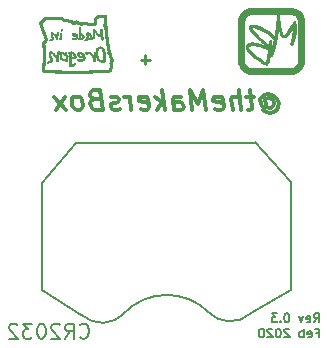
<source format=gbo>
%TF.GenerationSoftware,KiCad,Pcbnew,(5.1.10)-1*%
%TF.CreationDate,2022-03-19T19:01:51-07:00*%
%TF.ProjectId,project,70726f6a-6563-4742-9e6b-696361645f70,rev?*%
%TF.SameCoordinates,Original*%
%TF.FileFunction,Legend,Bot*%
%TF.FilePolarity,Positive*%
%FSLAX46Y46*%
G04 Gerber Fmt 4.6, Leading zero omitted, Abs format (unit mm)*
G04 Created by KiCad (PCBNEW (5.1.10)-1) date 2022-03-19 19:01:51*
%MOMM*%
%LPD*%
G01*
G04 APERTURE LIST*
%ADD10C,0.250000*%
%ADD11C,0.150000*%
%ADD12C,0.300000*%
%ADD13C,0.200000*%
%ADD14C,0.002540*%
G04 APERTURE END LIST*
D10*
X173862952Y-77795428D02*
X173101047Y-77795428D01*
X173482000Y-78176380D02*
X173482000Y-77414476D01*
D11*
X187763357Y-100031785D02*
X188013357Y-99674642D01*
X188191928Y-100031785D02*
X188191928Y-99281785D01*
X187906214Y-99281785D01*
X187834785Y-99317500D01*
X187799071Y-99353214D01*
X187763357Y-99424642D01*
X187763357Y-99531785D01*
X187799071Y-99603214D01*
X187834785Y-99638928D01*
X187906214Y-99674642D01*
X188191928Y-99674642D01*
X187156214Y-99996071D02*
X187227642Y-100031785D01*
X187370500Y-100031785D01*
X187441928Y-99996071D01*
X187477642Y-99924642D01*
X187477642Y-99638928D01*
X187441928Y-99567500D01*
X187370500Y-99531785D01*
X187227642Y-99531785D01*
X187156214Y-99567500D01*
X187120500Y-99638928D01*
X187120500Y-99710357D01*
X187477642Y-99781785D01*
X186870500Y-99531785D02*
X186691928Y-100031785D01*
X186513357Y-99531785D01*
X185513357Y-99281785D02*
X185441928Y-99281785D01*
X185370500Y-99317500D01*
X185334785Y-99353214D01*
X185299071Y-99424642D01*
X185263357Y-99567500D01*
X185263357Y-99746071D01*
X185299071Y-99888928D01*
X185334785Y-99960357D01*
X185370500Y-99996071D01*
X185441928Y-100031785D01*
X185513357Y-100031785D01*
X185584785Y-99996071D01*
X185620500Y-99960357D01*
X185656214Y-99888928D01*
X185691928Y-99746071D01*
X185691928Y-99567500D01*
X185656214Y-99424642D01*
X185620500Y-99353214D01*
X185584785Y-99317500D01*
X185513357Y-99281785D01*
X184941928Y-99960357D02*
X184906214Y-99996071D01*
X184941928Y-100031785D01*
X184977642Y-99996071D01*
X184941928Y-99960357D01*
X184941928Y-100031785D01*
X184656214Y-99281785D02*
X184191928Y-99281785D01*
X184441928Y-99567500D01*
X184334785Y-99567500D01*
X184263357Y-99603214D01*
X184227642Y-99638928D01*
X184191928Y-99710357D01*
X184191928Y-99888928D01*
X184227642Y-99960357D01*
X184263357Y-99996071D01*
X184334785Y-100031785D01*
X184549071Y-100031785D01*
X184620500Y-99996071D01*
X184656214Y-99960357D01*
X187941928Y-100913928D02*
X188191928Y-100913928D01*
X188191928Y-101306785D02*
X188191928Y-100556785D01*
X187834785Y-100556785D01*
X187263357Y-101271071D02*
X187334785Y-101306785D01*
X187477642Y-101306785D01*
X187549071Y-101271071D01*
X187584785Y-101199642D01*
X187584785Y-100913928D01*
X187549071Y-100842500D01*
X187477642Y-100806785D01*
X187334785Y-100806785D01*
X187263357Y-100842500D01*
X187227642Y-100913928D01*
X187227642Y-100985357D01*
X187584785Y-101056785D01*
X186906214Y-101306785D02*
X186906214Y-100556785D01*
X186906214Y-100842500D02*
X186834785Y-100806785D01*
X186691928Y-100806785D01*
X186620500Y-100842500D01*
X186584785Y-100878214D01*
X186549071Y-100949642D01*
X186549071Y-101163928D01*
X186584785Y-101235357D01*
X186620500Y-101271071D01*
X186691928Y-101306785D01*
X186834785Y-101306785D01*
X186906214Y-101271071D01*
X185691928Y-100628214D02*
X185656214Y-100592500D01*
X185584785Y-100556785D01*
X185406214Y-100556785D01*
X185334785Y-100592500D01*
X185299071Y-100628214D01*
X185263357Y-100699642D01*
X185263357Y-100771071D01*
X185299071Y-100878214D01*
X185727642Y-101306785D01*
X185263357Y-101306785D01*
X184799071Y-100556785D02*
X184727642Y-100556785D01*
X184656214Y-100592500D01*
X184620500Y-100628214D01*
X184584785Y-100699642D01*
X184549071Y-100842500D01*
X184549071Y-101021071D01*
X184584785Y-101163928D01*
X184620500Y-101235357D01*
X184656214Y-101271071D01*
X184727642Y-101306785D01*
X184799071Y-101306785D01*
X184870500Y-101271071D01*
X184906214Y-101235357D01*
X184941928Y-101163928D01*
X184977642Y-101021071D01*
X184977642Y-100842500D01*
X184941928Y-100699642D01*
X184906214Y-100628214D01*
X184870500Y-100592500D01*
X184799071Y-100556785D01*
X184263357Y-100628214D02*
X184227642Y-100592500D01*
X184156214Y-100556785D01*
X183977642Y-100556785D01*
X183906214Y-100592500D01*
X183870500Y-100628214D01*
X183834785Y-100699642D01*
X183834785Y-100771071D01*
X183870500Y-100878214D01*
X184299071Y-101306785D01*
X183834785Y-101306785D01*
X183370500Y-100556785D02*
X183299071Y-100556785D01*
X183227642Y-100592500D01*
X183191928Y-100628214D01*
X183156214Y-100699642D01*
X183120500Y-100842500D01*
X183120500Y-101021071D01*
X183156214Y-101163928D01*
X183191928Y-101235357D01*
X183227642Y-101271071D01*
X183299071Y-101306785D01*
X183370500Y-101306785D01*
X183441928Y-101271071D01*
X183477642Y-101235357D01*
X183513357Y-101163928D01*
X183549071Y-101021071D01*
X183549071Y-100842500D01*
X183513357Y-100699642D01*
X183477642Y-100628214D01*
X183441928Y-100592500D01*
X183370500Y-100556785D01*
D12*
X183630059Y-81239523D02*
X183700892Y-81158571D01*
X183852678Y-81077619D01*
X184014583Y-81077619D01*
X184186607Y-81158571D01*
X184277678Y-81239523D01*
X184378869Y-81401428D01*
X184399107Y-81563333D01*
X184338392Y-81725238D01*
X184267559Y-81806190D01*
X184115773Y-81887142D01*
X183953869Y-81887142D01*
X183781845Y-81806190D01*
X183690773Y-81725238D01*
X183609821Y-81077619D02*
X183690773Y-81725238D01*
X183619940Y-81806190D01*
X183538988Y-81806190D01*
X183366964Y-81725238D01*
X183265773Y-81563333D01*
X183215178Y-81158571D01*
X183346726Y-80915714D01*
X183569345Y-80753809D01*
X183883035Y-80672857D01*
X184216964Y-80753809D01*
X184480059Y-80915714D01*
X184672321Y-81158571D01*
X184793750Y-81482380D01*
X184753273Y-81806190D01*
X184621726Y-82049047D01*
X184399107Y-82210952D01*
X184085416Y-82291904D01*
X183751488Y-82210952D01*
X183488392Y-82049047D01*
X182699107Y-80915714D02*
X182051488Y-80915714D01*
X182385416Y-80349047D02*
X182567559Y-81806190D01*
X182506845Y-81968095D01*
X182355059Y-82049047D01*
X182193154Y-82049047D01*
X181626488Y-82049047D02*
X181413988Y-80349047D01*
X180897916Y-82049047D02*
X180786607Y-81158571D01*
X180847321Y-80996666D01*
X180999107Y-80915714D01*
X181241964Y-80915714D01*
X181413988Y-80996666D01*
X181505059Y-81077619D01*
X179430654Y-81968095D02*
X179602678Y-82049047D01*
X179926488Y-82049047D01*
X180078273Y-81968095D01*
X180138988Y-81806190D01*
X180058035Y-81158571D01*
X179956845Y-80996666D01*
X179784821Y-80915714D01*
X179461011Y-80915714D01*
X179309226Y-80996666D01*
X179248511Y-81158571D01*
X179268750Y-81320476D01*
X180098511Y-81482380D01*
X178631250Y-82049047D02*
X178418750Y-80349047D01*
X178003869Y-81563333D01*
X177285416Y-80349047D01*
X177497916Y-82049047D01*
X175959821Y-82049047D02*
X175848511Y-81158571D01*
X175909226Y-80996666D01*
X176061011Y-80915714D01*
X176384821Y-80915714D01*
X176556845Y-80996666D01*
X175949702Y-81968095D02*
X176121726Y-82049047D01*
X176526488Y-82049047D01*
X176678273Y-81968095D01*
X176738988Y-81806190D01*
X176718750Y-81644285D01*
X176617559Y-81482380D01*
X176445535Y-81401428D01*
X176040773Y-81401428D01*
X175868750Y-81320476D01*
X175150297Y-82049047D02*
X174937797Y-80349047D01*
X174907440Y-81401428D02*
X174502678Y-82049047D01*
X174361011Y-80915714D02*
X175089583Y-81563333D01*
X173116369Y-81968095D02*
X173288392Y-82049047D01*
X173612202Y-82049047D01*
X173763988Y-81968095D01*
X173824702Y-81806190D01*
X173743750Y-81158571D01*
X173642559Y-80996666D01*
X173470535Y-80915714D01*
X173146726Y-80915714D01*
X172994940Y-80996666D01*
X172934226Y-81158571D01*
X172954464Y-81320476D01*
X173784226Y-81482380D01*
X172316964Y-82049047D02*
X172175297Y-80915714D01*
X172215773Y-81239523D02*
X172114583Y-81077619D01*
X172023511Y-80996666D01*
X171851488Y-80915714D01*
X171689583Y-80915714D01*
X171335416Y-81968095D02*
X171183630Y-82049047D01*
X170859821Y-82049047D01*
X170687797Y-81968095D01*
X170586607Y-81806190D01*
X170576488Y-81725238D01*
X170637202Y-81563333D01*
X170788988Y-81482380D01*
X171031845Y-81482380D01*
X171183630Y-81401428D01*
X171244345Y-81239523D01*
X171234226Y-81158571D01*
X171133035Y-80996666D01*
X170961011Y-80915714D01*
X170718154Y-80915714D01*
X170566369Y-80996666D01*
X169210416Y-81158571D02*
X168977678Y-81239523D01*
X168906845Y-81320476D01*
X168846130Y-81482380D01*
X168876488Y-81725238D01*
X168977678Y-81887142D01*
X169068750Y-81968095D01*
X169240773Y-82049047D01*
X169888392Y-82049047D01*
X169675892Y-80349047D01*
X169109226Y-80349047D01*
X168957440Y-80430000D01*
X168886607Y-80510952D01*
X168825892Y-80672857D01*
X168846130Y-80834761D01*
X168947321Y-80996666D01*
X169038392Y-81077619D01*
X169210416Y-81158571D01*
X169777083Y-81158571D01*
X167945535Y-82049047D02*
X168097321Y-81968095D01*
X168168154Y-81887142D01*
X168228869Y-81725238D01*
X168168154Y-81239523D01*
X168066964Y-81077619D01*
X167975892Y-80996666D01*
X167803869Y-80915714D01*
X167561011Y-80915714D01*
X167409226Y-80996666D01*
X167338392Y-81077619D01*
X167277678Y-81239523D01*
X167338392Y-81725238D01*
X167439583Y-81887142D01*
X167530654Y-81968095D01*
X167702678Y-82049047D01*
X167945535Y-82049047D01*
X166812202Y-82049047D02*
X165780059Y-80915714D01*
X166670535Y-80915714D02*
X165921726Y-82049047D01*
D13*
X167973047Y-101284428D02*
X168032571Y-101343952D01*
X168211142Y-101403476D01*
X168330190Y-101403476D01*
X168508761Y-101343952D01*
X168627809Y-101224904D01*
X168687333Y-101105857D01*
X168746857Y-100867761D01*
X168746857Y-100689190D01*
X168687333Y-100451095D01*
X168627809Y-100332047D01*
X168508761Y-100213000D01*
X168330190Y-100153476D01*
X168211142Y-100153476D01*
X168032571Y-100213000D01*
X167973047Y-100272523D01*
X166723047Y-101403476D02*
X167139714Y-100808238D01*
X167437333Y-101403476D02*
X167437333Y-100153476D01*
X166961142Y-100153476D01*
X166842095Y-100213000D01*
X166782571Y-100272523D01*
X166723047Y-100391571D01*
X166723047Y-100570142D01*
X166782571Y-100689190D01*
X166842095Y-100748714D01*
X166961142Y-100808238D01*
X167437333Y-100808238D01*
X166246857Y-100272523D02*
X166187333Y-100213000D01*
X166068285Y-100153476D01*
X165770666Y-100153476D01*
X165651619Y-100213000D01*
X165592095Y-100272523D01*
X165532571Y-100391571D01*
X165532571Y-100510619D01*
X165592095Y-100689190D01*
X166306380Y-101403476D01*
X165532571Y-101403476D01*
X164758761Y-100153476D02*
X164639714Y-100153476D01*
X164520666Y-100213000D01*
X164461142Y-100272523D01*
X164401619Y-100391571D01*
X164342095Y-100629666D01*
X164342095Y-100927285D01*
X164401619Y-101165380D01*
X164461142Y-101284428D01*
X164520666Y-101343952D01*
X164639714Y-101403476D01*
X164758761Y-101403476D01*
X164877809Y-101343952D01*
X164937333Y-101284428D01*
X164996857Y-101165380D01*
X165056380Y-100927285D01*
X165056380Y-100629666D01*
X164996857Y-100391571D01*
X164937333Y-100272523D01*
X164877809Y-100213000D01*
X164758761Y-100153476D01*
X163925428Y-100153476D02*
X163151619Y-100153476D01*
X163568285Y-100629666D01*
X163389714Y-100629666D01*
X163270666Y-100689190D01*
X163211142Y-100748714D01*
X163151619Y-100867761D01*
X163151619Y-101165380D01*
X163211142Y-101284428D01*
X163270666Y-101343952D01*
X163389714Y-101403476D01*
X163746857Y-101403476D01*
X163865904Y-101343952D01*
X163925428Y-101284428D01*
X162675428Y-100272523D02*
X162615904Y-100213000D01*
X162496857Y-100153476D01*
X162199238Y-100153476D01*
X162080190Y-100213000D01*
X162020666Y-100272523D01*
X161961142Y-100391571D01*
X161961142Y-100510619D01*
X162020666Y-100689190D01*
X162734952Y-101403476D01*
X161961142Y-101403476D01*
D14*
%TO.C,VAL*%
G36*
X166349680Y-75303380D02*
G01*
X166352220Y-75311000D01*
X166362380Y-75323700D01*
X166377620Y-75326240D01*
X166397940Y-75313540D01*
X166420800Y-75290680D01*
X166446200Y-75260200D01*
X166456360Y-75234800D01*
X166453820Y-75214480D01*
X166438580Y-75199240D01*
X166415720Y-75186540D01*
X166400480Y-75178920D01*
X166390320Y-75176380D01*
X166387780Y-75176380D01*
X166380160Y-75184000D01*
X166370000Y-75201780D01*
X166362380Y-75224640D01*
X166354760Y-75252580D01*
X166349680Y-75280520D01*
X166349680Y-75303380D01*
G37*
X166349680Y-75303380D02*
X166352220Y-75311000D01*
X166362380Y-75323700D01*
X166377620Y-75326240D01*
X166397940Y-75313540D01*
X166420800Y-75290680D01*
X166446200Y-75260200D01*
X166456360Y-75234800D01*
X166453820Y-75214480D01*
X166438580Y-75199240D01*
X166415720Y-75186540D01*
X166400480Y-75178920D01*
X166390320Y-75176380D01*
X166387780Y-75176380D01*
X166380160Y-75184000D01*
X166370000Y-75201780D01*
X166362380Y-75224640D01*
X166354760Y-75252580D01*
X166349680Y-75280520D01*
X166349680Y-75303380D01*
G36*
X167259000Y-75984100D02*
G01*
X167266620Y-75999340D01*
X167289480Y-76012040D01*
X167325040Y-76024740D01*
X167350440Y-76032360D01*
X167380920Y-76037440D01*
X167419020Y-76042520D01*
X167462200Y-76045060D01*
X167502840Y-76047600D01*
X167538400Y-76047600D01*
X167561260Y-76045060D01*
X167612060Y-76032360D01*
X167660320Y-76014580D01*
X167698420Y-75989180D01*
X167726360Y-75961240D01*
X167733980Y-75951080D01*
X167741600Y-75925680D01*
X167746680Y-75892660D01*
X167749220Y-75852020D01*
X167744140Y-75813920D01*
X167736520Y-75778360D01*
X167731440Y-75763120D01*
X167721280Y-75740260D01*
X167716200Y-75719940D01*
X167713660Y-75717400D01*
X167708580Y-75686920D01*
X167690800Y-75651360D01*
X167662860Y-75618340D01*
X167629840Y-75585320D01*
X167591740Y-75557380D01*
X167551100Y-75537060D01*
X167546020Y-75534520D01*
X167528240Y-75531980D01*
X167497760Y-75529440D01*
X167464740Y-75529440D01*
X167426640Y-75531980D01*
X167393620Y-75537060D01*
X167368220Y-75542140D01*
X167363140Y-75542140D01*
X167345360Y-75554840D01*
X167327580Y-75572620D01*
X167322500Y-75580240D01*
X167309800Y-75598020D01*
X167304720Y-75613260D01*
X167304720Y-75633580D01*
X167304720Y-75658980D01*
X167314880Y-75707240D01*
X167335200Y-75745340D01*
X167368220Y-75775820D01*
X167373300Y-75778360D01*
X167373300Y-75636120D01*
X167378380Y-75623420D01*
X167393620Y-75608180D01*
X167421560Y-75590400D01*
X167457120Y-75587860D01*
X167492680Y-75595480D01*
X167525700Y-75613260D01*
X167548560Y-75636120D01*
X167566340Y-75658980D01*
X167584120Y-75686920D01*
X167596820Y-75714860D01*
X167604440Y-75737720D01*
X167606980Y-75752960D01*
X167606980Y-75755500D01*
X167596820Y-75763120D01*
X167571420Y-75765660D01*
X167535860Y-75763120D01*
X167495220Y-75755500D01*
X167464740Y-75747880D01*
X167444420Y-75737720D01*
X167424100Y-75725020D01*
X167411400Y-75709780D01*
X167393620Y-75689460D01*
X167378380Y-75666600D01*
X167375840Y-75653900D01*
X167373300Y-75636120D01*
X167373300Y-75778360D01*
X167378380Y-75780900D01*
X167398700Y-75788520D01*
X167429180Y-75798680D01*
X167464740Y-75806300D01*
X167505380Y-75813920D01*
X167505380Y-75816460D01*
X167543480Y-75821540D01*
X167576500Y-75829160D01*
X167601900Y-75836780D01*
X167614600Y-75841860D01*
X167617140Y-75841860D01*
X167629840Y-75857100D01*
X167632380Y-75877420D01*
X167622220Y-75900280D01*
X167599360Y-75923140D01*
X167568880Y-75946000D01*
X167561260Y-75948540D01*
X167543480Y-75956160D01*
X167523160Y-75961240D01*
X167497760Y-75963780D01*
X167462200Y-75963780D01*
X167459660Y-75963780D01*
X167421560Y-75963780D01*
X167378380Y-75961240D01*
X167342820Y-75958700D01*
X167335200Y-75956160D01*
X167299640Y-75956160D01*
X167276780Y-75958700D01*
X167264080Y-75966320D01*
X167259000Y-75981560D01*
X167259000Y-75984100D01*
G37*
X167259000Y-75984100D02*
X167266620Y-75999340D01*
X167289480Y-76012040D01*
X167325040Y-76024740D01*
X167350440Y-76032360D01*
X167380920Y-76037440D01*
X167419020Y-76042520D01*
X167462200Y-76045060D01*
X167502840Y-76047600D01*
X167538400Y-76047600D01*
X167561260Y-76045060D01*
X167612060Y-76032360D01*
X167660320Y-76014580D01*
X167698420Y-75989180D01*
X167726360Y-75961240D01*
X167733980Y-75951080D01*
X167741600Y-75925680D01*
X167746680Y-75892660D01*
X167749220Y-75852020D01*
X167744140Y-75813920D01*
X167736520Y-75778360D01*
X167731440Y-75763120D01*
X167721280Y-75740260D01*
X167716200Y-75719940D01*
X167713660Y-75717400D01*
X167708580Y-75686920D01*
X167690800Y-75651360D01*
X167662860Y-75618340D01*
X167629840Y-75585320D01*
X167591740Y-75557380D01*
X167551100Y-75537060D01*
X167546020Y-75534520D01*
X167528240Y-75531980D01*
X167497760Y-75529440D01*
X167464740Y-75529440D01*
X167426640Y-75531980D01*
X167393620Y-75537060D01*
X167368220Y-75542140D01*
X167363140Y-75542140D01*
X167345360Y-75554840D01*
X167327580Y-75572620D01*
X167322500Y-75580240D01*
X167309800Y-75598020D01*
X167304720Y-75613260D01*
X167304720Y-75633580D01*
X167304720Y-75658980D01*
X167314880Y-75707240D01*
X167335200Y-75745340D01*
X167368220Y-75775820D01*
X167373300Y-75778360D01*
X167373300Y-75636120D01*
X167378380Y-75623420D01*
X167393620Y-75608180D01*
X167421560Y-75590400D01*
X167457120Y-75587860D01*
X167492680Y-75595480D01*
X167525700Y-75613260D01*
X167548560Y-75636120D01*
X167566340Y-75658980D01*
X167584120Y-75686920D01*
X167596820Y-75714860D01*
X167604440Y-75737720D01*
X167606980Y-75752960D01*
X167606980Y-75755500D01*
X167596820Y-75763120D01*
X167571420Y-75765660D01*
X167535860Y-75763120D01*
X167495220Y-75755500D01*
X167464740Y-75747880D01*
X167444420Y-75737720D01*
X167424100Y-75725020D01*
X167411400Y-75709780D01*
X167393620Y-75689460D01*
X167378380Y-75666600D01*
X167375840Y-75653900D01*
X167373300Y-75636120D01*
X167373300Y-75778360D01*
X167378380Y-75780900D01*
X167398700Y-75788520D01*
X167429180Y-75798680D01*
X167464740Y-75806300D01*
X167505380Y-75813920D01*
X167505380Y-75816460D01*
X167543480Y-75821540D01*
X167576500Y-75829160D01*
X167601900Y-75836780D01*
X167614600Y-75841860D01*
X167617140Y-75841860D01*
X167629840Y-75857100D01*
X167632380Y-75877420D01*
X167622220Y-75900280D01*
X167599360Y-75923140D01*
X167568880Y-75946000D01*
X167561260Y-75948540D01*
X167543480Y-75956160D01*
X167523160Y-75961240D01*
X167497760Y-75963780D01*
X167462200Y-75963780D01*
X167459660Y-75963780D01*
X167421560Y-75963780D01*
X167378380Y-75961240D01*
X167342820Y-75958700D01*
X167335200Y-75956160D01*
X167299640Y-75956160D01*
X167276780Y-75958700D01*
X167264080Y-75966320D01*
X167259000Y-75981560D01*
X167259000Y-75984100D01*
G36*
X167797480Y-75981560D02*
G01*
X167838120Y-76001880D01*
X167868600Y-76014580D01*
X167906700Y-76024740D01*
X167949880Y-76034900D01*
X167990520Y-76042520D01*
X167990520Y-75740260D01*
X167993060Y-75709780D01*
X167993060Y-75704700D01*
X168003220Y-75681840D01*
X168018460Y-75671680D01*
X168041320Y-75671680D01*
X168064180Y-75681840D01*
X168092120Y-75704700D01*
X168120060Y-75732640D01*
X168148000Y-75770740D01*
X168158160Y-75791060D01*
X168173400Y-75819000D01*
X168175940Y-75841860D01*
X168170860Y-75859640D01*
X168160700Y-75872340D01*
X168145460Y-75887580D01*
X168125140Y-75905360D01*
X168099740Y-75925680D01*
X168076880Y-75943460D01*
X168054020Y-75956160D01*
X168038780Y-75966320D01*
X168033700Y-75966320D01*
X168026080Y-75958700D01*
X168015920Y-75940920D01*
X168010840Y-75925680D01*
X168003220Y-75900280D01*
X167998140Y-75864720D01*
X167993060Y-75821540D01*
X167990520Y-75778360D01*
X167990520Y-75740260D01*
X167990520Y-76042520D01*
X167993060Y-76042520D01*
X168033700Y-76047600D01*
X168069260Y-76050140D01*
X168094660Y-76047600D01*
X168102280Y-76045060D01*
X168114980Y-76037440D01*
X168135300Y-76024740D01*
X168160700Y-76009500D01*
X168170860Y-76001880D01*
X168216580Y-75966320D01*
X168252140Y-75925680D01*
X168280080Y-75879960D01*
X168285160Y-75872340D01*
X168292780Y-75849480D01*
X168295320Y-75831700D01*
X168292780Y-75808840D01*
X168290240Y-75803760D01*
X168269920Y-75755500D01*
X168239440Y-75707240D01*
X168198800Y-75664060D01*
X168155620Y-75625960D01*
X168114980Y-75600560D01*
X168066720Y-75577700D01*
X168054020Y-75572620D01*
X168026080Y-75562460D01*
X168003220Y-75549760D01*
X167990520Y-75539600D01*
X167982900Y-75524360D01*
X167975280Y-75501500D01*
X167970200Y-75465940D01*
X167965120Y-75420220D01*
X167962580Y-75364340D01*
X167962580Y-75293220D01*
X167960040Y-75244960D01*
X167960040Y-75196700D01*
X167960040Y-75153520D01*
X167960040Y-75117960D01*
X167957500Y-75090020D01*
X167957500Y-75074780D01*
X167952420Y-75064620D01*
X167942260Y-75059540D01*
X167924480Y-75057000D01*
X167911780Y-75057000D01*
X167888920Y-75057000D01*
X167873680Y-75057000D01*
X167871140Y-75059540D01*
X167871140Y-75067160D01*
X167871140Y-75087480D01*
X167868600Y-75120500D01*
X167868600Y-75166220D01*
X167868600Y-75219560D01*
X167866060Y-75280520D01*
X167866060Y-75349100D01*
X167866060Y-75425300D01*
X167863520Y-75476100D01*
X167863520Y-75570080D01*
X167860980Y-75656440D01*
X167858440Y-75730100D01*
X167855900Y-75793600D01*
X167855900Y-75844400D01*
X167853360Y-75882500D01*
X167850820Y-75907900D01*
X167848280Y-75918060D01*
X167838120Y-75940920D01*
X167820340Y-75961240D01*
X167817800Y-75963780D01*
X167797480Y-75981560D01*
G37*
X167797480Y-75981560D02*
X167838120Y-76001880D01*
X167868600Y-76014580D01*
X167906700Y-76024740D01*
X167949880Y-76034900D01*
X167990520Y-76042520D01*
X167990520Y-75740260D01*
X167993060Y-75709780D01*
X167993060Y-75704700D01*
X168003220Y-75681840D01*
X168018460Y-75671680D01*
X168041320Y-75671680D01*
X168064180Y-75681840D01*
X168092120Y-75704700D01*
X168120060Y-75732640D01*
X168148000Y-75770740D01*
X168158160Y-75791060D01*
X168173400Y-75819000D01*
X168175940Y-75841860D01*
X168170860Y-75859640D01*
X168160700Y-75872340D01*
X168145460Y-75887580D01*
X168125140Y-75905360D01*
X168099740Y-75925680D01*
X168076880Y-75943460D01*
X168054020Y-75956160D01*
X168038780Y-75966320D01*
X168033700Y-75966320D01*
X168026080Y-75958700D01*
X168015920Y-75940920D01*
X168010840Y-75925680D01*
X168003220Y-75900280D01*
X167998140Y-75864720D01*
X167993060Y-75821540D01*
X167990520Y-75778360D01*
X167990520Y-75740260D01*
X167990520Y-76042520D01*
X167993060Y-76042520D01*
X168033700Y-76047600D01*
X168069260Y-76050140D01*
X168094660Y-76047600D01*
X168102280Y-76045060D01*
X168114980Y-76037440D01*
X168135300Y-76024740D01*
X168160700Y-76009500D01*
X168170860Y-76001880D01*
X168216580Y-75966320D01*
X168252140Y-75925680D01*
X168280080Y-75879960D01*
X168285160Y-75872340D01*
X168292780Y-75849480D01*
X168295320Y-75831700D01*
X168292780Y-75808840D01*
X168290240Y-75803760D01*
X168269920Y-75755500D01*
X168239440Y-75707240D01*
X168198800Y-75664060D01*
X168155620Y-75625960D01*
X168114980Y-75600560D01*
X168066720Y-75577700D01*
X168054020Y-75572620D01*
X168026080Y-75562460D01*
X168003220Y-75549760D01*
X167990520Y-75539600D01*
X167982900Y-75524360D01*
X167975280Y-75501500D01*
X167970200Y-75465940D01*
X167965120Y-75420220D01*
X167962580Y-75364340D01*
X167962580Y-75293220D01*
X167960040Y-75244960D01*
X167960040Y-75196700D01*
X167960040Y-75153520D01*
X167960040Y-75117960D01*
X167957500Y-75090020D01*
X167957500Y-75074780D01*
X167952420Y-75064620D01*
X167942260Y-75059540D01*
X167924480Y-75057000D01*
X167911780Y-75057000D01*
X167888920Y-75057000D01*
X167873680Y-75057000D01*
X167871140Y-75059540D01*
X167871140Y-75067160D01*
X167871140Y-75087480D01*
X167868600Y-75120500D01*
X167868600Y-75166220D01*
X167868600Y-75219560D01*
X167866060Y-75280520D01*
X167866060Y-75349100D01*
X167866060Y-75425300D01*
X167863520Y-75476100D01*
X167863520Y-75570080D01*
X167860980Y-75656440D01*
X167858440Y-75730100D01*
X167855900Y-75793600D01*
X167855900Y-75844400D01*
X167853360Y-75882500D01*
X167850820Y-75907900D01*
X167848280Y-75918060D01*
X167838120Y-75940920D01*
X167820340Y-75961240D01*
X167817800Y-75963780D01*
X167797480Y-75981560D01*
G36*
X166154100Y-76006960D02*
G01*
X166164260Y-76017120D01*
X166184580Y-76029820D01*
X166209980Y-76039980D01*
X166235380Y-76050140D01*
X166258240Y-76052680D01*
X166286180Y-76052680D01*
X166319200Y-76050140D01*
X166326820Y-76050140D01*
X166349680Y-76042520D01*
X166364920Y-76032360D01*
X166370000Y-76029820D01*
X166370000Y-76019660D01*
X166372540Y-75994260D01*
X166375080Y-75961240D01*
X166377620Y-75918060D01*
X166380160Y-75869800D01*
X166382700Y-75816460D01*
X166385240Y-75760580D01*
X166385240Y-75702160D01*
X166387780Y-75648820D01*
X166387780Y-75598020D01*
X166387780Y-75572620D01*
X166387780Y-75539600D01*
X166387780Y-75519280D01*
X166385240Y-75506580D01*
X166380160Y-75501500D01*
X166372540Y-75498960D01*
X166370000Y-75498960D01*
X166342060Y-75498960D01*
X166319200Y-75511660D01*
X166309040Y-75526900D01*
X166306500Y-75539600D01*
X166301420Y-75565000D01*
X166298880Y-75600560D01*
X166293800Y-75643740D01*
X166288720Y-75689460D01*
X166286180Y-75699620D01*
X166281100Y-75765660D01*
X166276020Y-75821540D01*
X166268400Y-75864720D01*
X166263320Y-75897740D01*
X166258240Y-75920600D01*
X166248080Y-75940920D01*
X166237920Y-75953620D01*
X166225220Y-75963780D01*
X166209980Y-75971400D01*
X166192200Y-75981560D01*
X166169340Y-75991720D01*
X166156640Y-76001880D01*
X166154100Y-76006960D01*
G37*
X166154100Y-76006960D02*
X166164260Y-76017120D01*
X166184580Y-76029820D01*
X166209980Y-76039980D01*
X166235380Y-76050140D01*
X166258240Y-76052680D01*
X166286180Y-76052680D01*
X166319200Y-76050140D01*
X166326820Y-76050140D01*
X166349680Y-76042520D01*
X166364920Y-76032360D01*
X166370000Y-76029820D01*
X166370000Y-76019660D01*
X166372540Y-75994260D01*
X166375080Y-75961240D01*
X166377620Y-75918060D01*
X166380160Y-75869800D01*
X166382700Y-75816460D01*
X166385240Y-75760580D01*
X166385240Y-75702160D01*
X166387780Y-75648820D01*
X166387780Y-75598020D01*
X166387780Y-75572620D01*
X166387780Y-75539600D01*
X166387780Y-75519280D01*
X166385240Y-75506580D01*
X166380160Y-75501500D01*
X166372540Y-75498960D01*
X166370000Y-75498960D01*
X166342060Y-75498960D01*
X166319200Y-75511660D01*
X166309040Y-75526900D01*
X166306500Y-75539600D01*
X166301420Y-75565000D01*
X166298880Y-75600560D01*
X166293800Y-75643740D01*
X166288720Y-75689460D01*
X166286180Y-75699620D01*
X166281100Y-75765660D01*
X166276020Y-75821540D01*
X166268400Y-75864720D01*
X166263320Y-75897740D01*
X166258240Y-75920600D01*
X166248080Y-75940920D01*
X166237920Y-75953620D01*
X166225220Y-75963780D01*
X166209980Y-75971400D01*
X166192200Y-75981560D01*
X166169340Y-75991720D01*
X166156640Y-76001880D01*
X166154100Y-76006960D01*
G36*
X169039540Y-75933300D02*
G01*
X169042080Y-75946000D01*
X169042080Y-75948540D01*
X169052240Y-75951080D01*
X169075100Y-75953620D01*
X169100500Y-75958700D01*
X169103040Y-75958700D01*
X169153840Y-75963780D01*
X169158920Y-75915520D01*
X169161460Y-75895200D01*
X169164000Y-75862180D01*
X169166540Y-75819000D01*
X169171620Y-75770740D01*
X169174160Y-75714860D01*
X169179240Y-75658980D01*
X169184320Y-75587860D01*
X169189400Y-75529440D01*
X169194480Y-75483720D01*
X169199560Y-75448160D01*
X169202100Y-75422760D01*
X169207180Y-75407520D01*
X169212260Y-75399900D01*
X169217340Y-75397360D01*
X169219880Y-75397360D01*
X169227500Y-75404980D01*
X169240200Y-75420220D01*
X169260520Y-75445620D01*
X169285920Y-75478640D01*
X169313860Y-75514200D01*
X169318940Y-75519280D01*
X169367200Y-75582780D01*
X169410380Y-75636120D01*
X169445940Y-75676760D01*
X169478960Y-75709780D01*
X169504360Y-75732640D01*
X169529760Y-75747880D01*
X169545000Y-75755500D01*
X169567860Y-75765660D01*
X169585640Y-75773280D01*
X169590720Y-75778360D01*
X169605960Y-75785980D01*
X169626280Y-75788520D01*
X169646600Y-75780900D01*
X169654220Y-75775820D01*
X169664380Y-75763120D01*
X169677080Y-75742800D01*
X169694860Y-75717400D01*
X169715180Y-75686920D01*
X169730420Y-75671680D01*
X169738040Y-75669140D01*
X169743120Y-75669140D01*
X169748200Y-75674220D01*
X169750740Y-75681840D01*
X169753280Y-75694540D01*
X169755820Y-75714860D01*
X169760900Y-75745340D01*
X169763440Y-75785980D01*
X169765980Y-75836780D01*
X169768520Y-75890120D01*
X169773600Y-75956160D01*
X169778680Y-76006960D01*
X169783760Y-76045060D01*
X169788840Y-76067920D01*
X169793920Y-76078080D01*
X169806620Y-76083160D01*
X169829480Y-76088240D01*
X169854880Y-76088240D01*
X169877740Y-76088240D01*
X169898060Y-76083160D01*
X169910760Y-76073000D01*
X169915840Y-76057760D01*
X169913300Y-76032360D01*
X169905680Y-76004420D01*
X169898060Y-75976480D01*
X169890440Y-75948540D01*
X169885360Y-75918060D01*
X169880280Y-75885040D01*
X169877740Y-75844400D01*
X169872660Y-75798680D01*
X169870120Y-75745340D01*
X169867580Y-75679300D01*
X169862500Y-75603100D01*
X169859960Y-75514200D01*
X169859960Y-75471020D01*
X169854880Y-75399900D01*
X169852340Y-75344020D01*
X169849800Y-75298300D01*
X169847260Y-75265280D01*
X169842180Y-75237340D01*
X169839640Y-75219560D01*
X169832020Y-75206860D01*
X169824400Y-75199240D01*
X169809160Y-75191620D01*
X169783760Y-75191620D01*
X169758360Y-75191620D01*
X169732960Y-75196700D01*
X169730420Y-75199240D01*
X169712640Y-75206860D01*
X169699940Y-75222100D01*
X169689780Y-75244960D01*
X169682160Y-75280520D01*
X169674540Y-75316080D01*
X169659300Y-75410060D01*
X169641520Y-75491340D01*
X169626280Y-75557380D01*
X169608500Y-75608180D01*
X169590720Y-75643740D01*
X169583100Y-75656440D01*
X169572940Y-75666600D01*
X169560240Y-75666600D01*
X169545000Y-75661520D01*
X169527220Y-75651360D01*
X169499280Y-75628500D01*
X169468800Y-75595480D01*
X169433240Y-75559920D01*
X169395140Y-75516740D01*
X169357040Y-75473560D01*
X169321480Y-75427840D01*
X169288460Y-75382120D01*
X169257980Y-75341480D01*
X169235120Y-75305920D01*
X169217340Y-75277980D01*
X169212260Y-75260200D01*
X169199560Y-75217020D01*
X169184320Y-75184000D01*
X169164000Y-75166220D01*
X169143680Y-75163680D01*
X169136060Y-75163680D01*
X169123360Y-75173840D01*
X169113200Y-75189080D01*
X169105580Y-75214480D01*
X169097960Y-75250040D01*
X169092880Y-75295760D01*
X169090340Y-75354180D01*
X169090340Y-75425300D01*
X169090340Y-75468480D01*
X169087800Y-75554840D01*
X169085260Y-75625960D01*
X169080180Y-75686920D01*
X169075100Y-75740260D01*
X169067480Y-75783440D01*
X169059860Y-75811380D01*
X169049700Y-75844400D01*
X169042080Y-75879960D01*
X169039540Y-75910440D01*
X169039540Y-75933300D01*
G37*
X169039540Y-75933300D02*
X169042080Y-75946000D01*
X169042080Y-75948540D01*
X169052240Y-75951080D01*
X169075100Y-75953620D01*
X169100500Y-75958700D01*
X169103040Y-75958700D01*
X169153840Y-75963780D01*
X169158920Y-75915520D01*
X169161460Y-75895200D01*
X169164000Y-75862180D01*
X169166540Y-75819000D01*
X169171620Y-75770740D01*
X169174160Y-75714860D01*
X169179240Y-75658980D01*
X169184320Y-75587860D01*
X169189400Y-75529440D01*
X169194480Y-75483720D01*
X169199560Y-75448160D01*
X169202100Y-75422760D01*
X169207180Y-75407520D01*
X169212260Y-75399900D01*
X169217340Y-75397360D01*
X169219880Y-75397360D01*
X169227500Y-75404980D01*
X169240200Y-75420220D01*
X169260520Y-75445620D01*
X169285920Y-75478640D01*
X169313860Y-75514200D01*
X169318940Y-75519280D01*
X169367200Y-75582780D01*
X169410380Y-75636120D01*
X169445940Y-75676760D01*
X169478960Y-75709780D01*
X169504360Y-75732640D01*
X169529760Y-75747880D01*
X169545000Y-75755500D01*
X169567860Y-75765660D01*
X169585640Y-75773280D01*
X169590720Y-75778360D01*
X169605960Y-75785980D01*
X169626280Y-75788520D01*
X169646600Y-75780900D01*
X169654220Y-75775820D01*
X169664380Y-75763120D01*
X169677080Y-75742800D01*
X169694860Y-75717400D01*
X169715180Y-75686920D01*
X169730420Y-75671680D01*
X169738040Y-75669140D01*
X169743120Y-75669140D01*
X169748200Y-75674220D01*
X169750740Y-75681840D01*
X169753280Y-75694540D01*
X169755820Y-75714860D01*
X169760900Y-75745340D01*
X169763440Y-75785980D01*
X169765980Y-75836780D01*
X169768520Y-75890120D01*
X169773600Y-75956160D01*
X169778680Y-76006960D01*
X169783760Y-76045060D01*
X169788840Y-76067920D01*
X169793920Y-76078080D01*
X169806620Y-76083160D01*
X169829480Y-76088240D01*
X169854880Y-76088240D01*
X169877740Y-76088240D01*
X169898060Y-76083160D01*
X169910760Y-76073000D01*
X169915840Y-76057760D01*
X169913300Y-76032360D01*
X169905680Y-76004420D01*
X169898060Y-75976480D01*
X169890440Y-75948540D01*
X169885360Y-75918060D01*
X169880280Y-75885040D01*
X169877740Y-75844400D01*
X169872660Y-75798680D01*
X169870120Y-75745340D01*
X169867580Y-75679300D01*
X169862500Y-75603100D01*
X169859960Y-75514200D01*
X169859960Y-75471020D01*
X169854880Y-75399900D01*
X169852340Y-75344020D01*
X169849800Y-75298300D01*
X169847260Y-75265280D01*
X169842180Y-75237340D01*
X169839640Y-75219560D01*
X169832020Y-75206860D01*
X169824400Y-75199240D01*
X169809160Y-75191620D01*
X169783760Y-75191620D01*
X169758360Y-75191620D01*
X169732960Y-75196700D01*
X169730420Y-75199240D01*
X169712640Y-75206860D01*
X169699940Y-75222100D01*
X169689780Y-75244960D01*
X169682160Y-75280520D01*
X169674540Y-75316080D01*
X169659300Y-75410060D01*
X169641520Y-75491340D01*
X169626280Y-75557380D01*
X169608500Y-75608180D01*
X169590720Y-75643740D01*
X169583100Y-75656440D01*
X169572940Y-75666600D01*
X169560240Y-75666600D01*
X169545000Y-75661520D01*
X169527220Y-75651360D01*
X169499280Y-75628500D01*
X169468800Y-75595480D01*
X169433240Y-75559920D01*
X169395140Y-75516740D01*
X169357040Y-75473560D01*
X169321480Y-75427840D01*
X169288460Y-75382120D01*
X169257980Y-75341480D01*
X169235120Y-75305920D01*
X169217340Y-75277980D01*
X169212260Y-75260200D01*
X169199560Y-75217020D01*
X169184320Y-75184000D01*
X169164000Y-75166220D01*
X169143680Y-75163680D01*
X169136060Y-75163680D01*
X169123360Y-75173840D01*
X169113200Y-75189080D01*
X169105580Y-75214480D01*
X169097960Y-75250040D01*
X169092880Y-75295760D01*
X169090340Y-75354180D01*
X169090340Y-75425300D01*
X169090340Y-75468480D01*
X169087800Y-75554840D01*
X169085260Y-75625960D01*
X169080180Y-75686920D01*
X169075100Y-75740260D01*
X169067480Y-75783440D01*
X169059860Y-75811380D01*
X169049700Y-75844400D01*
X169042080Y-75879960D01*
X169039540Y-75910440D01*
X169039540Y-75933300D01*
G36*
X168338500Y-76118720D02*
G01*
X168338500Y-76126340D01*
X168348660Y-76131420D01*
X168371520Y-76131420D01*
X168402000Y-76131420D01*
X168440100Y-76128880D01*
X168480740Y-76121260D01*
X168490900Y-76121260D01*
X168534080Y-76111100D01*
X168577260Y-76095860D01*
X168602660Y-76085700D01*
X168628060Y-76075540D01*
X168630600Y-76073000D01*
X168630600Y-75676760D01*
X168630600Y-75638660D01*
X168630600Y-75610720D01*
X168633140Y-75592940D01*
X168635680Y-75580240D01*
X168638220Y-75572620D01*
X168643300Y-75567540D01*
X168650920Y-75559920D01*
X168658540Y-75559920D01*
X168668700Y-75570080D01*
X168683940Y-75585320D01*
X168704260Y-75610720D01*
X168724580Y-75641200D01*
X168742360Y-75669140D01*
X168757600Y-75697080D01*
X168777920Y-75735180D01*
X168798240Y-75770740D01*
X168808400Y-75788520D01*
X168833800Y-75831700D01*
X168849040Y-75864720D01*
X168859200Y-75892660D01*
X168864280Y-75918060D01*
X168864280Y-75943460D01*
X168864280Y-75946000D01*
X168861740Y-75966320D01*
X168854120Y-75979020D01*
X168838880Y-75989180D01*
X168816020Y-75994260D01*
X168783000Y-75996800D01*
X168744900Y-75999340D01*
X168706800Y-75996800D01*
X168678860Y-75996800D01*
X168663620Y-75991720D01*
X168656000Y-75986640D01*
X168648380Y-75968860D01*
X168643300Y-75938380D01*
X168638220Y-75890120D01*
X168633140Y-75829160D01*
X168630600Y-75752960D01*
X168630600Y-75727560D01*
X168630600Y-75676760D01*
X168630600Y-76073000D01*
X168645840Y-76067920D01*
X168658540Y-76067920D01*
X168668700Y-76070460D01*
X168696640Y-76080620D01*
X168727120Y-76083160D01*
X168767760Y-76085700D01*
X168816020Y-76083160D01*
X168838880Y-76080620D01*
X168892220Y-76075540D01*
X168930320Y-76070460D01*
X168955720Y-76062840D01*
X168976040Y-76050140D01*
X168986200Y-76034900D01*
X168991280Y-76014580D01*
X168991280Y-75984100D01*
X168991280Y-75973940D01*
X168991280Y-75938380D01*
X168986200Y-75905360D01*
X168976040Y-75872340D01*
X168960800Y-75836780D01*
X168940480Y-75793600D01*
X168912540Y-75745340D01*
X168889680Y-75709780D01*
X168869360Y-75676760D01*
X168849040Y-75643740D01*
X168831260Y-75613260D01*
X168826180Y-75608180D01*
X168800780Y-75567540D01*
X168762680Y-75529440D01*
X168722040Y-75493880D01*
X168683940Y-75465940D01*
X168671240Y-75458320D01*
X168628060Y-75443080D01*
X168592500Y-75438000D01*
X168559480Y-75445620D01*
X168536620Y-75465940D01*
X168521380Y-75493880D01*
X168518840Y-75506580D01*
X168516300Y-75524360D01*
X168516300Y-75552300D01*
X168518840Y-75590400D01*
X168521380Y-75636120D01*
X168523920Y-75686920D01*
X168523920Y-75702160D01*
X168526460Y-75765660D01*
X168529000Y-75816460D01*
X168529000Y-75854560D01*
X168529000Y-75885040D01*
X168523920Y-75907900D01*
X168518840Y-75923140D01*
X168511220Y-75933300D01*
X168503600Y-75943460D01*
X168488360Y-75961240D01*
X168475660Y-75984100D01*
X168465500Y-76006960D01*
X168445180Y-76029820D01*
X168419780Y-76050140D01*
X168394380Y-76062840D01*
X168384220Y-76065380D01*
X168371520Y-76073000D01*
X168356280Y-76088240D01*
X168346120Y-76106020D01*
X168338500Y-76118720D01*
G37*
X168338500Y-76118720D02*
X168338500Y-76126340D01*
X168348660Y-76131420D01*
X168371520Y-76131420D01*
X168402000Y-76131420D01*
X168440100Y-76128880D01*
X168480740Y-76121260D01*
X168490900Y-76121260D01*
X168534080Y-76111100D01*
X168577260Y-76095860D01*
X168602660Y-76085700D01*
X168628060Y-76075540D01*
X168630600Y-76073000D01*
X168630600Y-75676760D01*
X168630600Y-75638660D01*
X168630600Y-75610720D01*
X168633140Y-75592940D01*
X168635680Y-75580240D01*
X168638220Y-75572620D01*
X168643300Y-75567540D01*
X168650920Y-75559920D01*
X168658540Y-75559920D01*
X168668700Y-75570080D01*
X168683940Y-75585320D01*
X168704260Y-75610720D01*
X168724580Y-75641200D01*
X168742360Y-75669140D01*
X168757600Y-75697080D01*
X168777920Y-75735180D01*
X168798240Y-75770740D01*
X168808400Y-75788520D01*
X168833800Y-75831700D01*
X168849040Y-75864720D01*
X168859200Y-75892660D01*
X168864280Y-75918060D01*
X168864280Y-75943460D01*
X168864280Y-75946000D01*
X168861740Y-75966320D01*
X168854120Y-75979020D01*
X168838880Y-75989180D01*
X168816020Y-75994260D01*
X168783000Y-75996800D01*
X168744900Y-75999340D01*
X168706800Y-75996800D01*
X168678860Y-75996800D01*
X168663620Y-75991720D01*
X168656000Y-75986640D01*
X168648380Y-75968860D01*
X168643300Y-75938380D01*
X168638220Y-75890120D01*
X168633140Y-75829160D01*
X168630600Y-75752960D01*
X168630600Y-75727560D01*
X168630600Y-75676760D01*
X168630600Y-76073000D01*
X168645840Y-76067920D01*
X168658540Y-76067920D01*
X168668700Y-76070460D01*
X168696640Y-76080620D01*
X168727120Y-76083160D01*
X168767760Y-76085700D01*
X168816020Y-76083160D01*
X168838880Y-76080620D01*
X168892220Y-76075540D01*
X168930320Y-76070460D01*
X168955720Y-76062840D01*
X168976040Y-76050140D01*
X168986200Y-76034900D01*
X168991280Y-76014580D01*
X168991280Y-75984100D01*
X168991280Y-75973940D01*
X168991280Y-75938380D01*
X168986200Y-75905360D01*
X168976040Y-75872340D01*
X168960800Y-75836780D01*
X168940480Y-75793600D01*
X168912540Y-75745340D01*
X168889680Y-75709780D01*
X168869360Y-75676760D01*
X168849040Y-75643740D01*
X168831260Y-75613260D01*
X168826180Y-75608180D01*
X168800780Y-75567540D01*
X168762680Y-75529440D01*
X168722040Y-75493880D01*
X168683940Y-75465940D01*
X168671240Y-75458320D01*
X168628060Y-75443080D01*
X168592500Y-75438000D01*
X168559480Y-75445620D01*
X168536620Y-75465940D01*
X168521380Y-75493880D01*
X168518840Y-75506580D01*
X168516300Y-75524360D01*
X168516300Y-75552300D01*
X168518840Y-75590400D01*
X168521380Y-75636120D01*
X168523920Y-75686920D01*
X168523920Y-75702160D01*
X168526460Y-75765660D01*
X168529000Y-75816460D01*
X168529000Y-75854560D01*
X168529000Y-75885040D01*
X168523920Y-75907900D01*
X168518840Y-75923140D01*
X168511220Y-75933300D01*
X168503600Y-75943460D01*
X168488360Y-75961240D01*
X168475660Y-75984100D01*
X168465500Y-76006960D01*
X168445180Y-76029820D01*
X168419780Y-76050140D01*
X168394380Y-76062840D01*
X168384220Y-76065380D01*
X168371520Y-76073000D01*
X168356280Y-76088240D01*
X168346120Y-76106020D01*
X168338500Y-76118720D01*
G36*
X165369240Y-76139040D02*
G01*
X165374320Y-76146660D01*
X165379400Y-76151740D01*
X165399720Y-76154280D01*
X165427660Y-76154280D01*
X165463220Y-76151740D01*
X165498780Y-76149200D01*
X165519100Y-76144120D01*
X165559740Y-76131420D01*
X165597840Y-76113640D01*
X165630860Y-76095860D01*
X165648640Y-76080620D01*
X165656260Y-76070460D01*
X165661340Y-76057760D01*
X165663880Y-76037440D01*
X165663880Y-76006960D01*
X165663880Y-75996800D01*
X165661340Y-75956160D01*
X165658800Y-75925680D01*
X165651180Y-75895200D01*
X165641020Y-75872340D01*
X165620700Y-75806300D01*
X165602920Y-75745340D01*
X165592760Y-75692000D01*
X165585140Y-75643740D01*
X165587680Y-75603100D01*
X165592760Y-75575160D01*
X165605460Y-75557380D01*
X165610540Y-75554840D01*
X165625780Y-75554840D01*
X165646100Y-75562460D01*
X165671500Y-75580240D01*
X165704520Y-75608180D01*
X165732460Y-75633580D01*
X165801040Y-75704700D01*
X165851840Y-75778360D01*
X165892480Y-75849480D01*
X165917880Y-75925680D01*
X165925500Y-75966320D01*
X165933120Y-76001880D01*
X165938200Y-76024740D01*
X165948360Y-76037440D01*
X165963600Y-76042520D01*
X165989000Y-76039980D01*
X166014400Y-76034900D01*
X166055040Y-76027280D01*
X166057580Y-75946000D01*
X166062660Y-75803760D01*
X166080440Y-75651360D01*
X166090600Y-75585320D01*
X166095680Y-75547220D01*
X166100760Y-75511660D01*
X166105840Y-75486260D01*
X166108380Y-75471020D01*
X166108380Y-75468480D01*
X166103300Y-75460860D01*
X166088060Y-75460860D01*
X166065200Y-75463400D01*
X166047420Y-75471020D01*
X166034720Y-75481180D01*
X166024560Y-75491340D01*
X166014400Y-75509120D01*
X166004240Y-75534520D01*
X165994080Y-75570080D01*
X165981380Y-75618340D01*
X165978840Y-75633580D01*
X165968680Y-75671680D01*
X165961060Y-75704700D01*
X165953440Y-75730100D01*
X165945820Y-75742800D01*
X165945820Y-75745340D01*
X165938200Y-75742800D01*
X165920420Y-75730100D01*
X165889940Y-75704700D01*
X165851840Y-75671680D01*
X165823900Y-75643740D01*
X165768020Y-75590400D01*
X165722300Y-75549760D01*
X165686740Y-75516740D01*
X165656260Y-75493880D01*
X165630860Y-75478640D01*
X165613080Y-75471020D01*
X165597840Y-75468480D01*
X165564820Y-75473560D01*
X165531800Y-75491340D01*
X165506400Y-75514200D01*
X165498780Y-75524360D01*
X165493700Y-75534520D01*
X165488620Y-75547220D01*
X165488620Y-75565000D01*
X165488620Y-75590400D01*
X165488620Y-75628500D01*
X165491160Y-75636120D01*
X165491160Y-75676760D01*
X165493700Y-75707240D01*
X165498780Y-75732640D01*
X165503860Y-75755500D01*
X165514020Y-75780900D01*
X165519100Y-75801220D01*
X165541960Y-75859640D01*
X165554660Y-75915520D01*
X165562280Y-75963780D01*
X165562280Y-76004420D01*
X165554660Y-76029820D01*
X165539420Y-76050140D01*
X165508940Y-76070460D01*
X165463220Y-76085700D01*
X165425120Y-76098400D01*
X165394640Y-76113640D01*
X165376860Y-76126340D01*
X165369240Y-76139040D01*
G37*
X165369240Y-76139040D02*
X165374320Y-76146660D01*
X165379400Y-76151740D01*
X165399720Y-76154280D01*
X165427660Y-76154280D01*
X165463220Y-76151740D01*
X165498780Y-76149200D01*
X165519100Y-76144120D01*
X165559740Y-76131420D01*
X165597840Y-76113640D01*
X165630860Y-76095860D01*
X165648640Y-76080620D01*
X165656260Y-76070460D01*
X165661340Y-76057760D01*
X165663880Y-76037440D01*
X165663880Y-76006960D01*
X165663880Y-75996800D01*
X165661340Y-75956160D01*
X165658800Y-75925680D01*
X165651180Y-75895200D01*
X165641020Y-75872340D01*
X165620700Y-75806300D01*
X165602920Y-75745340D01*
X165592760Y-75692000D01*
X165585140Y-75643740D01*
X165587680Y-75603100D01*
X165592760Y-75575160D01*
X165605460Y-75557380D01*
X165610540Y-75554840D01*
X165625780Y-75554840D01*
X165646100Y-75562460D01*
X165671500Y-75580240D01*
X165704520Y-75608180D01*
X165732460Y-75633580D01*
X165801040Y-75704700D01*
X165851840Y-75778360D01*
X165892480Y-75849480D01*
X165917880Y-75925680D01*
X165925500Y-75966320D01*
X165933120Y-76001880D01*
X165938200Y-76024740D01*
X165948360Y-76037440D01*
X165963600Y-76042520D01*
X165989000Y-76039980D01*
X166014400Y-76034900D01*
X166055040Y-76027280D01*
X166057580Y-75946000D01*
X166062660Y-75803760D01*
X166080440Y-75651360D01*
X166090600Y-75585320D01*
X166095680Y-75547220D01*
X166100760Y-75511660D01*
X166105840Y-75486260D01*
X166108380Y-75471020D01*
X166108380Y-75468480D01*
X166103300Y-75460860D01*
X166088060Y-75460860D01*
X166065200Y-75463400D01*
X166047420Y-75471020D01*
X166034720Y-75481180D01*
X166024560Y-75491340D01*
X166014400Y-75509120D01*
X166004240Y-75534520D01*
X165994080Y-75570080D01*
X165981380Y-75618340D01*
X165978840Y-75633580D01*
X165968680Y-75671680D01*
X165961060Y-75704700D01*
X165953440Y-75730100D01*
X165945820Y-75742800D01*
X165945820Y-75745340D01*
X165938200Y-75742800D01*
X165920420Y-75730100D01*
X165889940Y-75704700D01*
X165851840Y-75671680D01*
X165823900Y-75643740D01*
X165768020Y-75590400D01*
X165722300Y-75549760D01*
X165686740Y-75516740D01*
X165656260Y-75493880D01*
X165630860Y-75478640D01*
X165613080Y-75471020D01*
X165597840Y-75468480D01*
X165564820Y-75473560D01*
X165531800Y-75491340D01*
X165506400Y-75514200D01*
X165498780Y-75524360D01*
X165493700Y-75534520D01*
X165488620Y-75547220D01*
X165488620Y-75565000D01*
X165488620Y-75590400D01*
X165488620Y-75628500D01*
X165491160Y-75636120D01*
X165491160Y-75676760D01*
X165493700Y-75707240D01*
X165498780Y-75732640D01*
X165503860Y-75755500D01*
X165514020Y-75780900D01*
X165519100Y-75801220D01*
X165541960Y-75859640D01*
X165554660Y-75915520D01*
X165562280Y-75963780D01*
X165562280Y-76004420D01*
X165554660Y-76029820D01*
X165539420Y-76050140D01*
X165508940Y-76070460D01*
X165463220Y-76085700D01*
X165425120Y-76098400D01*
X165394640Y-76113640D01*
X165376860Y-76126340D01*
X165369240Y-76139040D01*
G36*
X166250620Y-77393800D02*
G01*
X166253160Y-77444600D01*
X166253160Y-77492860D01*
X166255700Y-77538580D01*
X166258240Y-77579220D01*
X166263320Y-77609700D01*
X166265860Y-77622400D01*
X166278560Y-77650340D01*
X166309040Y-77685900D01*
X166321740Y-77698600D01*
X166342060Y-77716380D01*
X166342060Y-77355700D01*
X166342060Y-77309980D01*
X166344600Y-77274420D01*
X166347140Y-77271880D01*
X166359840Y-77243940D01*
X166377620Y-77221080D01*
X166400480Y-77205840D01*
X166418260Y-77200760D01*
X166433500Y-77205840D01*
X166453820Y-77216000D01*
X166479220Y-77233780D01*
X166502080Y-77254100D01*
X166530020Y-77276960D01*
X166557960Y-77304900D01*
X166588440Y-77332840D01*
X166613840Y-77360780D01*
X166634160Y-77383640D01*
X166649400Y-77403960D01*
X166654480Y-77414120D01*
X166657020Y-77424280D01*
X166672260Y-77431900D01*
X166697660Y-77434440D01*
X166715440Y-77434440D01*
X166753540Y-77436980D01*
X166763700Y-77470000D01*
X166768780Y-77490320D01*
X166773860Y-77523340D01*
X166778940Y-77558900D01*
X166781480Y-77576680D01*
X166784020Y-77627480D01*
X166784020Y-77673200D01*
X166778940Y-77708760D01*
X166771320Y-77736700D01*
X166761160Y-77746860D01*
X166738300Y-77759560D01*
X166707820Y-77764640D01*
X166664640Y-77762100D01*
X166613840Y-77751940D01*
X166570660Y-77741780D01*
X166514780Y-77721460D01*
X166471600Y-77701140D01*
X166436040Y-77673200D01*
X166410640Y-77640180D01*
X166387780Y-77599540D01*
X166375080Y-77561440D01*
X166362380Y-77513180D01*
X166352220Y-77459840D01*
X166344600Y-77406500D01*
X166342060Y-77355700D01*
X166342060Y-77716380D01*
X166364920Y-77736700D01*
X166418260Y-77769720D01*
X166481760Y-77800200D01*
X166555420Y-77825600D01*
X166641780Y-77851000D01*
X166712900Y-77866240D01*
X166751000Y-77873860D01*
X166784020Y-77881480D01*
X166809420Y-77886560D01*
X166824660Y-77889100D01*
X166827200Y-77889100D01*
X166837360Y-77881480D01*
X166850060Y-77868780D01*
X166862760Y-77853540D01*
X166883080Y-77823060D01*
X166895780Y-77787500D01*
X166903400Y-77746860D01*
X166908480Y-77696060D01*
X166908480Y-77675740D01*
X166903400Y-77594460D01*
X166893240Y-77518260D01*
X166875460Y-77444600D01*
X166847520Y-77368400D01*
X166814500Y-77294740D01*
X166799260Y-77261720D01*
X166784020Y-77231240D01*
X166773860Y-77208380D01*
X166768780Y-77195680D01*
X166758620Y-77177900D01*
X166735760Y-77165200D01*
X166710360Y-77160120D01*
X166687500Y-77165200D01*
X166667180Y-77175360D01*
X166659560Y-77190600D01*
X166654480Y-77210920D01*
X166654480Y-77213460D01*
X166649400Y-77233780D01*
X166636700Y-77243940D01*
X166621460Y-77238860D01*
X166596060Y-77223620D01*
X166593520Y-77221080D01*
X166535100Y-77177900D01*
X166484300Y-77147420D01*
X166438580Y-77127100D01*
X166397940Y-77119480D01*
X166362380Y-77122020D01*
X166326820Y-77137260D01*
X166316660Y-77142340D01*
X166293800Y-77162660D01*
X166278560Y-77190600D01*
X166265860Y-77226160D01*
X166258240Y-77274420D01*
X166253160Y-77307440D01*
X166253160Y-77348080D01*
X166250620Y-77393800D01*
G37*
X166250620Y-77393800D02*
X166253160Y-77444600D01*
X166253160Y-77492860D01*
X166255700Y-77538580D01*
X166258240Y-77579220D01*
X166263320Y-77609700D01*
X166265860Y-77622400D01*
X166278560Y-77650340D01*
X166309040Y-77685900D01*
X166321740Y-77698600D01*
X166342060Y-77716380D01*
X166342060Y-77355700D01*
X166342060Y-77309980D01*
X166344600Y-77274420D01*
X166347140Y-77271880D01*
X166359840Y-77243940D01*
X166377620Y-77221080D01*
X166400480Y-77205840D01*
X166418260Y-77200760D01*
X166433500Y-77205840D01*
X166453820Y-77216000D01*
X166479220Y-77233780D01*
X166502080Y-77254100D01*
X166530020Y-77276960D01*
X166557960Y-77304900D01*
X166588440Y-77332840D01*
X166613840Y-77360780D01*
X166634160Y-77383640D01*
X166649400Y-77403960D01*
X166654480Y-77414120D01*
X166657020Y-77424280D01*
X166672260Y-77431900D01*
X166697660Y-77434440D01*
X166715440Y-77434440D01*
X166753540Y-77436980D01*
X166763700Y-77470000D01*
X166768780Y-77490320D01*
X166773860Y-77523340D01*
X166778940Y-77558900D01*
X166781480Y-77576680D01*
X166784020Y-77627480D01*
X166784020Y-77673200D01*
X166778940Y-77708760D01*
X166771320Y-77736700D01*
X166761160Y-77746860D01*
X166738300Y-77759560D01*
X166707820Y-77764640D01*
X166664640Y-77762100D01*
X166613840Y-77751940D01*
X166570660Y-77741780D01*
X166514780Y-77721460D01*
X166471600Y-77701140D01*
X166436040Y-77673200D01*
X166410640Y-77640180D01*
X166387780Y-77599540D01*
X166375080Y-77561440D01*
X166362380Y-77513180D01*
X166352220Y-77459840D01*
X166344600Y-77406500D01*
X166342060Y-77355700D01*
X166342060Y-77716380D01*
X166364920Y-77736700D01*
X166418260Y-77769720D01*
X166481760Y-77800200D01*
X166555420Y-77825600D01*
X166641780Y-77851000D01*
X166712900Y-77866240D01*
X166751000Y-77873860D01*
X166784020Y-77881480D01*
X166809420Y-77886560D01*
X166824660Y-77889100D01*
X166827200Y-77889100D01*
X166837360Y-77881480D01*
X166850060Y-77868780D01*
X166862760Y-77853540D01*
X166883080Y-77823060D01*
X166895780Y-77787500D01*
X166903400Y-77746860D01*
X166908480Y-77696060D01*
X166908480Y-77675740D01*
X166903400Y-77594460D01*
X166893240Y-77518260D01*
X166875460Y-77444600D01*
X166847520Y-77368400D01*
X166814500Y-77294740D01*
X166799260Y-77261720D01*
X166784020Y-77231240D01*
X166773860Y-77208380D01*
X166768780Y-77195680D01*
X166758620Y-77177900D01*
X166735760Y-77165200D01*
X166710360Y-77160120D01*
X166687500Y-77165200D01*
X166667180Y-77175360D01*
X166659560Y-77190600D01*
X166654480Y-77210920D01*
X166654480Y-77213460D01*
X166649400Y-77233780D01*
X166636700Y-77243940D01*
X166621460Y-77238860D01*
X166596060Y-77223620D01*
X166593520Y-77221080D01*
X166535100Y-77177900D01*
X166484300Y-77147420D01*
X166438580Y-77127100D01*
X166397940Y-77119480D01*
X166362380Y-77122020D01*
X166326820Y-77137260D01*
X166316660Y-77142340D01*
X166293800Y-77162660D01*
X166278560Y-77190600D01*
X166265860Y-77226160D01*
X166258240Y-77274420D01*
X166253160Y-77307440D01*
X166253160Y-77348080D01*
X166250620Y-77393800D01*
G36*
X167678100Y-77795120D02*
G01*
X167678100Y-77810360D01*
X167685720Y-77820520D01*
X167703500Y-77833220D01*
X167706040Y-77835760D01*
X167741600Y-77848460D01*
X167787320Y-77861160D01*
X167840660Y-77871320D01*
X167899080Y-77878940D01*
X167960040Y-77884020D01*
X168021000Y-77886560D01*
X168076880Y-77884020D01*
X168122600Y-77878940D01*
X168137840Y-77876400D01*
X168196260Y-77858620D01*
X168249600Y-77833220D01*
X168295320Y-77802740D01*
X168328340Y-77769720D01*
X168343580Y-77744320D01*
X168351200Y-77721460D01*
X168353740Y-77688440D01*
X168356280Y-77655420D01*
X168358820Y-77617320D01*
X168356280Y-77579220D01*
X168353740Y-77546200D01*
X168348660Y-77520800D01*
X168341040Y-77503020D01*
X168333420Y-77500480D01*
X168328340Y-77492860D01*
X168320720Y-77477620D01*
X168315640Y-77454760D01*
X168313100Y-77434440D01*
X168313100Y-77424280D01*
X168308020Y-77403960D01*
X168297860Y-77373480D01*
X168280080Y-77343000D01*
X168262300Y-77309980D01*
X168241980Y-77284580D01*
X168239440Y-77284580D01*
X168216580Y-77261720D01*
X168186100Y-77236320D01*
X168148000Y-77210920D01*
X168112440Y-77188060D01*
X168079420Y-77172820D01*
X168066720Y-77167740D01*
X168046400Y-77165200D01*
X168018460Y-77165200D01*
X167982900Y-77165200D01*
X167960040Y-77167740D01*
X167906700Y-77170280D01*
X167866060Y-77175360D01*
X167835580Y-77180440D01*
X167812720Y-77190600D01*
X167794940Y-77200760D01*
X167787320Y-77208380D01*
X167759380Y-77238860D01*
X167744140Y-77274420D01*
X167739060Y-77317600D01*
X167739060Y-77337920D01*
X167746680Y-77398880D01*
X167767000Y-77447140D01*
X167797480Y-77485240D01*
X167835580Y-77515720D01*
X167835580Y-77309980D01*
X167848280Y-77287120D01*
X167871140Y-77266800D01*
X167901620Y-77254100D01*
X167937180Y-77246480D01*
X167977820Y-77249020D01*
X167993060Y-77254100D01*
X168026080Y-77269340D01*
X168059100Y-77297280D01*
X168092120Y-77332840D01*
X168122600Y-77376020D01*
X168145460Y-77421740D01*
X168148000Y-77431900D01*
X168155620Y-77457300D01*
X168158160Y-77475080D01*
X168153080Y-77487780D01*
X168140380Y-77495400D01*
X168114980Y-77495400D01*
X168079420Y-77490320D01*
X168031160Y-77480160D01*
X168008300Y-77477620D01*
X167975280Y-77467460D01*
X167944800Y-77457300D01*
X167921940Y-77449680D01*
X167914320Y-77444600D01*
X167894000Y-77426820D01*
X167873680Y-77401420D01*
X167853360Y-77373480D01*
X167840660Y-77348080D01*
X167838120Y-77337920D01*
X167835580Y-77309980D01*
X167835580Y-77515720D01*
X167838120Y-77515720D01*
X167868600Y-77528420D01*
X167888920Y-77536040D01*
X167909240Y-77543660D01*
X167929560Y-77548740D01*
X167957500Y-77553820D01*
X167993060Y-77561440D01*
X168038780Y-77569060D01*
X168056560Y-77571600D01*
X168109900Y-77581760D01*
X168150540Y-77591920D01*
X168178480Y-77607160D01*
X168193720Y-77622400D01*
X168196260Y-77642720D01*
X168188640Y-77665580D01*
X168188640Y-77668120D01*
X168165780Y-77698600D01*
X168130220Y-77726540D01*
X168084500Y-77751940D01*
X168036240Y-77767180D01*
X167980360Y-77774800D01*
X167916860Y-77774800D01*
X167843200Y-77764640D01*
X167827960Y-77762100D01*
X167789860Y-77754480D01*
X167764460Y-77749400D01*
X167746680Y-77749400D01*
X167733980Y-77749400D01*
X167721280Y-77751940D01*
X167708580Y-77759560D01*
X167690800Y-77769720D01*
X167680640Y-77784960D01*
X167678100Y-77795120D01*
G37*
X167678100Y-77795120D02*
X167678100Y-77810360D01*
X167685720Y-77820520D01*
X167703500Y-77833220D01*
X167706040Y-77835760D01*
X167741600Y-77848460D01*
X167787320Y-77861160D01*
X167840660Y-77871320D01*
X167899080Y-77878940D01*
X167960040Y-77884020D01*
X168021000Y-77886560D01*
X168076880Y-77884020D01*
X168122600Y-77878940D01*
X168137840Y-77876400D01*
X168196260Y-77858620D01*
X168249600Y-77833220D01*
X168295320Y-77802740D01*
X168328340Y-77769720D01*
X168343580Y-77744320D01*
X168351200Y-77721460D01*
X168353740Y-77688440D01*
X168356280Y-77655420D01*
X168358820Y-77617320D01*
X168356280Y-77579220D01*
X168353740Y-77546200D01*
X168348660Y-77520800D01*
X168341040Y-77503020D01*
X168333420Y-77500480D01*
X168328340Y-77492860D01*
X168320720Y-77477620D01*
X168315640Y-77454760D01*
X168313100Y-77434440D01*
X168313100Y-77424280D01*
X168308020Y-77403960D01*
X168297860Y-77373480D01*
X168280080Y-77343000D01*
X168262300Y-77309980D01*
X168241980Y-77284580D01*
X168239440Y-77284580D01*
X168216580Y-77261720D01*
X168186100Y-77236320D01*
X168148000Y-77210920D01*
X168112440Y-77188060D01*
X168079420Y-77172820D01*
X168066720Y-77167740D01*
X168046400Y-77165200D01*
X168018460Y-77165200D01*
X167982900Y-77165200D01*
X167960040Y-77167740D01*
X167906700Y-77170280D01*
X167866060Y-77175360D01*
X167835580Y-77180440D01*
X167812720Y-77190600D01*
X167794940Y-77200760D01*
X167787320Y-77208380D01*
X167759380Y-77238860D01*
X167744140Y-77274420D01*
X167739060Y-77317600D01*
X167739060Y-77337920D01*
X167746680Y-77398880D01*
X167767000Y-77447140D01*
X167797480Y-77485240D01*
X167835580Y-77515720D01*
X167835580Y-77309980D01*
X167848280Y-77287120D01*
X167871140Y-77266800D01*
X167901620Y-77254100D01*
X167937180Y-77246480D01*
X167977820Y-77249020D01*
X167993060Y-77254100D01*
X168026080Y-77269340D01*
X168059100Y-77297280D01*
X168092120Y-77332840D01*
X168122600Y-77376020D01*
X168145460Y-77421740D01*
X168148000Y-77431900D01*
X168155620Y-77457300D01*
X168158160Y-77475080D01*
X168153080Y-77487780D01*
X168140380Y-77495400D01*
X168114980Y-77495400D01*
X168079420Y-77490320D01*
X168031160Y-77480160D01*
X168008300Y-77477620D01*
X167975280Y-77467460D01*
X167944800Y-77457300D01*
X167921940Y-77449680D01*
X167914320Y-77444600D01*
X167894000Y-77426820D01*
X167873680Y-77401420D01*
X167853360Y-77373480D01*
X167840660Y-77348080D01*
X167838120Y-77337920D01*
X167835580Y-77309980D01*
X167835580Y-77515720D01*
X167838120Y-77515720D01*
X167868600Y-77528420D01*
X167888920Y-77536040D01*
X167909240Y-77543660D01*
X167929560Y-77548740D01*
X167957500Y-77553820D01*
X167993060Y-77561440D01*
X168038780Y-77569060D01*
X168056560Y-77571600D01*
X168109900Y-77581760D01*
X168150540Y-77591920D01*
X168178480Y-77607160D01*
X168193720Y-77622400D01*
X168196260Y-77642720D01*
X168188640Y-77665580D01*
X168188640Y-77668120D01*
X168165780Y-77698600D01*
X168130220Y-77726540D01*
X168084500Y-77751940D01*
X168036240Y-77767180D01*
X167980360Y-77774800D01*
X167916860Y-77774800D01*
X167843200Y-77764640D01*
X167827960Y-77762100D01*
X167789860Y-77754480D01*
X167764460Y-77749400D01*
X167746680Y-77749400D01*
X167733980Y-77749400D01*
X167721280Y-77751940D01*
X167708580Y-77759560D01*
X167690800Y-77769720D01*
X167680640Y-77784960D01*
X167678100Y-77795120D01*
G36*
X168419780Y-77195680D02*
G01*
X168427400Y-77213460D01*
X168440100Y-77228700D01*
X168475660Y-77256640D01*
X168513760Y-77271880D01*
X168559480Y-77274420D01*
X168610280Y-77264260D01*
X168622980Y-77261720D01*
X168668700Y-77249020D01*
X168711880Y-77246480D01*
X168749980Y-77256640D01*
X168790620Y-77279500D01*
X168833800Y-77315060D01*
X168864280Y-77343000D01*
X168927780Y-77416660D01*
X168978580Y-77487780D01*
X169019220Y-77563980D01*
X169049700Y-77642720D01*
X169072560Y-77731620D01*
X169085260Y-77797660D01*
X169092880Y-77848460D01*
X169100500Y-77884020D01*
X169108120Y-77909420D01*
X169115740Y-77922120D01*
X169123360Y-77927200D01*
X169133520Y-77929740D01*
X169156380Y-77932280D01*
X169186860Y-77937360D01*
X169204640Y-77937360D01*
X169278300Y-77942440D01*
X169273220Y-77904340D01*
X169270680Y-77889100D01*
X169270680Y-77858620D01*
X169268140Y-77817980D01*
X169265600Y-77769720D01*
X169265600Y-77711300D01*
X169263060Y-77650340D01*
X169260520Y-77584300D01*
X169260520Y-77563980D01*
X169260520Y-77497940D01*
X169257980Y-77434440D01*
X169255440Y-77378560D01*
X169252900Y-77327760D01*
X169250360Y-77287120D01*
X169250360Y-77256640D01*
X169247820Y-77238860D01*
X169247820Y-77236320D01*
X169235120Y-77203300D01*
X169217340Y-77185520D01*
X169197020Y-77180440D01*
X169176700Y-77188060D01*
X169161460Y-77198220D01*
X169141140Y-77223620D01*
X169130980Y-77249020D01*
X169128440Y-77276960D01*
X169130980Y-77299820D01*
X169130980Y-77325220D01*
X169130980Y-77355700D01*
X169128440Y-77386180D01*
X169125900Y-77419200D01*
X169120820Y-77444600D01*
X169115740Y-77462380D01*
X169110660Y-77470000D01*
X169097960Y-77464920D01*
X169080180Y-77449680D01*
X169059860Y-77429360D01*
X169034460Y-77403960D01*
X169014140Y-77378560D01*
X168993820Y-77353160D01*
X168981120Y-77335380D01*
X168981120Y-77332840D01*
X168958260Y-77294740D01*
X168927780Y-77256640D01*
X168887140Y-77218540D01*
X168841420Y-77182980D01*
X168795700Y-77152500D01*
X168752520Y-77132180D01*
X168744900Y-77129640D01*
X168704260Y-77122020D01*
X168656000Y-77119480D01*
X168600120Y-77124560D01*
X168541700Y-77134720D01*
X168518840Y-77142340D01*
X168473120Y-77155040D01*
X168442640Y-77167740D01*
X168424860Y-77180440D01*
X168419780Y-77195680D01*
G37*
X168419780Y-77195680D02*
X168427400Y-77213460D01*
X168440100Y-77228700D01*
X168475660Y-77256640D01*
X168513760Y-77271880D01*
X168559480Y-77274420D01*
X168610280Y-77264260D01*
X168622980Y-77261720D01*
X168668700Y-77249020D01*
X168711880Y-77246480D01*
X168749980Y-77256640D01*
X168790620Y-77279500D01*
X168833800Y-77315060D01*
X168864280Y-77343000D01*
X168927780Y-77416660D01*
X168978580Y-77487780D01*
X169019220Y-77563980D01*
X169049700Y-77642720D01*
X169072560Y-77731620D01*
X169085260Y-77797660D01*
X169092880Y-77848460D01*
X169100500Y-77884020D01*
X169108120Y-77909420D01*
X169115740Y-77922120D01*
X169123360Y-77927200D01*
X169133520Y-77929740D01*
X169156380Y-77932280D01*
X169186860Y-77937360D01*
X169204640Y-77937360D01*
X169278300Y-77942440D01*
X169273220Y-77904340D01*
X169270680Y-77889100D01*
X169270680Y-77858620D01*
X169268140Y-77817980D01*
X169265600Y-77769720D01*
X169265600Y-77711300D01*
X169263060Y-77650340D01*
X169260520Y-77584300D01*
X169260520Y-77563980D01*
X169260520Y-77497940D01*
X169257980Y-77434440D01*
X169255440Y-77378560D01*
X169252900Y-77327760D01*
X169250360Y-77287120D01*
X169250360Y-77256640D01*
X169247820Y-77238860D01*
X169247820Y-77236320D01*
X169235120Y-77203300D01*
X169217340Y-77185520D01*
X169197020Y-77180440D01*
X169176700Y-77188060D01*
X169161460Y-77198220D01*
X169141140Y-77223620D01*
X169130980Y-77249020D01*
X169128440Y-77276960D01*
X169130980Y-77299820D01*
X169130980Y-77325220D01*
X169130980Y-77355700D01*
X169128440Y-77386180D01*
X169125900Y-77419200D01*
X169120820Y-77444600D01*
X169115740Y-77462380D01*
X169110660Y-77470000D01*
X169097960Y-77464920D01*
X169080180Y-77449680D01*
X169059860Y-77429360D01*
X169034460Y-77403960D01*
X169014140Y-77378560D01*
X168993820Y-77353160D01*
X168981120Y-77335380D01*
X168981120Y-77332840D01*
X168958260Y-77294740D01*
X168927780Y-77256640D01*
X168887140Y-77218540D01*
X168841420Y-77182980D01*
X168795700Y-77152500D01*
X168752520Y-77132180D01*
X168744900Y-77129640D01*
X168704260Y-77122020D01*
X168656000Y-77119480D01*
X168600120Y-77124560D01*
X168541700Y-77134720D01*
X168518840Y-77142340D01*
X168473120Y-77155040D01*
X168442640Y-77167740D01*
X168424860Y-77180440D01*
X168419780Y-77195680D01*
G36*
X169336720Y-76913740D02*
G01*
X169336720Y-76951840D01*
X169336720Y-76997560D01*
X169339260Y-77053440D01*
X169341800Y-77111860D01*
X169341800Y-77175360D01*
X169344340Y-77238860D01*
X169346880Y-77302360D01*
X169349420Y-77360780D01*
X169351960Y-77414120D01*
X169354500Y-77457300D01*
X169357040Y-77492860D01*
X169359580Y-77510640D01*
X169367200Y-77566520D01*
X169382440Y-77617320D01*
X169392600Y-77650340D01*
X169407840Y-77683360D01*
X169420540Y-77716380D01*
X169425620Y-77731620D01*
X169425620Y-77358240D01*
X169425620Y-77320140D01*
X169428160Y-77271880D01*
X169428160Y-77233780D01*
X169430700Y-77157580D01*
X169435780Y-77091540D01*
X169440860Y-77038200D01*
X169448480Y-76995020D01*
X169456100Y-76956920D01*
X169468800Y-76926440D01*
X169476420Y-76911200D01*
X169496740Y-76878180D01*
X169519600Y-76857860D01*
X169552620Y-76845160D01*
X169593260Y-76842620D01*
X169621200Y-76842620D01*
X169638980Y-76837540D01*
X169651680Y-76829920D01*
X169656760Y-76824840D01*
X169677080Y-76807060D01*
X169699940Y-76804520D01*
X169722800Y-76814680D01*
X169750740Y-76837540D01*
X169758360Y-76845160D01*
X169796460Y-76893420D01*
X169832020Y-76954380D01*
X169862500Y-77028040D01*
X169890440Y-77109320D01*
X169913300Y-77200760D01*
X169926000Y-77261720D01*
X169933620Y-77320140D01*
X169941240Y-77383640D01*
X169946320Y-77449680D01*
X169951400Y-77515720D01*
X169953940Y-77579220D01*
X169956480Y-77637640D01*
X169956480Y-77690980D01*
X169953940Y-77734160D01*
X169948860Y-77764640D01*
X169948860Y-77769720D01*
X169933620Y-77802740D01*
X169908220Y-77833220D01*
X169880280Y-77853540D01*
X169867580Y-77856080D01*
X169847260Y-77861160D01*
X169832020Y-77863700D01*
X169814240Y-77863700D01*
X169791380Y-77861160D01*
X169783760Y-77858620D01*
X169732960Y-77843380D01*
X169679620Y-77817980D01*
X169628820Y-77787500D01*
X169585640Y-77751940D01*
X169550080Y-77713840D01*
X169542460Y-77703680D01*
X169529760Y-77680820D01*
X169514520Y-77647800D01*
X169496740Y-77607160D01*
X169478960Y-77563980D01*
X169461180Y-77520800D01*
X169445940Y-77480160D01*
X169435780Y-77449680D01*
X169435780Y-77447140D01*
X169433240Y-77429360D01*
X169428160Y-77409040D01*
X169428160Y-77386180D01*
X169425620Y-77358240D01*
X169425620Y-77731620D01*
X169430700Y-77746860D01*
X169433240Y-77751940D01*
X169453560Y-77784960D01*
X169484040Y-77823060D01*
X169524680Y-77858620D01*
X169572940Y-77894180D01*
X169588180Y-77901800D01*
X169608500Y-77914500D01*
X169628820Y-77924660D01*
X169649140Y-77932280D01*
X169672000Y-77939900D01*
X169702480Y-77944980D01*
X169740580Y-77952600D01*
X169791380Y-77962760D01*
X169799000Y-77962760D01*
X169847260Y-77970380D01*
X169880280Y-77975460D01*
X169908220Y-77978000D01*
X169928540Y-77975460D01*
X169946320Y-77972920D01*
X169964100Y-77965300D01*
X169969180Y-77962760D01*
X170002200Y-77942440D01*
X170037760Y-77914500D01*
X170068240Y-77881480D01*
X170091100Y-77848460D01*
X170093640Y-77843380D01*
X170106340Y-77817980D01*
X170113960Y-77790040D01*
X170119040Y-77762100D01*
X170121580Y-77726540D01*
X170121580Y-77685900D01*
X170119040Y-77637640D01*
X170113960Y-77579220D01*
X170106340Y-77510640D01*
X170096180Y-77429360D01*
X170088560Y-77383640D01*
X170073320Y-77271880D01*
X170053000Y-77172820D01*
X170035220Y-77083920D01*
X170014900Y-77010260D01*
X169994580Y-76944220D01*
X169969180Y-76888340D01*
X169943780Y-76837540D01*
X169915840Y-76796900D01*
X169890440Y-76766420D01*
X169844720Y-76725780D01*
X169793920Y-76697840D01*
X169738040Y-76682600D01*
X169684700Y-76677520D01*
X169656760Y-76680060D01*
X169638980Y-76685140D01*
X169621200Y-76695300D01*
X169621200Y-76697840D01*
X169595800Y-76713080D01*
X169560240Y-76720700D01*
X169552620Y-76723240D01*
X169517060Y-76728320D01*
X169484040Y-76743560D01*
X169451020Y-76766420D01*
X169412920Y-76799440D01*
X169390060Y-76822300D01*
X169364660Y-76847700D01*
X169349420Y-76865480D01*
X169341800Y-76880720D01*
X169336720Y-76893420D01*
X169336720Y-76908660D01*
X169336720Y-76913740D01*
G37*
X169336720Y-76913740D02*
X169336720Y-76951840D01*
X169336720Y-76997560D01*
X169339260Y-77053440D01*
X169341800Y-77111860D01*
X169341800Y-77175360D01*
X169344340Y-77238860D01*
X169346880Y-77302360D01*
X169349420Y-77360780D01*
X169351960Y-77414120D01*
X169354500Y-77457300D01*
X169357040Y-77492860D01*
X169359580Y-77510640D01*
X169367200Y-77566520D01*
X169382440Y-77617320D01*
X169392600Y-77650340D01*
X169407840Y-77683360D01*
X169420540Y-77716380D01*
X169425620Y-77731620D01*
X169425620Y-77358240D01*
X169425620Y-77320140D01*
X169428160Y-77271880D01*
X169428160Y-77233780D01*
X169430700Y-77157580D01*
X169435780Y-77091540D01*
X169440860Y-77038200D01*
X169448480Y-76995020D01*
X169456100Y-76956920D01*
X169468800Y-76926440D01*
X169476420Y-76911200D01*
X169496740Y-76878180D01*
X169519600Y-76857860D01*
X169552620Y-76845160D01*
X169593260Y-76842620D01*
X169621200Y-76842620D01*
X169638980Y-76837540D01*
X169651680Y-76829920D01*
X169656760Y-76824840D01*
X169677080Y-76807060D01*
X169699940Y-76804520D01*
X169722800Y-76814680D01*
X169750740Y-76837540D01*
X169758360Y-76845160D01*
X169796460Y-76893420D01*
X169832020Y-76954380D01*
X169862500Y-77028040D01*
X169890440Y-77109320D01*
X169913300Y-77200760D01*
X169926000Y-77261720D01*
X169933620Y-77320140D01*
X169941240Y-77383640D01*
X169946320Y-77449680D01*
X169951400Y-77515720D01*
X169953940Y-77579220D01*
X169956480Y-77637640D01*
X169956480Y-77690980D01*
X169953940Y-77734160D01*
X169948860Y-77764640D01*
X169948860Y-77769720D01*
X169933620Y-77802740D01*
X169908220Y-77833220D01*
X169880280Y-77853540D01*
X169867580Y-77856080D01*
X169847260Y-77861160D01*
X169832020Y-77863700D01*
X169814240Y-77863700D01*
X169791380Y-77861160D01*
X169783760Y-77858620D01*
X169732960Y-77843380D01*
X169679620Y-77817980D01*
X169628820Y-77787500D01*
X169585640Y-77751940D01*
X169550080Y-77713840D01*
X169542460Y-77703680D01*
X169529760Y-77680820D01*
X169514520Y-77647800D01*
X169496740Y-77607160D01*
X169478960Y-77563980D01*
X169461180Y-77520800D01*
X169445940Y-77480160D01*
X169435780Y-77449680D01*
X169435780Y-77447140D01*
X169433240Y-77429360D01*
X169428160Y-77409040D01*
X169428160Y-77386180D01*
X169425620Y-77358240D01*
X169425620Y-77731620D01*
X169430700Y-77746860D01*
X169433240Y-77751940D01*
X169453560Y-77784960D01*
X169484040Y-77823060D01*
X169524680Y-77858620D01*
X169572940Y-77894180D01*
X169588180Y-77901800D01*
X169608500Y-77914500D01*
X169628820Y-77924660D01*
X169649140Y-77932280D01*
X169672000Y-77939900D01*
X169702480Y-77944980D01*
X169740580Y-77952600D01*
X169791380Y-77962760D01*
X169799000Y-77962760D01*
X169847260Y-77970380D01*
X169880280Y-77975460D01*
X169908220Y-77978000D01*
X169928540Y-77975460D01*
X169946320Y-77972920D01*
X169964100Y-77965300D01*
X169969180Y-77962760D01*
X170002200Y-77942440D01*
X170037760Y-77914500D01*
X170068240Y-77881480D01*
X170091100Y-77848460D01*
X170093640Y-77843380D01*
X170106340Y-77817980D01*
X170113960Y-77790040D01*
X170119040Y-77762100D01*
X170121580Y-77726540D01*
X170121580Y-77685900D01*
X170119040Y-77637640D01*
X170113960Y-77579220D01*
X170106340Y-77510640D01*
X170096180Y-77429360D01*
X170088560Y-77383640D01*
X170073320Y-77271880D01*
X170053000Y-77172820D01*
X170035220Y-77083920D01*
X170014900Y-77010260D01*
X169994580Y-76944220D01*
X169969180Y-76888340D01*
X169943780Y-76837540D01*
X169915840Y-76796900D01*
X169890440Y-76766420D01*
X169844720Y-76725780D01*
X169793920Y-76697840D01*
X169738040Y-76682600D01*
X169684700Y-76677520D01*
X169656760Y-76680060D01*
X169638980Y-76685140D01*
X169621200Y-76695300D01*
X169621200Y-76697840D01*
X169595800Y-76713080D01*
X169560240Y-76720700D01*
X169552620Y-76723240D01*
X169517060Y-76728320D01*
X169484040Y-76743560D01*
X169451020Y-76766420D01*
X169412920Y-76799440D01*
X169390060Y-76822300D01*
X169364660Y-76847700D01*
X169349420Y-76865480D01*
X169341800Y-76880720D01*
X169336720Y-76893420D01*
X169336720Y-76908660D01*
X169336720Y-76913740D01*
G36*
X165160960Y-78008480D02*
G01*
X165168580Y-78018640D01*
X165168580Y-78021180D01*
X165186360Y-78028800D01*
X165214300Y-78033880D01*
X165249860Y-78036420D01*
X165290500Y-78033880D01*
X165331140Y-78031340D01*
X165348920Y-78026260D01*
X165394640Y-78016100D01*
X165442900Y-78000860D01*
X165486080Y-77980540D01*
X165521640Y-77960220D01*
X165544500Y-77944980D01*
X165559740Y-77932280D01*
X165567360Y-77919580D01*
X165572440Y-77899260D01*
X165577520Y-77873860D01*
X165580060Y-77866240D01*
X165582600Y-77810360D01*
X165577520Y-77754480D01*
X165564820Y-77690980D01*
X165541960Y-77619860D01*
X165536880Y-77602080D01*
X165508940Y-77520800D01*
X165488620Y-77449680D01*
X165475920Y-77386180D01*
X165470840Y-77327760D01*
X165470840Y-77320140D01*
X165473380Y-77271880D01*
X165481000Y-77233780D01*
X165493700Y-77210920D01*
X165514020Y-77200760D01*
X165539420Y-77205840D01*
X165544500Y-77205840D01*
X165562280Y-77218540D01*
X165590220Y-77238860D01*
X165620700Y-77264260D01*
X165653720Y-77292200D01*
X165686740Y-77322680D01*
X165717220Y-77350620D01*
X165724840Y-77360780D01*
X165798500Y-77447140D01*
X165856920Y-77538580D01*
X165902640Y-77630020D01*
X165933120Y-77724000D01*
X165943280Y-77787500D01*
X165948360Y-77817980D01*
X165955980Y-77845920D01*
X165963600Y-77863700D01*
X165971220Y-77873860D01*
X165978840Y-77876400D01*
X165994080Y-77878940D01*
X166016940Y-77876400D01*
X166047420Y-77871320D01*
X166082980Y-77866240D01*
X166121080Y-77858620D01*
X166126160Y-77777340D01*
X166128700Y-77734160D01*
X166128700Y-77683360D01*
X166131240Y-77635100D01*
X166131240Y-77614780D01*
X166131240Y-77566520D01*
X166133780Y-77518260D01*
X166138860Y-77470000D01*
X166143940Y-77416660D01*
X166154100Y-77353160D01*
X166164260Y-77282040D01*
X166171880Y-77236320D01*
X166179500Y-77190600D01*
X166184580Y-77149960D01*
X166189660Y-77114400D01*
X166192200Y-77091540D01*
X166192200Y-77078840D01*
X166192200Y-77076300D01*
X166182040Y-77068680D01*
X166164260Y-77066140D01*
X166138860Y-77071220D01*
X166113460Y-77083920D01*
X166093140Y-77099160D01*
X166075360Y-77119480D01*
X166060120Y-77147420D01*
X166044880Y-77185520D01*
X166029640Y-77233780D01*
X166016940Y-77297280D01*
X166014400Y-77302360D01*
X166001700Y-77355700D01*
X165994080Y-77398880D01*
X165983920Y-77429360D01*
X165978840Y-77449680D01*
X165973760Y-77462380D01*
X165968680Y-77467460D01*
X165963600Y-77470000D01*
X165955980Y-77464920D01*
X165938200Y-77449680D01*
X165912800Y-77429360D01*
X165882320Y-77401420D01*
X165846760Y-77368400D01*
X165808660Y-77330300D01*
X165806120Y-77327760D01*
X165740080Y-77264260D01*
X165684200Y-77213460D01*
X165638480Y-77170280D01*
X165597840Y-77137260D01*
X165562280Y-77111860D01*
X165534340Y-77094080D01*
X165508940Y-77083920D01*
X165486080Y-77078840D01*
X165463220Y-77081380D01*
X165440360Y-77086460D01*
X165417500Y-77099160D01*
X165397180Y-77111860D01*
X165371780Y-77129640D01*
X165354000Y-77147420D01*
X165343840Y-77172820D01*
X165336220Y-77203300D01*
X165333680Y-77243940D01*
X165331140Y-77289660D01*
X165333680Y-77358240D01*
X165338760Y-77416660D01*
X165351460Y-77467460D01*
X165369240Y-77520800D01*
X165376860Y-77541120D01*
X165399720Y-77602080D01*
X165417500Y-77663040D01*
X165427660Y-77721460D01*
X165435280Y-77774800D01*
X165432740Y-77823060D01*
X165427660Y-77853540D01*
X165420040Y-77871320D01*
X165407340Y-77886560D01*
X165387020Y-77901800D01*
X165359080Y-77914500D01*
X165320980Y-77929740D01*
X165277800Y-77944980D01*
X165242240Y-77957680D01*
X165211760Y-77970380D01*
X165186360Y-77983080D01*
X165176200Y-77990700D01*
X165163500Y-78000860D01*
X165160960Y-78008480D01*
G37*
X165160960Y-78008480D02*
X165168580Y-78018640D01*
X165168580Y-78021180D01*
X165186360Y-78028800D01*
X165214300Y-78033880D01*
X165249860Y-78036420D01*
X165290500Y-78033880D01*
X165331140Y-78031340D01*
X165348920Y-78026260D01*
X165394640Y-78016100D01*
X165442900Y-78000860D01*
X165486080Y-77980540D01*
X165521640Y-77960220D01*
X165544500Y-77944980D01*
X165559740Y-77932280D01*
X165567360Y-77919580D01*
X165572440Y-77899260D01*
X165577520Y-77873860D01*
X165580060Y-77866240D01*
X165582600Y-77810360D01*
X165577520Y-77754480D01*
X165564820Y-77690980D01*
X165541960Y-77619860D01*
X165536880Y-77602080D01*
X165508940Y-77520800D01*
X165488620Y-77449680D01*
X165475920Y-77386180D01*
X165470840Y-77327760D01*
X165470840Y-77320140D01*
X165473380Y-77271880D01*
X165481000Y-77233780D01*
X165493700Y-77210920D01*
X165514020Y-77200760D01*
X165539420Y-77205840D01*
X165544500Y-77205840D01*
X165562280Y-77218540D01*
X165590220Y-77238860D01*
X165620700Y-77264260D01*
X165653720Y-77292200D01*
X165686740Y-77322680D01*
X165717220Y-77350620D01*
X165724840Y-77360780D01*
X165798500Y-77447140D01*
X165856920Y-77538580D01*
X165902640Y-77630020D01*
X165933120Y-77724000D01*
X165943280Y-77787500D01*
X165948360Y-77817980D01*
X165955980Y-77845920D01*
X165963600Y-77863700D01*
X165971220Y-77873860D01*
X165978840Y-77876400D01*
X165994080Y-77878940D01*
X166016940Y-77876400D01*
X166047420Y-77871320D01*
X166082980Y-77866240D01*
X166121080Y-77858620D01*
X166126160Y-77777340D01*
X166128700Y-77734160D01*
X166128700Y-77683360D01*
X166131240Y-77635100D01*
X166131240Y-77614780D01*
X166131240Y-77566520D01*
X166133780Y-77518260D01*
X166138860Y-77470000D01*
X166143940Y-77416660D01*
X166154100Y-77353160D01*
X166164260Y-77282040D01*
X166171880Y-77236320D01*
X166179500Y-77190600D01*
X166184580Y-77149960D01*
X166189660Y-77114400D01*
X166192200Y-77091540D01*
X166192200Y-77078840D01*
X166192200Y-77076300D01*
X166182040Y-77068680D01*
X166164260Y-77066140D01*
X166138860Y-77071220D01*
X166113460Y-77083920D01*
X166093140Y-77099160D01*
X166075360Y-77119480D01*
X166060120Y-77147420D01*
X166044880Y-77185520D01*
X166029640Y-77233780D01*
X166016940Y-77297280D01*
X166014400Y-77302360D01*
X166001700Y-77355700D01*
X165994080Y-77398880D01*
X165983920Y-77429360D01*
X165978840Y-77449680D01*
X165973760Y-77462380D01*
X165968680Y-77467460D01*
X165963600Y-77470000D01*
X165955980Y-77464920D01*
X165938200Y-77449680D01*
X165912800Y-77429360D01*
X165882320Y-77401420D01*
X165846760Y-77368400D01*
X165808660Y-77330300D01*
X165806120Y-77327760D01*
X165740080Y-77264260D01*
X165684200Y-77213460D01*
X165638480Y-77170280D01*
X165597840Y-77137260D01*
X165562280Y-77111860D01*
X165534340Y-77094080D01*
X165508940Y-77083920D01*
X165486080Y-77078840D01*
X165463220Y-77081380D01*
X165440360Y-77086460D01*
X165417500Y-77099160D01*
X165397180Y-77111860D01*
X165371780Y-77129640D01*
X165354000Y-77147420D01*
X165343840Y-77172820D01*
X165336220Y-77203300D01*
X165333680Y-77243940D01*
X165331140Y-77289660D01*
X165333680Y-77358240D01*
X165338760Y-77416660D01*
X165351460Y-77467460D01*
X165369240Y-77520800D01*
X165376860Y-77541120D01*
X165399720Y-77602080D01*
X165417500Y-77663040D01*
X165427660Y-77721460D01*
X165435280Y-77774800D01*
X165432740Y-77823060D01*
X165427660Y-77853540D01*
X165420040Y-77871320D01*
X165407340Y-77886560D01*
X165387020Y-77901800D01*
X165359080Y-77914500D01*
X165320980Y-77929740D01*
X165277800Y-77944980D01*
X165242240Y-77957680D01*
X165211760Y-77970380D01*
X165186360Y-77983080D01*
X165176200Y-77990700D01*
X165163500Y-78000860D01*
X165160960Y-78008480D01*
G36*
X166969440Y-77157580D02*
G01*
X166969440Y-77175360D01*
X166971980Y-77180440D01*
X166974520Y-77200760D01*
X166984680Y-77228700D01*
X166997380Y-77261720D01*
X167007540Y-77287120D01*
X167025320Y-77330300D01*
X167038020Y-77363320D01*
X167045640Y-77386180D01*
X167048180Y-77403960D01*
X167043100Y-77419200D01*
X167038020Y-77431900D01*
X167022780Y-77449680D01*
X167007540Y-77464920D01*
X166994840Y-77477620D01*
X166992300Y-77490320D01*
X166997380Y-77505560D01*
X167015160Y-77525880D01*
X167017700Y-77530960D01*
X167040560Y-77556360D01*
X167055800Y-77579220D01*
X167065960Y-77599540D01*
X167071040Y-77627480D01*
X167076120Y-77660500D01*
X167078660Y-77703680D01*
X167078660Y-77716380D01*
X167078660Y-77769720D01*
X167078660Y-77820520D01*
X167073580Y-77873860D01*
X167068500Y-77932280D01*
X167058340Y-78000860D01*
X167048180Y-78077060D01*
X167040560Y-78115160D01*
X167032940Y-78171040D01*
X167025320Y-78214220D01*
X167022780Y-78247240D01*
X167020240Y-78270100D01*
X167022780Y-78287880D01*
X167025320Y-78300580D01*
X167030400Y-78310740D01*
X167030400Y-78313280D01*
X167038020Y-78320900D01*
X167045640Y-78323440D01*
X167058340Y-78325980D01*
X167078660Y-78328520D01*
X167109140Y-78328520D01*
X167126920Y-78328520D01*
X167162480Y-78328520D01*
X167180260Y-78325980D01*
X167180260Y-77396340D01*
X167187880Y-77350620D01*
X167203120Y-77307440D01*
X167225980Y-77271880D01*
X167231060Y-77264260D01*
X167256460Y-77249020D01*
X167286940Y-77246480D01*
X167317420Y-77254100D01*
X167347900Y-77271880D01*
X167378380Y-77299820D01*
X167403780Y-77332840D01*
X167421560Y-77373480D01*
X167426640Y-77383640D01*
X167431720Y-77406500D01*
X167436800Y-77434440D01*
X167441880Y-77464920D01*
X167446960Y-77495400D01*
X167449500Y-77523340D01*
X167452040Y-77541120D01*
X167449500Y-77551280D01*
X167439340Y-77553820D01*
X167419020Y-77558900D01*
X167391080Y-77563980D01*
X167360600Y-77566520D01*
X167332660Y-77569060D01*
X167309800Y-77571600D01*
X167299640Y-77571600D01*
X167276780Y-77563980D01*
X167251380Y-77548740D01*
X167241220Y-77538580D01*
X167220900Y-77515720D01*
X167203120Y-77492860D01*
X167198040Y-77480160D01*
X167182800Y-77442060D01*
X167180260Y-77396340D01*
X167180260Y-78325980D01*
X167195500Y-78325980D01*
X167218360Y-78325980D01*
X167228520Y-78323440D01*
X167266620Y-78315820D01*
X167309800Y-78305660D01*
X167355520Y-78290420D01*
X167396160Y-78277720D01*
X167426640Y-78262480D01*
X167431720Y-78262480D01*
X167469820Y-78239620D01*
X167505380Y-78211680D01*
X167535860Y-78181200D01*
X167556180Y-78153260D01*
X167568880Y-78127860D01*
X167568880Y-78105000D01*
X167556180Y-78084680D01*
X167535860Y-78066900D01*
X167515540Y-78059280D01*
X167500300Y-78066900D01*
X167477440Y-78082140D01*
X167444420Y-78110080D01*
X167439340Y-78112620D01*
X167396160Y-78150720D01*
X167352980Y-78178660D01*
X167309800Y-78198980D01*
X167269160Y-78211680D01*
X167236140Y-78216760D01*
X167208200Y-78209140D01*
X167200580Y-78204060D01*
X167190420Y-78196440D01*
X167187880Y-78188820D01*
X167187880Y-78173580D01*
X167192960Y-78150720D01*
X167195500Y-78148180D01*
X167198040Y-78127860D01*
X167203120Y-78097380D01*
X167208200Y-78056740D01*
X167210740Y-78005940D01*
X167215820Y-77939900D01*
X167220900Y-77863700D01*
X167225980Y-77772260D01*
X167228520Y-77746860D01*
X167233600Y-77655420D01*
X167368220Y-77655420D01*
X167426640Y-77655420D01*
X167469820Y-77655420D01*
X167505380Y-77652880D01*
X167533320Y-77645260D01*
X167553640Y-77637640D01*
X167571420Y-77622400D01*
X167589200Y-77607160D01*
X167594280Y-77602080D01*
X167609520Y-77581760D01*
X167614600Y-77569060D01*
X167614600Y-77548740D01*
X167612060Y-77538580D01*
X167596820Y-77452220D01*
X167571420Y-77376020D01*
X167538400Y-77309980D01*
X167497760Y-77254100D01*
X167487600Y-77243940D01*
X167452040Y-77210920D01*
X167416480Y-77188060D01*
X167375840Y-77167740D01*
X167342820Y-77155040D01*
X167309800Y-77142340D01*
X167276780Y-77127100D01*
X167261540Y-77119480D01*
X167220900Y-77096620D01*
X167192960Y-77119480D01*
X167170100Y-77137260D01*
X167149780Y-77149960D01*
X167126920Y-77152500D01*
X167098980Y-77149960D01*
X167065960Y-77144880D01*
X167032940Y-77137260D01*
X167010080Y-77137260D01*
X166994840Y-77137260D01*
X166984680Y-77139800D01*
X166971980Y-77147420D01*
X166969440Y-77157580D01*
G37*
X166969440Y-77157580D02*
X166969440Y-77175360D01*
X166971980Y-77180440D01*
X166974520Y-77200760D01*
X166984680Y-77228700D01*
X166997380Y-77261720D01*
X167007540Y-77287120D01*
X167025320Y-77330300D01*
X167038020Y-77363320D01*
X167045640Y-77386180D01*
X167048180Y-77403960D01*
X167043100Y-77419200D01*
X167038020Y-77431900D01*
X167022780Y-77449680D01*
X167007540Y-77464920D01*
X166994840Y-77477620D01*
X166992300Y-77490320D01*
X166997380Y-77505560D01*
X167015160Y-77525880D01*
X167017700Y-77530960D01*
X167040560Y-77556360D01*
X167055800Y-77579220D01*
X167065960Y-77599540D01*
X167071040Y-77627480D01*
X167076120Y-77660500D01*
X167078660Y-77703680D01*
X167078660Y-77716380D01*
X167078660Y-77769720D01*
X167078660Y-77820520D01*
X167073580Y-77873860D01*
X167068500Y-77932280D01*
X167058340Y-78000860D01*
X167048180Y-78077060D01*
X167040560Y-78115160D01*
X167032940Y-78171040D01*
X167025320Y-78214220D01*
X167022780Y-78247240D01*
X167020240Y-78270100D01*
X167022780Y-78287880D01*
X167025320Y-78300580D01*
X167030400Y-78310740D01*
X167030400Y-78313280D01*
X167038020Y-78320900D01*
X167045640Y-78323440D01*
X167058340Y-78325980D01*
X167078660Y-78328520D01*
X167109140Y-78328520D01*
X167126920Y-78328520D01*
X167162480Y-78328520D01*
X167180260Y-78325980D01*
X167180260Y-77396340D01*
X167187880Y-77350620D01*
X167203120Y-77307440D01*
X167225980Y-77271880D01*
X167231060Y-77264260D01*
X167256460Y-77249020D01*
X167286940Y-77246480D01*
X167317420Y-77254100D01*
X167347900Y-77271880D01*
X167378380Y-77299820D01*
X167403780Y-77332840D01*
X167421560Y-77373480D01*
X167426640Y-77383640D01*
X167431720Y-77406500D01*
X167436800Y-77434440D01*
X167441880Y-77464920D01*
X167446960Y-77495400D01*
X167449500Y-77523340D01*
X167452040Y-77541120D01*
X167449500Y-77551280D01*
X167439340Y-77553820D01*
X167419020Y-77558900D01*
X167391080Y-77563980D01*
X167360600Y-77566520D01*
X167332660Y-77569060D01*
X167309800Y-77571600D01*
X167299640Y-77571600D01*
X167276780Y-77563980D01*
X167251380Y-77548740D01*
X167241220Y-77538580D01*
X167220900Y-77515720D01*
X167203120Y-77492860D01*
X167198040Y-77480160D01*
X167182800Y-77442060D01*
X167180260Y-77396340D01*
X167180260Y-78325980D01*
X167195500Y-78325980D01*
X167218360Y-78325980D01*
X167228520Y-78323440D01*
X167266620Y-78315820D01*
X167309800Y-78305660D01*
X167355520Y-78290420D01*
X167396160Y-78277720D01*
X167426640Y-78262480D01*
X167431720Y-78262480D01*
X167469820Y-78239620D01*
X167505380Y-78211680D01*
X167535860Y-78181200D01*
X167556180Y-78153260D01*
X167568880Y-78127860D01*
X167568880Y-78105000D01*
X167556180Y-78084680D01*
X167535860Y-78066900D01*
X167515540Y-78059280D01*
X167500300Y-78066900D01*
X167477440Y-78082140D01*
X167444420Y-78110080D01*
X167439340Y-78112620D01*
X167396160Y-78150720D01*
X167352980Y-78178660D01*
X167309800Y-78198980D01*
X167269160Y-78211680D01*
X167236140Y-78216760D01*
X167208200Y-78209140D01*
X167200580Y-78204060D01*
X167190420Y-78196440D01*
X167187880Y-78188820D01*
X167187880Y-78173580D01*
X167192960Y-78150720D01*
X167195500Y-78148180D01*
X167198040Y-78127860D01*
X167203120Y-78097380D01*
X167208200Y-78056740D01*
X167210740Y-78005940D01*
X167215820Y-77939900D01*
X167220900Y-77863700D01*
X167225980Y-77772260D01*
X167228520Y-77746860D01*
X167233600Y-77655420D01*
X167368220Y-77655420D01*
X167426640Y-77655420D01*
X167469820Y-77655420D01*
X167505380Y-77652880D01*
X167533320Y-77645260D01*
X167553640Y-77637640D01*
X167571420Y-77622400D01*
X167589200Y-77607160D01*
X167594280Y-77602080D01*
X167609520Y-77581760D01*
X167614600Y-77569060D01*
X167614600Y-77548740D01*
X167612060Y-77538580D01*
X167596820Y-77452220D01*
X167571420Y-77376020D01*
X167538400Y-77309980D01*
X167497760Y-77254100D01*
X167487600Y-77243940D01*
X167452040Y-77210920D01*
X167416480Y-77188060D01*
X167375840Y-77167740D01*
X167342820Y-77155040D01*
X167309800Y-77142340D01*
X167276780Y-77127100D01*
X167261540Y-77119480D01*
X167220900Y-77096620D01*
X167192960Y-77119480D01*
X167170100Y-77137260D01*
X167149780Y-77149960D01*
X167126920Y-77152500D01*
X167098980Y-77149960D01*
X167065960Y-77144880D01*
X167032940Y-77137260D01*
X167010080Y-77137260D01*
X166994840Y-77137260D01*
X166984680Y-77139800D01*
X166971980Y-77147420D01*
X166969440Y-77157580D01*
G36*
X164543740Y-74693780D02*
G01*
X164543740Y-74731880D01*
X164546280Y-74757280D01*
X164548820Y-74780140D01*
X164553900Y-74797920D01*
X164564060Y-74818240D01*
X164566600Y-74825860D01*
X164579300Y-74853800D01*
X164589460Y-74879200D01*
X164599620Y-74909680D01*
X164609780Y-74945240D01*
X164619940Y-74990960D01*
X164632640Y-75044300D01*
X164637720Y-75062080D01*
X164652960Y-75135740D01*
X164670740Y-75196700D01*
X164685980Y-75250040D01*
X164706300Y-75295760D01*
X164726620Y-75336400D01*
X164726620Y-74706480D01*
X164726620Y-74691240D01*
X164729160Y-74678540D01*
X164736780Y-74665840D01*
X164749480Y-74650600D01*
X164772340Y-74632820D01*
X164782500Y-74622660D01*
X164810440Y-74599800D01*
X164835840Y-74574400D01*
X164853620Y-74551540D01*
X164861240Y-74543920D01*
X164873940Y-74526140D01*
X164894260Y-74500740D01*
X164919660Y-74470260D01*
X164945060Y-74439780D01*
X164947600Y-74437240D01*
X164970460Y-74409300D01*
X164990780Y-74383900D01*
X165003480Y-74366120D01*
X165011100Y-74355960D01*
X165011100Y-74353420D01*
X165016180Y-74348340D01*
X165033960Y-74348340D01*
X165059360Y-74348340D01*
X165089840Y-74353420D01*
X165120320Y-74358500D01*
X165130480Y-74361040D01*
X165143180Y-74363580D01*
X165155880Y-74368660D01*
X165171120Y-74368660D01*
X165188900Y-74371200D01*
X165214300Y-74373740D01*
X165247320Y-74376280D01*
X165285420Y-74376280D01*
X165333680Y-74378820D01*
X165392100Y-74378820D01*
X165463220Y-74381360D01*
X165547040Y-74383900D01*
X165600380Y-74383900D01*
X165686740Y-74386440D01*
X165773100Y-74386440D01*
X165859460Y-74388980D01*
X165943280Y-74388980D01*
X166022020Y-74391520D01*
X166093140Y-74391520D01*
X166156640Y-74391520D01*
X166204900Y-74391520D01*
X166217600Y-74391520D01*
X166410640Y-74391520D01*
X166471600Y-74452480D01*
X166532560Y-74510900D01*
X166573200Y-74510900D01*
X166601140Y-74510900D01*
X166636700Y-74508360D01*
X166664640Y-74503280D01*
X166697660Y-74500740D01*
X166728140Y-74503280D01*
X166761160Y-74508360D01*
X166801800Y-74518520D01*
X166847520Y-74536300D01*
X166903400Y-74559160D01*
X166918640Y-74564240D01*
X166961820Y-74584560D01*
X166994840Y-74597260D01*
X167022780Y-74604880D01*
X167048180Y-74609960D01*
X167076120Y-74615040D01*
X167093900Y-74617580D01*
X167139620Y-74622660D01*
X167175180Y-74627740D01*
X167203120Y-74635360D01*
X167223440Y-74645520D01*
X167243760Y-74658220D01*
X167264080Y-74678540D01*
X167266620Y-74681080D01*
X167289480Y-74701400D01*
X167314880Y-74719180D01*
X167332660Y-74731880D01*
X167352980Y-74736960D01*
X167383460Y-74742040D01*
X167419020Y-74749660D01*
X167457120Y-74752200D01*
X167490140Y-74757280D01*
X167515540Y-74757280D01*
X167530780Y-74754740D01*
X167543480Y-74747120D01*
X167566340Y-74734420D01*
X167586660Y-74716640D01*
X167609520Y-74696320D01*
X167624760Y-74688700D01*
X167634920Y-74686160D01*
X167640000Y-74688700D01*
X167650160Y-74696320D01*
X167670480Y-74709020D01*
X167698420Y-74726800D01*
X167728900Y-74747120D01*
X167736520Y-74752200D01*
X167822880Y-74805540D01*
X167899080Y-74808080D01*
X167934640Y-74810620D01*
X167957500Y-74813160D01*
X167970200Y-74815700D01*
X167980360Y-74820780D01*
X167985440Y-74828400D01*
X167987980Y-74833480D01*
X168008300Y-74856340D01*
X168036240Y-74871580D01*
X168066720Y-74879200D01*
X168071800Y-74879200D01*
X168099740Y-74871580D01*
X168127680Y-74853800D01*
X168155620Y-74823320D01*
X168165780Y-74810620D01*
X168178480Y-74797920D01*
X168186100Y-74787760D01*
X168196260Y-74780140D01*
X168208960Y-74772520D01*
X168229280Y-74769980D01*
X168254680Y-74764900D01*
X168292780Y-74759820D01*
X168341040Y-74757280D01*
X168356280Y-74754740D01*
X168465500Y-74744580D01*
X168495980Y-74772520D01*
X168531540Y-74805540D01*
X168567100Y-74830940D01*
X168597580Y-74851260D01*
X168607740Y-74856340D01*
X168630600Y-74861420D01*
X168663620Y-74866500D01*
X168706800Y-74871580D01*
X168752520Y-74876660D01*
X168803320Y-74881740D01*
X168851580Y-74884280D01*
X168897300Y-74884280D01*
X168899840Y-74884280D01*
X168948100Y-74884280D01*
X168991280Y-74879200D01*
X169034460Y-74874120D01*
X169082720Y-74863960D01*
X169128440Y-74853800D01*
X169161460Y-74843640D01*
X169186860Y-74830940D01*
X169209720Y-74818240D01*
X169232580Y-74797920D01*
X169257980Y-74772520D01*
X169275760Y-74752200D01*
X169291000Y-74731880D01*
X169298620Y-74709020D01*
X169306240Y-74681080D01*
X169313860Y-74645520D01*
X169316400Y-74602340D01*
X169321480Y-74551540D01*
X169329100Y-74472800D01*
X169341800Y-74404220D01*
X169362120Y-74348340D01*
X169387520Y-74302620D01*
X169390060Y-74297540D01*
X169415460Y-74272140D01*
X169453560Y-74244200D01*
X169466260Y-74236580D01*
X169494200Y-74223880D01*
X169517060Y-74213720D01*
X169534840Y-74211180D01*
X169557700Y-74211180D01*
X169560240Y-74211180D01*
X169598340Y-74211180D01*
X169641520Y-74203560D01*
X169672000Y-74195940D01*
X169710100Y-74183240D01*
X169738040Y-74178160D01*
X169755820Y-74175620D01*
X169771060Y-74180700D01*
X169786300Y-74185780D01*
X169793920Y-74190860D01*
X169824400Y-74206100D01*
X169867580Y-74211180D01*
X169915840Y-74206100D01*
X169931080Y-74201020D01*
X169953940Y-74195940D01*
X169974260Y-74190860D01*
X169981880Y-74190860D01*
X169981880Y-74195940D01*
X169984420Y-74216260D01*
X169984420Y-74239120D01*
X169984420Y-74241660D01*
X169984420Y-74269600D01*
X169986960Y-74289920D01*
X169992040Y-74307700D01*
X170004740Y-74325480D01*
X170027600Y-74358500D01*
X170019980Y-74477880D01*
X170017440Y-74523600D01*
X170012360Y-74556620D01*
X170009820Y-74582020D01*
X170004740Y-74599800D01*
X169999660Y-74615040D01*
X169992040Y-74630280D01*
X169986960Y-74637900D01*
X169971720Y-74668380D01*
X169964100Y-74696320D01*
X169964100Y-74716640D01*
X169961560Y-74744580D01*
X169959020Y-74767440D01*
X169956480Y-74775060D01*
X169953940Y-74792840D01*
X169948860Y-74818240D01*
X169948860Y-74851260D01*
X169948860Y-74863960D01*
X169948860Y-74896980D01*
X169948860Y-74917300D01*
X169953940Y-74932540D01*
X169961560Y-74942700D01*
X169971720Y-74955400D01*
X169974260Y-74957940D01*
X169994580Y-74973180D01*
X170014900Y-74980800D01*
X170017440Y-74983340D01*
X170027600Y-74983340D01*
X170032680Y-74988420D01*
X170037760Y-75003660D01*
X170040300Y-75029060D01*
X170042840Y-75062080D01*
X170045380Y-75100180D01*
X170045380Y-75123040D01*
X170047920Y-75166220D01*
X170053000Y-75222100D01*
X170060620Y-75293220D01*
X170073320Y-75379580D01*
X170091100Y-75478640D01*
X170091100Y-75486260D01*
X170098720Y-75529440D01*
X170103800Y-75570080D01*
X170108880Y-75600560D01*
X170111420Y-75623420D01*
X170113960Y-75631040D01*
X170113960Y-75643740D01*
X170111420Y-75666600D01*
X170111420Y-75697080D01*
X170108880Y-75727560D01*
X170108880Y-75760580D01*
X170106340Y-75791060D01*
X170103800Y-75811380D01*
X170101260Y-75819000D01*
X170091100Y-75844400D01*
X170088560Y-75874880D01*
X170091100Y-75905360D01*
X170101260Y-75930760D01*
X170116500Y-75943460D01*
X170124120Y-75956160D01*
X170131740Y-75981560D01*
X170141900Y-76022200D01*
X170149520Y-76078080D01*
X170159680Y-76146660D01*
X170167300Y-76225400D01*
X170172380Y-76286360D01*
X170177460Y-76339700D01*
X170182540Y-76390500D01*
X170187620Y-76433680D01*
X170192700Y-76469240D01*
X170195240Y-76494640D01*
X170197780Y-76507340D01*
X170207940Y-76527660D01*
X170218100Y-76555600D01*
X170228260Y-76581000D01*
X170235880Y-76601320D01*
X170243500Y-76616560D01*
X170246040Y-76634340D01*
X170248580Y-76654660D01*
X170248580Y-76680060D01*
X170246040Y-76713080D01*
X170243500Y-76758800D01*
X170243500Y-76779120D01*
X170240960Y-76824840D01*
X170240960Y-76860400D01*
X170246040Y-76888340D01*
X170253660Y-76913740D01*
X170266360Y-76941680D01*
X170286680Y-76974700D01*
X170304460Y-77012800D01*
X170314620Y-77040740D01*
X170319700Y-77068680D01*
X170314620Y-77096620D01*
X170304460Y-77134720D01*
X170299380Y-77144880D01*
X170286680Y-77182980D01*
X170279060Y-77213460D01*
X170279060Y-77233780D01*
X170281600Y-77251560D01*
X170289220Y-77266800D01*
X170289220Y-77269340D01*
X170304460Y-77284580D01*
X170329860Y-77302360D01*
X170360340Y-77320140D01*
X170393360Y-77332840D01*
X170413680Y-77340460D01*
X170434000Y-77345540D01*
X170434000Y-77434440D01*
X170434000Y-77525880D01*
X170464480Y-77589380D01*
X170497500Y-77657960D01*
X170522900Y-77716380D01*
X170543220Y-77764640D01*
X170555920Y-77800200D01*
X170561000Y-77820520D01*
X170563540Y-77838300D01*
X170563540Y-77853540D01*
X170555920Y-77868780D01*
X170540680Y-77889100D01*
X170540680Y-77891640D01*
X170512740Y-77932280D01*
X170489880Y-77970380D01*
X170472100Y-78016100D01*
X170464480Y-78044040D01*
X170449240Y-78097380D01*
X170472100Y-78196440D01*
X170487340Y-78262480D01*
X170494960Y-78315820D01*
X170500040Y-78361540D01*
X170500040Y-78402180D01*
X170492420Y-78440280D01*
X170482260Y-78478380D01*
X170467020Y-78521560D01*
X170454320Y-78559660D01*
X170439080Y-78592680D01*
X170428920Y-78615540D01*
X170418760Y-78625700D01*
X170418760Y-78628240D01*
X170408600Y-78630780D01*
X170388280Y-78638400D01*
X170380660Y-78643480D01*
X170357800Y-78651100D01*
X170322240Y-78658720D01*
X170273980Y-78663800D01*
X170213020Y-78666340D01*
X170136820Y-78668880D01*
X170047920Y-78671420D01*
X169946320Y-78671420D01*
X169936160Y-78671420D01*
X169880280Y-78673960D01*
X169814240Y-78673960D01*
X169740580Y-78676500D01*
X169661840Y-78676500D01*
X169583100Y-78679040D01*
X169509440Y-78684120D01*
X169489120Y-78684120D01*
X169252900Y-78691740D01*
X169026840Y-78701900D01*
X168803320Y-78706980D01*
X168579800Y-78712060D01*
X168358820Y-78717140D01*
X168135300Y-78719680D01*
X167909240Y-78722220D01*
X167675560Y-78722220D01*
X167436800Y-78722220D01*
X167185340Y-78722220D01*
X166923720Y-78719680D01*
X166791640Y-78717140D01*
X166606220Y-78714600D01*
X166436040Y-78712060D01*
X166278560Y-78709520D01*
X166133780Y-78706980D01*
X165999160Y-78704440D01*
X165874700Y-78701900D01*
X165757860Y-78699360D01*
X165651180Y-78696820D01*
X165552120Y-78691740D01*
X165460680Y-78689200D01*
X165371780Y-78686660D01*
X165287960Y-78681580D01*
X165242240Y-78679040D01*
X165178740Y-78676500D01*
X165120320Y-78671420D01*
X165066980Y-78668880D01*
X165021260Y-78666340D01*
X164988240Y-78663800D01*
X164965380Y-78663800D01*
X164952680Y-78663800D01*
X164952680Y-78656180D01*
X164955220Y-78633320D01*
X164955220Y-78600300D01*
X164957760Y-78552040D01*
X164960300Y-78493620D01*
X164962840Y-78425040D01*
X164967920Y-78346300D01*
X164970460Y-78259940D01*
X164975540Y-78163420D01*
X164980620Y-78061820D01*
X164983160Y-77955140D01*
X164988240Y-77840840D01*
X164995860Y-77724000D01*
X164995860Y-77708760D01*
X165000940Y-77569060D01*
X165006020Y-77442060D01*
X165011100Y-77327760D01*
X165016180Y-77226160D01*
X165021260Y-77137260D01*
X165023800Y-77058520D01*
X165026340Y-76992480D01*
X165028880Y-76931520D01*
X165028880Y-76883260D01*
X165028880Y-76840080D01*
X165028880Y-76807060D01*
X165028880Y-76776580D01*
X165028880Y-76753720D01*
X165026340Y-76735940D01*
X165023800Y-76720700D01*
X165021260Y-76710540D01*
X165018720Y-76700380D01*
X165013640Y-76692760D01*
X165008560Y-76687680D01*
X165003480Y-76680060D01*
X164998400Y-76672440D01*
X164985700Y-76657200D01*
X164978080Y-76641960D01*
X164975540Y-76626720D01*
X164978080Y-76601320D01*
X164978080Y-76591160D01*
X164978080Y-76555600D01*
X164975540Y-76522580D01*
X164965380Y-76481940D01*
X164965380Y-76479400D01*
X164952680Y-76436220D01*
X164945060Y-76405740D01*
X164942520Y-76382880D01*
X164942520Y-76370180D01*
X164945060Y-76360020D01*
X164952680Y-76354940D01*
X164952680Y-76352400D01*
X164970460Y-76347320D01*
X164993320Y-76339700D01*
X165003480Y-76339700D01*
X165031420Y-76332080D01*
X165054280Y-76321920D01*
X165074600Y-76306680D01*
X165092380Y-76283820D01*
X165115240Y-76248260D01*
X165133020Y-76212700D01*
X165176200Y-76123800D01*
X165168580Y-76045060D01*
X165163500Y-76014580D01*
X165158420Y-75986640D01*
X165150800Y-75961240D01*
X165143180Y-75933300D01*
X165130480Y-75897740D01*
X165110160Y-75854560D01*
X165105080Y-75841860D01*
X165084760Y-75791060D01*
X165061900Y-75740260D01*
X165039040Y-75686920D01*
X165018720Y-75641200D01*
X165008560Y-75623420D01*
X164993320Y-75585320D01*
X164980620Y-75557380D01*
X164973000Y-75537060D01*
X164970460Y-75524360D01*
X164973000Y-75514200D01*
X164973000Y-75504040D01*
X164980620Y-75478640D01*
X164980620Y-75448160D01*
X164970460Y-75415140D01*
X164952680Y-75374500D01*
X164927280Y-75326240D01*
X164924740Y-75323700D01*
X164901880Y-75283060D01*
X164881560Y-75247500D01*
X164866320Y-75217020D01*
X164856160Y-75186540D01*
X164843460Y-75153520D01*
X164833300Y-75112880D01*
X164823140Y-75067160D01*
X164812980Y-75021440D01*
X164797740Y-74957940D01*
X164785040Y-74907140D01*
X164774880Y-74866500D01*
X164764720Y-74833480D01*
X164754560Y-74805540D01*
X164746940Y-74782680D01*
X164739320Y-74772520D01*
X164731700Y-74744580D01*
X164726620Y-74714100D01*
X164726620Y-74706480D01*
X164726620Y-75336400D01*
X164729160Y-75338940D01*
X164734240Y-75354180D01*
X164752020Y-75382120D01*
X164762180Y-75404980D01*
X164767260Y-75417680D01*
X164767260Y-75427840D01*
X164762180Y-75438000D01*
X164759640Y-75455780D01*
X164757100Y-75473560D01*
X164762180Y-75496420D01*
X164769800Y-75524360D01*
X164785040Y-75559920D01*
X164805360Y-75608180D01*
X164820600Y-75638660D01*
X164856160Y-75719940D01*
X164891720Y-75796140D01*
X164919660Y-75864720D01*
X164945060Y-75925680D01*
X164965380Y-75976480D01*
X164978080Y-76017120D01*
X164985700Y-76045060D01*
X164985700Y-76047600D01*
X164990780Y-76075540D01*
X164988240Y-76093320D01*
X164983160Y-76113640D01*
X164975540Y-76126340D01*
X164965380Y-76146660D01*
X164952680Y-76159360D01*
X164937440Y-76166980D01*
X164914580Y-76172060D01*
X164901880Y-76174600D01*
X164886640Y-76177140D01*
X164868860Y-76187300D01*
X164851080Y-76202540D01*
X164823140Y-76227940D01*
X164815520Y-76238100D01*
X164790120Y-76263500D01*
X164772340Y-76281280D01*
X164762180Y-76293980D01*
X164757100Y-76306680D01*
X164757100Y-76321920D01*
X164757100Y-76332080D01*
X164759640Y-76385420D01*
X164772340Y-76446380D01*
X164787580Y-76509880D01*
X164795200Y-76537820D01*
X164797740Y-76560680D01*
X164797740Y-76583540D01*
X164795200Y-76614020D01*
X164792660Y-76619100D01*
X164790120Y-76652120D01*
X164790120Y-76680060D01*
X164797740Y-76702920D01*
X164815520Y-76730860D01*
X164833300Y-76753720D01*
X164856160Y-76781660D01*
X164812980Y-77762100D01*
X164807900Y-77881480D01*
X164802820Y-77998320D01*
X164797740Y-78110080D01*
X164792660Y-78216760D01*
X164790120Y-78315820D01*
X164785040Y-78407260D01*
X164782500Y-78491080D01*
X164779960Y-78564740D01*
X164777420Y-78628240D01*
X164774880Y-78681580D01*
X164774880Y-78722220D01*
X164774880Y-78750160D01*
X164774880Y-78765400D01*
X164785040Y-78790800D01*
X164805360Y-78813660D01*
X164828220Y-78828900D01*
X164833300Y-78831440D01*
X164846000Y-78833980D01*
X164873940Y-78836520D01*
X164912040Y-78839060D01*
X164960300Y-78844140D01*
X165018720Y-78846680D01*
X165082220Y-78851760D01*
X165155880Y-78854300D01*
X165232080Y-78859380D01*
X165313360Y-78861920D01*
X165394640Y-78867000D01*
X165478460Y-78869540D01*
X165559740Y-78872080D01*
X165641020Y-78874620D01*
X165717220Y-78877160D01*
X165788340Y-78879700D01*
X165831520Y-78882240D01*
X165892480Y-78882240D01*
X165966140Y-78884780D01*
X166049960Y-78884780D01*
X166141400Y-78887320D01*
X166243000Y-78889860D01*
X166349680Y-78889860D01*
X166458900Y-78892400D01*
X166573200Y-78892400D01*
X166684960Y-78894940D01*
X166794180Y-78897480D01*
X166837360Y-78897480D01*
X166938960Y-78897480D01*
X167040560Y-78900020D01*
X167139620Y-78900020D01*
X167236140Y-78902560D01*
X167325040Y-78902560D01*
X167408860Y-78902560D01*
X167482520Y-78905100D01*
X167546020Y-78905100D01*
X167599360Y-78905100D01*
X167640000Y-78905100D01*
X167662860Y-78905100D01*
X167698420Y-78905100D01*
X167749220Y-78905100D01*
X167810180Y-78905100D01*
X167881300Y-78905100D01*
X167957500Y-78905100D01*
X168038780Y-78902560D01*
X168122600Y-78902560D01*
X168206420Y-78900020D01*
X168241980Y-78900020D01*
X168396920Y-78897480D01*
X168546780Y-78892400D01*
X168694100Y-78889860D01*
X168833800Y-78884780D01*
X168965880Y-78882240D01*
X169090340Y-78877160D01*
X169204640Y-78874620D01*
X169306240Y-78872080D01*
X169392600Y-78867000D01*
X169410380Y-78867000D01*
X169466260Y-78864460D01*
X169532300Y-78861920D01*
X169603420Y-78861920D01*
X169674540Y-78859380D01*
X169743120Y-78859380D01*
X169768520Y-78859380D01*
X169834560Y-78859380D01*
X169908220Y-78856840D01*
X169989500Y-78856840D01*
X170068240Y-78851760D01*
X170144440Y-78849220D01*
X170182540Y-78849220D01*
X170398440Y-78836520D01*
X170469560Y-78803500D01*
X170502580Y-78785720D01*
X170527980Y-78773020D01*
X170545760Y-78760320D01*
X170550840Y-78755240D01*
X170566080Y-78734920D01*
X170581320Y-78704440D01*
X170601640Y-78663800D01*
X170619420Y-78620620D01*
X170637200Y-78577440D01*
X170652440Y-78539340D01*
X170665140Y-78498700D01*
X170672760Y-78465680D01*
X170677840Y-78440280D01*
X170680380Y-78409800D01*
X170680380Y-78389480D01*
X170675300Y-78315820D01*
X170662600Y-78232000D01*
X170647360Y-78158340D01*
X170639740Y-78122780D01*
X170639740Y-78094840D01*
X170647360Y-78064360D01*
X170662600Y-78031340D01*
X170685460Y-77993240D01*
X170700700Y-77975460D01*
X170723560Y-77939900D01*
X170738800Y-77914500D01*
X170746420Y-77889100D01*
X170748960Y-77863700D01*
X170746420Y-77830680D01*
X170738800Y-77792580D01*
X170731180Y-77762100D01*
X170718480Y-77721460D01*
X170700700Y-77675740D01*
X170680380Y-77622400D01*
X170654980Y-77571600D01*
X170634660Y-77528420D01*
X170627040Y-77510640D01*
X170619420Y-77495400D01*
X170616880Y-77477620D01*
X170614340Y-77457300D01*
X170614340Y-77426820D01*
X170614340Y-77386180D01*
X170614340Y-77381100D01*
X170611800Y-77332840D01*
X170609260Y-77292200D01*
X170604180Y-77264260D01*
X170591480Y-77241400D01*
X170573700Y-77221080D01*
X170545760Y-77203300D01*
X170507660Y-77182980D01*
X170487340Y-77172820D01*
X170487340Y-77165200D01*
X170489880Y-77147420D01*
X170494960Y-77122020D01*
X170497500Y-77114400D01*
X170502580Y-77068680D01*
X170502580Y-77038200D01*
X170502580Y-77030580D01*
X170489880Y-76987400D01*
X170469560Y-76941680D01*
X170446700Y-76895960D01*
X170439080Y-76883260D01*
X170431460Y-76870560D01*
X170426380Y-76857860D01*
X170421300Y-76842620D01*
X170421300Y-76824840D01*
X170421300Y-76801980D01*
X170421300Y-76771500D01*
X170426380Y-76728320D01*
X170431460Y-76674980D01*
X170431460Y-76672440D01*
X170431460Y-76647040D01*
X170431460Y-76621640D01*
X170423840Y-76593700D01*
X170416220Y-76565760D01*
X170403520Y-76532740D01*
X170393360Y-76502260D01*
X170383200Y-76479400D01*
X170380660Y-76474320D01*
X170375580Y-76461620D01*
X170370500Y-76441300D01*
X170367960Y-76413360D01*
X170362880Y-76375260D01*
X170357800Y-76324460D01*
X170352720Y-76263500D01*
X170345100Y-76194920D01*
X170337480Y-76128880D01*
X170329860Y-76065380D01*
X170319700Y-76004420D01*
X170312080Y-75951080D01*
X170304460Y-75907900D01*
X170294300Y-75877420D01*
X170291760Y-75867260D01*
X170291760Y-75849480D01*
X170294300Y-75831700D01*
X170296840Y-75806300D01*
X170291760Y-75770740D01*
X170286680Y-75737720D01*
X170289220Y-75702160D01*
X170291760Y-75684380D01*
X170294300Y-75661520D01*
X170296840Y-75641200D01*
X170294300Y-75618340D01*
X170291760Y-75590400D01*
X170284140Y-75549760D01*
X170281600Y-75534520D01*
X170263820Y-75440540D01*
X170251120Y-75354180D01*
X170240960Y-75272900D01*
X170233340Y-75191620D01*
X170225720Y-75102720D01*
X170220640Y-75026520D01*
X170218100Y-74960480D01*
X170213020Y-74909680D01*
X170210480Y-74869040D01*
X170205400Y-74838560D01*
X170202860Y-74815700D01*
X170195240Y-74797920D01*
X170187620Y-74785220D01*
X170177460Y-74777600D01*
X170169840Y-74769980D01*
X170157140Y-74759820D01*
X170152060Y-74747120D01*
X170154600Y-74729340D01*
X170162220Y-74703940D01*
X170172380Y-74678540D01*
X170180000Y-74665840D01*
X170182540Y-74655680D01*
X170187620Y-74642980D01*
X170190160Y-74625200D01*
X170192700Y-74602340D01*
X170195240Y-74571860D01*
X170197780Y-74528680D01*
X170202860Y-74475340D01*
X170202860Y-74447400D01*
X170213020Y-74295000D01*
X170187620Y-74264520D01*
X170162220Y-74234040D01*
X170169840Y-74157840D01*
X170172380Y-74109580D01*
X170172380Y-74074020D01*
X170169840Y-74048620D01*
X170159680Y-74028300D01*
X170146980Y-74013060D01*
X170144440Y-74010520D01*
X170129200Y-73997820D01*
X170111420Y-73992740D01*
X170088560Y-73990200D01*
X170060620Y-73990200D01*
X170022520Y-73997820D01*
X169971720Y-74007980D01*
X169966640Y-74010520D01*
X169875200Y-74030840D01*
X169839640Y-74010520D01*
X169814240Y-73997820D01*
X169791380Y-73990200D01*
X169763440Y-73990200D01*
X169732960Y-73995280D01*
X169689780Y-74002900D01*
X169659300Y-74010520D01*
X169623740Y-74020680D01*
X169595800Y-74028300D01*
X169578020Y-74030840D01*
X169560240Y-74028300D01*
X169547540Y-74025760D01*
X169527220Y-74023220D01*
X169509440Y-74023220D01*
X169489120Y-74025760D01*
X169463720Y-74035920D01*
X169433240Y-74051160D01*
X169400220Y-74068940D01*
X169359580Y-74091800D01*
X169329100Y-74109580D01*
X169306240Y-74127360D01*
X169288460Y-74142600D01*
X169270680Y-74160380D01*
X169252900Y-74183240D01*
X169232580Y-74206100D01*
X169217340Y-74228960D01*
X169207180Y-74249280D01*
X169197020Y-74274680D01*
X169184320Y-74307700D01*
X169171620Y-74350880D01*
X169169080Y-74361040D01*
X169156380Y-74409300D01*
X169148760Y-74449940D01*
X169143680Y-74488040D01*
X169138600Y-74531220D01*
X169138600Y-74546460D01*
X169136060Y-74592180D01*
X169133520Y-74625200D01*
X169125900Y-74648060D01*
X169113200Y-74663300D01*
X169092880Y-74676000D01*
X169062400Y-74683620D01*
X169034460Y-74691240D01*
X168973500Y-74701400D01*
X168902380Y-74706480D01*
X168823640Y-74703940D01*
X168749980Y-74696320D01*
X168671240Y-74688700D01*
X168605200Y-74630280D01*
X168579800Y-74604880D01*
X168554400Y-74587100D01*
X168534080Y-74571860D01*
X168523920Y-74566780D01*
X168508680Y-74566780D01*
X168483280Y-74566780D01*
X168445180Y-74566780D01*
X168402000Y-74571860D01*
X168351200Y-74574400D01*
X168300400Y-74579480D01*
X168249600Y-74584560D01*
X168206420Y-74589640D01*
X168163240Y-74597260D01*
X168132760Y-74602340D01*
X168112440Y-74612500D01*
X168099740Y-74617580D01*
X168089580Y-74625200D01*
X168079420Y-74630280D01*
X168064180Y-74632820D01*
X168043860Y-74632820D01*
X168015920Y-74632820D01*
X167977820Y-74632820D01*
X167876220Y-74630280D01*
X167772080Y-74561700D01*
X167733980Y-74536300D01*
X167700960Y-74515980D01*
X167673020Y-74498200D01*
X167652700Y-74488040D01*
X167645080Y-74482960D01*
X167617140Y-74475340D01*
X167591740Y-74480420D01*
X167561260Y-74495660D01*
X167525700Y-74526140D01*
X167523160Y-74528680D01*
X167500300Y-74549000D01*
X167482520Y-74561700D01*
X167467280Y-74569320D01*
X167452040Y-74571860D01*
X167446960Y-74571860D01*
X167429180Y-74569320D01*
X167416480Y-74566780D01*
X167398700Y-74554080D01*
X167378380Y-74536300D01*
X167368220Y-74526140D01*
X167337740Y-74500740D01*
X167304720Y-74480420D01*
X167266620Y-74465180D01*
X167223440Y-74455020D01*
X167167560Y-74444860D01*
X167139620Y-74442320D01*
X167101520Y-74437240D01*
X167071040Y-74429620D01*
X167040560Y-74419460D01*
X167005000Y-74406760D01*
X166974520Y-74394060D01*
X166931340Y-74376280D01*
X166883080Y-74358500D01*
X166837360Y-74343260D01*
X166809420Y-74335640D01*
X166771320Y-74328020D01*
X166743380Y-74320400D01*
X166720520Y-74320400D01*
X166697660Y-74320400D01*
X166667180Y-74322940D01*
X166606220Y-74330560D01*
X166547800Y-74277220D01*
X166512240Y-74244200D01*
X166484300Y-74223880D01*
X166466520Y-74218800D01*
X166453820Y-74216260D01*
X166425880Y-74216260D01*
X166390320Y-74213720D01*
X166344600Y-74213720D01*
X166293800Y-74213720D01*
X166237920Y-74213720D01*
X166235380Y-74213720D01*
X166151560Y-74213720D01*
X166062660Y-74211180D01*
X165971220Y-74211180D01*
X165879780Y-74211180D01*
X165788340Y-74208640D01*
X165699440Y-74206100D01*
X165615620Y-74206100D01*
X165534340Y-74203560D01*
X165458140Y-74201020D01*
X165389560Y-74198480D01*
X165331140Y-74195940D01*
X165280340Y-74193400D01*
X165242240Y-74190860D01*
X165216840Y-74188320D01*
X165204140Y-74185780D01*
X165186360Y-74183240D01*
X165153340Y-74178160D01*
X165115240Y-74173080D01*
X165074600Y-74170540D01*
X165054280Y-74168000D01*
X165008560Y-74165460D01*
X164975540Y-74162920D01*
X164952680Y-74162920D01*
X164934900Y-74162920D01*
X164922200Y-74165460D01*
X164912040Y-74170540D01*
X164909500Y-74173080D01*
X164884100Y-74193400D01*
X164861240Y-74226420D01*
X164851080Y-74261980D01*
X164843460Y-74277220D01*
X164828220Y-74300080D01*
X164807900Y-74322940D01*
X164802820Y-74330560D01*
X164777420Y-74361040D01*
X164754560Y-74388980D01*
X164734240Y-74411840D01*
X164731700Y-74416920D01*
X164716460Y-74434700D01*
X164691060Y-74460100D01*
X164663120Y-74488040D01*
X164635180Y-74515980D01*
X164607240Y-74541380D01*
X164581840Y-74564240D01*
X164564060Y-74582020D01*
X164553900Y-74594720D01*
X164548820Y-74612500D01*
X164543740Y-74642980D01*
X164543740Y-74683620D01*
X164543740Y-74693780D01*
G37*
X164543740Y-74693780D02*
X164543740Y-74731880D01*
X164546280Y-74757280D01*
X164548820Y-74780140D01*
X164553900Y-74797920D01*
X164564060Y-74818240D01*
X164566600Y-74825860D01*
X164579300Y-74853800D01*
X164589460Y-74879200D01*
X164599620Y-74909680D01*
X164609780Y-74945240D01*
X164619940Y-74990960D01*
X164632640Y-75044300D01*
X164637720Y-75062080D01*
X164652960Y-75135740D01*
X164670740Y-75196700D01*
X164685980Y-75250040D01*
X164706300Y-75295760D01*
X164726620Y-75336400D01*
X164726620Y-74706480D01*
X164726620Y-74691240D01*
X164729160Y-74678540D01*
X164736780Y-74665840D01*
X164749480Y-74650600D01*
X164772340Y-74632820D01*
X164782500Y-74622660D01*
X164810440Y-74599800D01*
X164835840Y-74574400D01*
X164853620Y-74551540D01*
X164861240Y-74543920D01*
X164873940Y-74526140D01*
X164894260Y-74500740D01*
X164919660Y-74470260D01*
X164945060Y-74439780D01*
X164947600Y-74437240D01*
X164970460Y-74409300D01*
X164990780Y-74383900D01*
X165003480Y-74366120D01*
X165011100Y-74355960D01*
X165011100Y-74353420D01*
X165016180Y-74348340D01*
X165033960Y-74348340D01*
X165059360Y-74348340D01*
X165089840Y-74353420D01*
X165120320Y-74358500D01*
X165130480Y-74361040D01*
X165143180Y-74363580D01*
X165155880Y-74368660D01*
X165171120Y-74368660D01*
X165188900Y-74371200D01*
X165214300Y-74373740D01*
X165247320Y-74376280D01*
X165285420Y-74376280D01*
X165333680Y-74378820D01*
X165392100Y-74378820D01*
X165463220Y-74381360D01*
X165547040Y-74383900D01*
X165600380Y-74383900D01*
X165686740Y-74386440D01*
X165773100Y-74386440D01*
X165859460Y-74388980D01*
X165943280Y-74388980D01*
X166022020Y-74391520D01*
X166093140Y-74391520D01*
X166156640Y-74391520D01*
X166204900Y-74391520D01*
X166217600Y-74391520D01*
X166410640Y-74391520D01*
X166471600Y-74452480D01*
X166532560Y-74510900D01*
X166573200Y-74510900D01*
X166601140Y-74510900D01*
X166636700Y-74508360D01*
X166664640Y-74503280D01*
X166697660Y-74500740D01*
X166728140Y-74503280D01*
X166761160Y-74508360D01*
X166801800Y-74518520D01*
X166847520Y-74536300D01*
X166903400Y-74559160D01*
X166918640Y-74564240D01*
X166961820Y-74584560D01*
X166994840Y-74597260D01*
X167022780Y-74604880D01*
X167048180Y-74609960D01*
X167076120Y-74615040D01*
X167093900Y-74617580D01*
X167139620Y-74622660D01*
X167175180Y-74627740D01*
X167203120Y-74635360D01*
X167223440Y-74645520D01*
X167243760Y-74658220D01*
X167264080Y-74678540D01*
X167266620Y-74681080D01*
X167289480Y-74701400D01*
X167314880Y-74719180D01*
X167332660Y-74731880D01*
X167352980Y-74736960D01*
X167383460Y-74742040D01*
X167419020Y-74749660D01*
X167457120Y-74752200D01*
X167490140Y-74757280D01*
X167515540Y-74757280D01*
X167530780Y-74754740D01*
X167543480Y-74747120D01*
X167566340Y-74734420D01*
X167586660Y-74716640D01*
X167609520Y-74696320D01*
X167624760Y-74688700D01*
X167634920Y-74686160D01*
X167640000Y-74688700D01*
X167650160Y-74696320D01*
X167670480Y-74709020D01*
X167698420Y-74726800D01*
X167728900Y-74747120D01*
X167736520Y-74752200D01*
X167822880Y-74805540D01*
X167899080Y-74808080D01*
X167934640Y-74810620D01*
X167957500Y-74813160D01*
X167970200Y-74815700D01*
X167980360Y-74820780D01*
X167985440Y-74828400D01*
X167987980Y-74833480D01*
X168008300Y-74856340D01*
X168036240Y-74871580D01*
X168066720Y-74879200D01*
X168071800Y-74879200D01*
X168099740Y-74871580D01*
X168127680Y-74853800D01*
X168155620Y-74823320D01*
X168165780Y-74810620D01*
X168178480Y-74797920D01*
X168186100Y-74787760D01*
X168196260Y-74780140D01*
X168208960Y-74772520D01*
X168229280Y-74769980D01*
X168254680Y-74764900D01*
X168292780Y-74759820D01*
X168341040Y-74757280D01*
X168356280Y-74754740D01*
X168465500Y-74744580D01*
X168495980Y-74772520D01*
X168531540Y-74805540D01*
X168567100Y-74830940D01*
X168597580Y-74851260D01*
X168607740Y-74856340D01*
X168630600Y-74861420D01*
X168663620Y-74866500D01*
X168706800Y-74871580D01*
X168752520Y-74876660D01*
X168803320Y-74881740D01*
X168851580Y-74884280D01*
X168897300Y-74884280D01*
X168899840Y-74884280D01*
X168948100Y-74884280D01*
X168991280Y-74879200D01*
X169034460Y-74874120D01*
X169082720Y-74863960D01*
X169128440Y-74853800D01*
X169161460Y-74843640D01*
X169186860Y-74830940D01*
X169209720Y-74818240D01*
X169232580Y-74797920D01*
X169257980Y-74772520D01*
X169275760Y-74752200D01*
X169291000Y-74731880D01*
X169298620Y-74709020D01*
X169306240Y-74681080D01*
X169313860Y-74645520D01*
X169316400Y-74602340D01*
X169321480Y-74551540D01*
X169329100Y-74472800D01*
X169341800Y-74404220D01*
X169362120Y-74348340D01*
X169387520Y-74302620D01*
X169390060Y-74297540D01*
X169415460Y-74272140D01*
X169453560Y-74244200D01*
X169466260Y-74236580D01*
X169494200Y-74223880D01*
X169517060Y-74213720D01*
X169534840Y-74211180D01*
X169557700Y-74211180D01*
X169560240Y-74211180D01*
X169598340Y-74211180D01*
X169641520Y-74203560D01*
X169672000Y-74195940D01*
X169710100Y-74183240D01*
X169738040Y-74178160D01*
X169755820Y-74175620D01*
X169771060Y-74180700D01*
X169786300Y-74185780D01*
X169793920Y-74190860D01*
X169824400Y-74206100D01*
X169867580Y-74211180D01*
X169915840Y-74206100D01*
X169931080Y-74201020D01*
X169953940Y-74195940D01*
X169974260Y-74190860D01*
X169981880Y-74190860D01*
X169981880Y-74195940D01*
X169984420Y-74216260D01*
X169984420Y-74239120D01*
X169984420Y-74241660D01*
X169984420Y-74269600D01*
X169986960Y-74289920D01*
X169992040Y-74307700D01*
X170004740Y-74325480D01*
X170027600Y-74358500D01*
X170019980Y-74477880D01*
X170017440Y-74523600D01*
X170012360Y-74556620D01*
X170009820Y-74582020D01*
X170004740Y-74599800D01*
X169999660Y-74615040D01*
X169992040Y-74630280D01*
X169986960Y-74637900D01*
X169971720Y-74668380D01*
X169964100Y-74696320D01*
X169964100Y-74716640D01*
X169961560Y-74744580D01*
X169959020Y-74767440D01*
X169956480Y-74775060D01*
X169953940Y-74792840D01*
X169948860Y-74818240D01*
X169948860Y-74851260D01*
X169948860Y-74863960D01*
X169948860Y-74896980D01*
X169948860Y-74917300D01*
X169953940Y-74932540D01*
X169961560Y-74942700D01*
X169971720Y-74955400D01*
X169974260Y-74957940D01*
X169994580Y-74973180D01*
X170014900Y-74980800D01*
X170017440Y-74983340D01*
X170027600Y-74983340D01*
X170032680Y-74988420D01*
X170037760Y-75003660D01*
X170040300Y-75029060D01*
X170042840Y-75062080D01*
X170045380Y-75100180D01*
X170045380Y-75123040D01*
X170047920Y-75166220D01*
X170053000Y-75222100D01*
X170060620Y-75293220D01*
X170073320Y-75379580D01*
X170091100Y-75478640D01*
X170091100Y-75486260D01*
X170098720Y-75529440D01*
X170103800Y-75570080D01*
X170108880Y-75600560D01*
X170111420Y-75623420D01*
X170113960Y-75631040D01*
X170113960Y-75643740D01*
X170111420Y-75666600D01*
X170111420Y-75697080D01*
X170108880Y-75727560D01*
X170108880Y-75760580D01*
X170106340Y-75791060D01*
X170103800Y-75811380D01*
X170101260Y-75819000D01*
X170091100Y-75844400D01*
X170088560Y-75874880D01*
X170091100Y-75905360D01*
X170101260Y-75930760D01*
X170116500Y-75943460D01*
X170124120Y-75956160D01*
X170131740Y-75981560D01*
X170141900Y-76022200D01*
X170149520Y-76078080D01*
X170159680Y-76146660D01*
X170167300Y-76225400D01*
X170172380Y-76286360D01*
X170177460Y-76339700D01*
X170182540Y-76390500D01*
X170187620Y-76433680D01*
X170192700Y-76469240D01*
X170195240Y-76494640D01*
X170197780Y-76507340D01*
X170207940Y-76527660D01*
X170218100Y-76555600D01*
X170228260Y-76581000D01*
X170235880Y-76601320D01*
X170243500Y-76616560D01*
X170246040Y-76634340D01*
X170248580Y-76654660D01*
X170248580Y-76680060D01*
X170246040Y-76713080D01*
X170243500Y-76758800D01*
X170243500Y-76779120D01*
X170240960Y-76824840D01*
X170240960Y-76860400D01*
X170246040Y-76888340D01*
X170253660Y-76913740D01*
X170266360Y-76941680D01*
X170286680Y-76974700D01*
X170304460Y-77012800D01*
X170314620Y-77040740D01*
X170319700Y-77068680D01*
X170314620Y-77096620D01*
X170304460Y-77134720D01*
X170299380Y-77144880D01*
X170286680Y-77182980D01*
X170279060Y-77213460D01*
X170279060Y-77233780D01*
X170281600Y-77251560D01*
X170289220Y-77266800D01*
X170289220Y-77269340D01*
X170304460Y-77284580D01*
X170329860Y-77302360D01*
X170360340Y-77320140D01*
X170393360Y-77332840D01*
X170413680Y-77340460D01*
X170434000Y-77345540D01*
X170434000Y-77434440D01*
X170434000Y-77525880D01*
X170464480Y-77589380D01*
X170497500Y-77657960D01*
X170522900Y-77716380D01*
X170543220Y-77764640D01*
X170555920Y-77800200D01*
X170561000Y-77820520D01*
X170563540Y-77838300D01*
X170563540Y-77853540D01*
X170555920Y-77868780D01*
X170540680Y-77889100D01*
X170540680Y-77891640D01*
X170512740Y-77932280D01*
X170489880Y-77970380D01*
X170472100Y-78016100D01*
X170464480Y-78044040D01*
X170449240Y-78097380D01*
X170472100Y-78196440D01*
X170487340Y-78262480D01*
X170494960Y-78315820D01*
X170500040Y-78361540D01*
X170500040Y-78402180D01*
X170492420Y-78440280D01*
X170482260Y-78478380D01*
X170467020Y-78521560D01*
X170454320Y-78559660D01*
X170439080Y-78592680D01*
X170428920Y-78615540D01*
X170418760Y-78625700D01*
X170418760Y-78628240D01*
X170408600Y-78630780D01*
X170388280Y-78638400D01*
X170380660Y-78643480D01*
X170357800Y-78651100D01*
X170322240Y-78658720D01*
X170273980Y-78663800D01*
X170213020Y-78666340D01*
X170136820Y-78668880D01*
X170047920Y-78671420D01*
X169946320Y-78671420D01*
X169936160Y-78671420D01*
X169880280Y-78673960D01*
X169814240Y-78673960D01*
X169740580Y-78676500D01*
X169661840Y-78676500D01*
X169583100Y-78679040D01*
X169509440Y-78684120D01*
X169489120Y-78684120D01*
X169252900Y-78691740D01*
X169026840Y-78701900D01*
X168803320Y-78706980D01*
X168579800Y-78712060D01*
X168358820Y-78717140D01*
X168135300Y-78719680D01*
X167909240Y-78722220D01*
X167675560Y-78722220D01*
X167436800Y-78722220D01*
X167185340Y-78722220D01*
X166923720Y-78719680D01*
X166791640Y-78717140D01*
X166606220Y-78714600D01*
X166436040Y-78712060D01*
X166278560Y-78709520D01*
X166133780Y-78706980D01*
X165999160Y-78704440D01*
X165874700Y-78701900D01*
X165757860Y-78699360D01*
X165651180Y-78696820D01*
X165552120Y-78691740D01*
X165460680Y-78689200D01*
X165371780Y-78686660D01*
X165287960Y-78681580D01*
X165242240Y-78679040D01*
X165178740Y-78676500D01*
X165120320Y-78671420D01*
X165066980Y-78668880D01*
X165021260Y-78666340D01*
X164988240Y-78663800D01*
X164965380Y-78663800D01*
X164952680Y-78663800D01*
X164952680Y-78656180D01*
X164955220Y-78633320D01*
X164955220Y-78600300D01*
X164957760Y-78552040D01*
X164960300Y-78493620D01*
X164962840Y-78425040D01*
X164967920Y-78346300D01*
X164970460Y-78259940D01*
X164975540Y-78163420D01*
X164980620Y-78061820D01*
X164983160Y-77955140D01*
X164988240Y-77840840D01*
X164995860Y-77724000D01*
X164995860Y-77708760D01*
X165000940Y-77569060D01*
X165006020Y-77442060D01*
X165011100Y-77327760D01*
X165016180Y-77226160D01*
X165021260Y-77137260D01*
X165023800Y-77058520D01*
X165026340Y-76992480D01*
X165028880Y-76931520D01*
X165028880Y-76883260D01*
X165028880Y-76840080D01*
X165028880Y-76807060D01*
X165028880Y-76776580D01*
X165028880Y-76753720D01*
X165026340Y-76735940D01*
X165023800Y-76720700D01*
X165021260Y-76710540D01*
X165018720Y-76700380D01*
X165013640Y-76692760D01*
X165008560Y-76687680D01*
X165003480Y-76680060D01*
X164998400Y-76672440D01*
X164985700Y-76657200D01*
X164978080Y-76641960D01*
X164975540Y-76626720D01*
X164978080Y-76601320D01*
X164978080Y-76591160D01*
X164978080Y-76555600D01*
X164975540Y-76522580D01*
X164965380Y-76481940D01*
X164965380Y-76479400D01*
X164952680Y-76436220D01*
X164945060Y-76405740D01*
X164942520Y-76382880D01*
X164942520Y-76370180D01*
X164945060Y-76360020D01*
X164952680Y-76354940D01*
X164952680Y-76352400D01*
X164970460Y-76347320D01*
X164993320Y-76339700D01*
X165003480Y-76339700D01*
X165031420Y-76332080D01*
X165054280Y-76321920D01*
X165074600Y-76306680D01*
X165092380Y-76283820D01*
X165115240Y-76248260D01*
X165133020Y-76212700D01*
X165176200Y-76123800D01*
X165168580Y-76045060D01*
X165163500Y-76014580D01*
X165158420Y-75986640D01*
X165150800Y-75961240D01*
X165143180Y-75933300D01*
X165130480Y-75897740D01*
X165110160Y-75854560D01*
X165105080Y-75841860D01*
X165084760Y-75791060D01*
X165061900Y-75740260D01*
X165039040Y-75686920D01*
X165018720Y-75641200D01*
X165008560Y-75623420D01*
X164993320Y-75585320D01*
X164980620Y-75557380D01*
X164973000Y-75537060D01*
X164970460Y-75524360D01*
X164973000Y-75514200D01*
X164973000Y-75504040D01*
X164980620Y-75478640D01*
X164980620Y-75448160D01*
X164970460Y-75415140D01*
X164952680Y-75374500D01*
X164927280Y-75326240D01*
X164924740Y-75323700D01*
X164901880Y-75283060D01*
X164881560Y-75247500D01*
X164866320Y-75217020D01*
X164856160Y-75186540D01*
X164843460Y-75153520D01*
X164833300Y-75112880D01*
X164823140Y-75067160D01*
X164812980Y-75021440D01*
X164797740Y-74957940D01*
X164785040Y-74907140D01*
X164774880Y-74866500D01*
X164764720Y-74833480D01*
X164754560Y-74805540D01*
X164746940Y-74782680D01*
X164739320Y-74772520D01*
X164731700Y-74744580D01*
X164726620Y-74714100D01*
X164726620Y-74706480D01*
X164726620Y-75336400D01*
X164729160Y-75338940D01*
X164734240Y-75354180D01*
X164752020Y-75382120D01*
X164762180Y-75404980D01*
X164767260Y-75417680D01*
X164767260Y-75427840D01*
X164762180Y-75438000D01*
X164759640Y-75455780D01*
X164757100Y-75473560D01*
X164762180Y-75496420D01*
X164769800Y-75524360D01*
X164785040Y-75559920D01*
X164805360Y-75608180D01*
X164820600Y-75638660D01*
X164856160Y-75719940D01*
X164891720Y-75796140D01*
X164919660Y-75864720D01*
X164945060Y-75925680D01*
X164965380Y-75976480D01*
X164978080Y-76017120D01*
X164985700Y-76045060D01*
X164985700Y-76047600D01*
X164990780Y-76075540D01*
X164988240Y-76093320D01*
X164983160Y-76113640D01*
X164975540Y-76126340D01*
X164965380Y-76146660D01*
X164952680Y-76159360D01*
X164937440Y-76166980D01*
X164914580Y-76172060D01*
X164901880Y-76174600D01*
X164886640Y-76177140D01*
X164868860Y-76187300D01*
X164851080Y-76202540D01*
X164823140Y-76227940D01*
X164815520Y-76238100D01*
X164790120Y-76263500D01*
X164772340Y-76281280D01*
X164762180Y-76293980D01*
X164757100Y-76306680D01*
X164757100Y-76321920D01*
X164757100Y-76332080D01*
X164759640Y-76385420D01*
X164772340Y-76446380D01*
X164787580Y-76509880D01*
X164795200Y-76537820D01*
X164797740Y-76560680D01*
X164797740Y-76583540D01*
X164795200Y-76614020D01*
X164792660Y-76619100D01*
X164790120Y-76652120D01*
X164790120Y-76680060D01*
X164797740Y-76702920D01*
X164815520Y-76730860D01*
X164833300Y-76753720D01*
X164856160Y-76781660D01*
X164812980Y-77762100D01*
X164807900Y-77881480D01*
X164802820Y-77998320D01*
X164797740Y-78110080D01*
X164792660Y-78216760D01*
X164790120Y-78315820D01*
X164785040Y-78407260D01*
X164782500Y-78491080D01*
X164779960Y-78564740D01*
X164777420Y-78628240D01*
X164774880Y-78681580D01*
X164774880Y-78722220D01*
X164774880Y-78750160D01*
X164774880Y-78765400D01*
X164785040Y-78790800D01*
X164805360Y-78813660D01*
X164828220Y-78828900D01*
X164833300Y-78831440D01*
X164846000Y-78833980D01*
X164873940Y-78836520D01*
X164912040Y-78839060D01*
X164960300Y-78844140D01*
X165018720Y-78846680D01*
X165082220Y-78851760D01*
X165155880Y-78854300D01*
X165232080Y-78859380D01*
X165313360Y-78861920D01*
X165394640Y-78867000D01*
X165478460Y-78869540D01*
X165559740Y-78872080D01*
X165641020Y-78874620D01*
X165717220Y-78877160D01*
X165788340Y-78879700D01*
X165831520Y-78882240D01*
X165892480Y-78882240D01*
X165966140Y-78884780D01*
X166049960Y-78884780D01*
X166141400Y-78887320D01*
X166243000Y-78889860D01*
X166349680Y-78889860D01*
X166458900Y-78892400D01*
X166573200Y-78892400D01*
X166684960Y-78894940D01*
X166794180Y-78897480D01*
X166837360Y-78897480D01*
X166938960Y-78897480D01*
X167040560Y-78900020D01*
X167139620Y-78900020D01*
X167236140Y-78902560D01*
X167325040Y-78902560D01*
X167408860Y-78902560D01*
X167482520Y-78905100D01*
X167546020Y-78905100D01*
X167599360Y-78905100D01*
X167640000Y-78905100D01*
X167662860Y-78905100D01*
X167698420Y-78905100D01*
X167749220Y-78905100D01*
X167810180Y-78905100D01*
X167881300Y-78905100D01*
X167957500Y-78905100D01*
X168038780Y-78902560D01*
X168122600Y-78902560D01*
X168206420Y-78900020D01*
X168241980Y-78900020D01*
X168396920Y-78897480D01*
X168546780Y-78892400D01*
X168694100Y-78889860D01*
X168833800Y-78884780D01*
X168965880Y-78882240D01*
X169090340Y-78877160D01*
X169204640Y-78874620D01*
X169306240Y-78872080D01*
X169392600Y-78867000D01*
X169410380Y-78867000D01*
X169466260Y-78864460D01*
X169532300Y-78861920D01*
X169603420Y-78861920D01*
X169674540Y-78859380D01*
X169743120Y-78859380D01*
X169768520Y-78859380D01*
X169834560Y-78859380D01*
X169908220Y-78856840D01*
X169989500Y-78856840D01*
X170068240Y-78851760D01*
X170144440Y-78849220D01*
X170182540Y-78849220D01*
X170398440Y-78836520D01*
X170469560Y-78803500D01*
X170502580Y-78785720D01*
X170527980Y-78773020D01*
X170545760Y-78760320D01*
X170550840Y-78755240D01*
X170566080Y-78734920D01*
X170581320Y-78704440D01*
X170601640Y-78663800D01*
X170619420Y-78620620D01*
X170637200Y-78577440D01*
X170652440Y-78539340D01*
X170665140Y-78498700D01*
X170672760Y-78465680D01*
X170677840Y-78440280D01*
X170680380Y-78409800D01*
X170680380Y-78389480D01*
X170675300Y-78315820D01*
X170662600Y-78232000D01*
X170647360Y-78158340D01*
X170639740Y-78122780D01*
X170639740Y-78094840D01*
X170647360Y-78064360D01*
X170662600Y-78031340D01*
X170685460Y-77993240D01*
X170700700Y-77975460D01*
X170723560Y-77939900D01*
X170738800Y-77914500D01*
X170746420Y-77889100D01*
X170748960Y-77863700D01*
X170746420Y-77830680D01*
X170738800Y-77792580D01*
X170731180Y-77762100D01*
X170718480Y-77721460D01*
X170700700Y-77675740D01*
X170680380Y-77622400D01*
X170654980Y-77571600D01*
X170634660Y-77528420D01*
X170627040Y-77510640D01*
X170619420Y-77495400D01*
X170616880Y-77477620D01*
X170614340Y-77457300D01*
X170614340Y-77426820D01*
X170614340Y-77386180D01*
X170614340Y-77381100D01*
X170611800Y-77332840D01*
X170609260Y-77292200D01*
X170604180Y-77264260D01*
X170591480Y-77241400D01*
X170573700Y-77221080D01*
X170545760Y-77203300D01*
X170507660Y-77182980D01*
X170487340Y-77172820D01*
X170487340Y-77165200D01*
X170489880Y-77147420D01*
X170494960Y-77122020D01*
X170497500Y-77114400D01*
X170502580Y-77068680D01*
X170502580Y-77038200D01*
X170502580Y-77030580D01*
X170489880Y-76987400D01*
X170469560Y-76941680D01*
X170446700Y-76895960D01*
X170439080Y-76883260D01*
X170431460Y-76870560D01*
X170426380Y-76857860D01*
X170421300Y-76842620D01*
X170421300Y-76824840D01*
X170421300Y-76801980D01*
X170421300Y-76771500D01*
X170426380Y-76728320D01*
X170431460Y-76674980D01*
X170431460Y-76672440D01*
X170431460Y-76647040D01*
X170431460Y-76621640D01*
X170423840Y-76593700D01*
X170416220Y-76565760D01*
X170403520Y-76532740D01*
X170393360Y-76502260D01*
X170383200Y-76479400D01*
X170380660Y-76474320D01*
X170375580Y-76461620D01*
X170370500Y-76441300D01*
X170367960Y-76413360D01*
X170362880Y-76375260D01*
X170357800Y-76324460D01*
X170352720Y-76263500D01*
X170345100Y-76194920D01*
X170337480Y-76128880D01*
X170329860Y-76065380D01*
X170319700Y-76004420D01*
X170312080Y-75951080D01*
X170304460Y-75907900D01*
X170294300Y-75877420D01*
X170291760Y-75867260D01*
X170291760Y-75849480D01*
X170294300Y-75831700D01*
X170296840Y-75806300D01*
X170291760Y-75770740D01*
X170286680Y-75737720D01*
X170289220Y-75702160D01*
X170291760Y-75684380D01*
X170294300Y-75661520D01*
X170296840Y-75641200D01*
X170294300Y-75618340D01*
X170291760Y-75590400D01*
X170284140Y-75549760D01*
X170281600Y-75534520D01*
X170263820Y-75440540D01*
X170251120Y-75354180D01*
X170240960Y-75272900D01*
X170233340Y-75191620D01*
X170225720Y-75102720D01*
X170220640Y-75026520D01*
X170218100Y-74960480D01*
X170213020Y-74909680D01*
X170210480Y-74869040D01*
X170205400Y-74838560D01*
X170202860Y-74815700D01*
X170195240Y-74797920D01*
X170187620Y-74785220D01*
X170177460Y-74777600D01*
X170169840Y-74769980D01*
X170157140Y-74759820D01*
X170152060Y-74747120D01*
X170154600Y-74729340D01*
X170162220Y-74703940D01*
X170172380Y-74678540D01*
X170180000Y-74665840D01*
X170182540Y-74655680D01*
X170187620Y-74642980D01*
X170190160Y-74625200D01*
X170192700Y-74602340D01*
X170195240Y-74571860D01*
X170197780Y-74528680D01*
X170202860Y-74475340D01*
X170202860Y-74447400D01*
X170213020Y-74295000D01*
X170187620Y-74264520D01*
X170162220Y-74234040D01*
X170169840Y-74157840D01*
X170172380Y-74109580D01*
X170172380Y-74074020D01*
X170169840Y-74048620D01*
X170159680Y-74028300D01*
X170146980Y-74013060D01*
X170144440Y-74010520D01*
X170129200Y-73997820D01*
X170111420Y-73992740D01*
X170088560Y-73990200D01*
X170060620Y-73990200D01*
X170022520Y-73997820D01*
X169971720Y-74007980D01*
X169966640Y-74010520D01*
X169875200Y-74030840D01*
X169839640Y-74010520D01*
X169814240Y-73997820D01*
X169791380Y-73990200D01*
X169763440Y-73990200D01*
X169732960Y-73995280D01*
X169689780Y-74002900D01*
X169659300Y-74010520D01*
X169623740Y-74020680D01*
X169595800Y-74028300D01*
X169578020Y-74030840D01*
X169560240Y-74028300D01*
X169547540Y-74025760D01*
X169527220Y-74023220D01*
X169509440Y-74023220D01*
X169489120Y-74025760D01*
X169463720Y-74035920D01*
X169433240Y-74051160D01*
X169400220Y-74068940D01*
X169359580Y-74091800D01*
X169329100Y-74109580D01*
X169306240Y-74127360D01*
X169288460Y-74142600D01*
X169270680Y-74160380D01*
X169252900Y-74183240D01*
X169232580Y-74206100D01*
X169217340Y-74228960D01*
X169207180Y-74249280D01*
X169197020Y-74274680D01*
X169184320Y-74307700D01*
X169171620Y-74350880D01*
X169169080Y-74361040D01*
X169156380Y-74409300D01*
X169148760Y-74449940D01*
X169143680Y-74488040D01*
X169138600Y-74531220D01*
X169138600Y-74546460D01*
X169136060Y-74592180D01*
X169133520Y-74625200D01*
X169125900Y-74648060D01*
X169113200Y-74663300D01*
X169092880Y-74676000D01*
X169062400Y-74683620D01*
X169034460Y-74691240D01*
X168973500Y-74701400D01*
X168902380Y-74706480D01*
X168823640Y-74703940D01*
X168749980Y-74696320D01*
X168671240Y-74688700D01*
X168605200Y-74630280D01*
X168579800Y-74604880D01*
X168554400Y-74587100D01*
X168534080Y-74571860D01*
X168523920Y-74566780D01*
X168508680Y-74566780D01*
X168483280Y-74566780D01*
X168445180Y-74566780D01*
X168402000Y-74571860D01*
X168351200Y-74574400D01*
X168300400Y-74579480D01*
X168249600Y-74584560D01*
X168206420Y-74589640D01*
X168163240Y-74597260D01*
X168132760Y-74602340D01*
X168112440Y-74612500D01*
X168099740Y-74617580D01*
X168089580Y-74625200D01*
X168079420Y-74630280D01*
X168064180Y-74632820D01*
X168043860Y-74632820D01*
X168015920Y-74632820D01*
X167977820Y-74632820D01*
X167876220Y-74630280D01*
X167772080Y-74561700D01*
X167733980Y-74536300D01*
X167700960Y-74515980D01*
X167673020Y-74498200D01*
X167652700Y-74488040D01*
X167645080Y-74482960D01*
X167617140Y-74475340D01*
X167591740Y-74480420D01*
X167561260Y-74495660D01*
X167525700Y-74526140D01*
X167523160Y-74528680D01*
X167500300Y-74549000D01*
X167482520Y-74561700D01*
X167467280Y-74569320D01*
X167452040Y-74571860D01*
X167446960Y-74571860D01*
X167429180Y-74569320D01*
X167416480Y-74566780D01*
X167398700Y-74554080D01*
X167378380Y-74536300D01*
X167368220Y-74526140D01*
X167337740Y-74500740D01*
X167304720Y-74480420D01*
X167266620Y-74465180D01*
X167223440Y-74455020D01*
X167167560Y-74444860D01*
X167139620Y-74442320D01*
X167101520Y-74437240D01*
X167071040Y-74429620D01*
X167040560Y-74419460D01*
X167005000Y-74406760D01*
X166974520Y-74394060D01*
X166931340Y-74376280D01*
X166883080Y-74358500D01*
X166837360Y-74343260D01*
X166809420Y-74335640D01*
X166771320Y-74328020D01*
X166743380Y-74320400D01*
X166720520Y-74320400D01*
X166697660Y-74320400D01*
X166667180Y-74322940D01*
X166606220Y-74330560D01*
X166547800Y-74277220D01*
X166512240Y-74244200D01*
X166484300Y-74223880D01*
X166466520Y-74218800D01*
X166453820Y-74216260D01*
X166425880Y-74216260D01*
X166390320Y-74213720D01*
X166344600Y-74213720D01*
X166293800Y-74213720D01*
X166237920Y-74213720D01*
X166235380Y-74213720D01*
X166151560Y-74213720D01*
X166062660Y-74211180D01*
X165971220Y-74211180D01*
X165879780Y-74211180D01*
X165788340Y-74208640D01*
X165699440Y-74206100D01*
X165615620Y-74206100D01*
X165534340Y-74203560D01*
X165458140Y-74201020D01*
X165389560Y-74198480D01*
X165331140Y-74195940D01*
X165280340Y-74193400D01*
X165242240Y-74190860D01*
X165216840Y-74188320D01*
X165204140Y-74185780D01*
X165186360Y-74183240D01*
X165153340Y-74178160D01*
X165115240Y-74173080D01*
X165074600Y-74170540D01*
X165054280Y-74168000D01*
X165008560Y-74165460D01*
X164975540Y-74162920D01*
X164952680Y-74162920D01*
X164934900Y-74162920D01*
X164922200Y-74165460D01*
X164912040Y-74170540D01*
X164909500Y-74173080D01*
X164884100Y-74193400D01*
X164861240Y-74226420D01*
X164851080Y-74261980D01*
X164843460Y-74277220D01*
X164828220Y-74300080D01*
X164807900Y-74322940D01*
X164802820Y-74330560D01*
X164777420Y-74361040D01*
X164754560Y-74388980D01*
X164734240Y-74411840D01*
X164731700Y-74416920D01*
X164716460Y-74434700D01*
X164691060Y-74460100D01*
X164663120Y-74488040D01*
X164635180Y-74515980D01*
X164607240Y-74541380D01*
X164581840Y-74564240D01*
X164564060Y-74582020D01*
X164553900Y-74594720D01*
X164548820Y-74612500D01*
X164543740Y-74642980D01*
X164543740Y-74683620D01*
X164543740Y-74693780D01*
G36*
X182008780Y-76715620D02*
G01*
X182029100Y-76832460D01*
X182082440Y-76967080D01*
X182168800Y-77109320D01*
X182224680Y-77182980D01*
X182285640Y-77254100D01*
X182354220Y-77322680D01*
X182435500Y-77396340D01*
X182537100Y-77477620D01*
X182659020Y-77566520D01*
X182806340Y-77670660D01*
X182953660Y-77772260D01*
X183065420Y-77845920D01*
X183172100Y-77919580D01*
X183266080Y-77985620D01*
X183339740Y-78038960D01*
X183390540Y-78074520D01*
X183395620Y-78077060D01*
X183456580Y-78122780D01*
X183520080Y-78158340D01*
X183545480Y-78171040D01*
X183593740Y-78181200D01*
X183621680Y-78173580D01*
X183636920Y-78155800D01*
X183659780Y-78107540D01*
X183664860Y-78079600D01*
X183644540Y-78028800D01*
X183591200Y-77965300D01*
X183504840Y-77889100D01*
X183388000Y-77802740D01*
X183240680Y-77708760D01*
X183210200Y-77690980D01*
X182971440Y-77541120D01*
X182760620Y-77396340D01*
X182582820Y-77256640D01*
X182438040Y-77122020D01*
X182328820Y-76997560D01*
X182257700Y-76885800D01*
X182219600Y-76799440D01*
X182206900Y-76735940D01*
X182222140Y-76687680D01*
X182257700Y-76649580D01*
X182344060Y-76603860D01*
X182460900Y-76575920D01*
X182605680Y-76570840D01*
X182773320Y-76581000D01*
X182958740Y-76614020D01*
X183088280Y-76644500D01*
X183177180Y-76669900D01*
X183286400Y-76705460D01*
X183403240Y-76743560D01*
X183522620Y-76786740D01*
X183634380Y-76829920D01*
X183735980Y-76870560D01*
X183814720Y-76906120D01*
X183865520Y-76931520D01*
X183875680Y-76936600D01*
X183885840Y-76946760D01*
X183890920Y-76967080D01*
X183890920Y-77000100D01*
X183885840Y-77053440D01*
X183875680Y-77127100D01*
X183860440Y-77231240D01*
X183837580Y-77368400D01*
X183824880Y-77436980D01*
X183802020Y-77576680D01*
X183779160Y-77708760D01*
X183756300Y-77828140D01*
X183738520Y-77924660D01*
X183728360Y-77993240D01*
X183723280Y-78013560D01*
X183702960Y-78127860D01*
X183697880Y-78206600D01*
X183708040Y-78249780D01*
X183733440Y-78257400D01*
X183774080Y-78229460D01*
X183791860Y-78209140D01*
X183837580Y-78138020D01*
X183888380Y-78036420D01*
X183934100Y-77914500D01*
X183977280Y-77782420D01*
X184007760Y-77657960D01*
X184023000Y-77576680D01*
X184038240Y-77513180D01*
X184050940Y-77472540D01*
X184053480Y-77464920D01*
X184078880Y-77464920D01*
X184116980Y-77475080D01*
X184155080Y-77485240D01*
X184185560Y-77470000D01*
X184208420Y-77442060D01*
X184241440Y-77378560D01*
X184279540Y-77287120D01*
X184325260Y-77165200D01*
X184370980Y-77025500D01*
X184419240Y-76873100D01*
X184467500Y-76713080D01*
X184510680Y-76553060D01*
X184548780Y-76400660D01*
X184579260Y-76263500D01*
X184602120Y-76144120D01*
X184614820Y-76055220D01*
X184617360Y-76022200D01*
X184622440Y-75966320D01*
X184635140Y-75882500D01*
X184655460Y-75788520D01*
X184668160Y-75742800D01*
X184688480Y-75651360D01*
X184706260Y-75567540D01*
X184716420Y-75504040D01*
X184718960Y-75483720D01*
X184721500Y-75438000D01*
X184729120Y-75361800D01*
X184741820Y-75270360D01*
X184751980Y-75196700D01*
X184764680Y-75105260D01*
X184777380Y-75046840D01*
X184787540Y-75021440D01*
X184800240Y-75031600D01*
X184812940Y-75077320D01*
X184828180Y-75158600D01*
X184848500Y-75280520D01*
X184848500Y-75288140D01*
X184871360Y-75425300D01*
X184891680Y-75529440D01*
X184906920Y-75605640D01*
X184924700Y-75661520D01*
X184945020Y-75704700D01*
X184967880Y-75742800D01*
X184993280Y-75770740D01*
X185077100Y-75849480D01*
X185171080Y-75897740D01*
X185265060Y-75915520D01*
X185351420Y-75900280D01*
X185386980Y-75882500D01*
X185483500Y-75806300D01*
X185585100Y-75702160D01*
X185694320Y-75570080D01*
X185816240Y-75402440D01*
X185907680Y-75262740D01*
X185955940Y-75186540D01*
X185991500Y-75133200D01*
X186014360Y-75105260D01*
X186027060Y-75105260D01*
X186027060Y-75135740D01*
X186019440Y-75199240D01*
X186001660Y-75298300D01*
X185976260Y-75432920D01*
X185976260Y-75438000D01*
X185958480Y-75537060D01*
X185943240Y-75625960D01*
X185935620Y-75694540D01*
X185933080Y-75727560D01*
X185928000Y-75788520D01*
X185912760Y-75874880D01*
X185889900Y-75981560D01*
X185864500Y-76093320D01*
X185836560Y-76197460D01*
X185808620Y-76288900D01*
X185785760Y-76347320D01*
X185760360Y-76415900D01*
X185755280Y-76459080D01*
X185765440Y-76479400D01*
X185803540Y-76520040D01*
X185849260Y-76545440D01*
X185892440Y-76547980D01*
X185905140Y-76542900D01*
X185938160Y-76499720D01*
X185978800Y-76426060D01*
X186021980Y-76327000D01*
X186065160Y-76205080D01*
X186110880Y-76073000D01*
X186154060Y-75938380D01*
X186189620Y-75801220D01*
X186209940Y-75714860D01*
X186232800Y-75587860D01*
X186250580Y-75460860D01*
X186265820Y-75336400D01*
X186273440Y-75227180D01*
X186275980Y-75133200D01*
X186270900Y-75069700D01*
X186260740Y-75039220D01*
X186250580Y-75006200D01*
X186237880Y-74945240D01*
X186227720Y-74863960D01*
X186225180Y-74820780D01*
X186212480Y-74706480D01*
X186194700Y-74627740D01*
X186169300Y-74582020D01*
X186136280Y-74561700D01*
X186113420Y-74559160D01*
X186082940Y-74569320D01*
X186042300Y-74604880D01*
X185994040Y-74663300D01*
X185930540Y-74752200D01*
X185854340Y-74871580D01*
X185762900Y-75026520D01*
X185740040Y-75064620D01*
X185623200Y-75260200D01*
X185521600Y-75420220D01*
X185430160Y-75542140D01*
X185348880Y-75631040D01*
X185277760Y-75679300D01*
X185214260Y-75692000D01*
X185158380Y-75666600D01*
X185107580Y-75603100D01*
X185061860Y-75498960D01*
X185018680Y-75359260D01*
X184975500Y-75176380D01*
X184932320Y-74957940D01*
X184909460Y-74818240D01*
X184886600Y-74681080D01*
X184868820Y-74546460D01*
X184853580Y-74422000D01*
X184843420Y-74320400D01*
X184838340Y-74246740D01*
X184838340Y-74241660D01*
X184833260Y-74124820D01*
X184815480Y-74046080D01*
X184787540Y-73997820D01*
X184741820Y-73974960D01*
X184736740Y-73974960D01*
X184701180Y-73974960D01*
X184673240Y-73985120D01*
X184652920Y-74010520D01*
X184637680Y-74056240D01*
X184627520Y-74127360D01*
X184619900Y-74228960D01*
X184612280Y-74366120D01*
X184612280Y-74404220D01*
X184604660Y-74569320D01*
X184597040Y-74701400D01*
X184591960Y-74803000D01*
X184586880Y-74879200D01*
X184581800Y-74940160D01*
X184574180Y-74985880D01*
X184566560Y-75026520D01*
X184556400Y-75064620D01*
X184531000Y-75196700D01*
X184518300Y-75356720D01*
X184515760Y-75453240D01*
X184510680Y-75514200D01*
X184500520Y-75592940D01*
X184482740Y-75676760D01*
X184464960Y-75752960D01*
X184447180Y-75808840D01*
X184439560Y-75821540D01*
X184421780Y-75813920D01*
X184383680Y-75785980D01*
X184327800Y-75737720D01*
X184284620Y-75699620D01*
X184028080Y-75486260D01*
X183743600Y-75290680D01*
X183441340Y-75123040D01*
X183128920Y-74983340D01*
X182864760Y-74894440D01*
X182747920Y-74866500D01*
X182631080Y-74848720D01*
X182521860Y-74841100D01*
X182432960Y-74846180D01*
X182369460Y-74861420D01*
X182356760Y-74869040D01*
X182326280Y-74914760D01*
X182305960Y-74983340D01*
X182298340Y-75067160D01*
X182305960Y-75150980D01*
X182323740Y-75217020D01*
X182377080Y-75308460D01*
X182458360Y-75420220D01*
X182509160Y-75478640D01*
X182509160Y-75102720D01*
X182511700Y-75064620D01*
X182524400Y-75046840D01*
X182559960Y-75046840D01*
X182595520Y-75054460D01*
X182664100Y-75069700D01*
X182763160Y-75097640D01*
X182880000Y-75133200D01*
X183009540Y-75176380D01*
X183136540Y-75224640D01*
X183258460Y-75270360D01*
X183360060Y-75313540D01*
X183393080Y-75328780D01*
X183497220Y-75379580D01*
X183608980Y-75443080D01*
X183713120Y-75506580D01*
X183733440Y-75519280D01*
X183807100Y-75575160D01*
X183896000Y-75643740D01*
X183989980Y-75719940D01*
X184083960Y-75801220D01*
X184172860Y-75879960D01*
X184251600Y-75953620D01*
X184312560Y-76014580D01*
X184353200Y-76060300D01*
X184363360Y-76078080D01*
X184368440Y-76111100D01*
X184365900Y-76154280D01*
X184355740Y-76212700D01*
X184335420Y-76293980D01*
X184302400Y-76408280D01*
X184292240Y-76443840D01*
X184264300Y-76535280D01*
X184241440Y-76624180D01*
X184226200Y-76692760D01*
X184221120Y-76715620D01*
X184208420Y-76781660D01*
X184190640Y-76850240D01*
X184170320Y-76916280D01*
X184152540Y-76967080D01*
X184139840Y-76995020D01*
X184134760Y-76995020D01*
X184134760Y-76967080D01*
X184137300Y-76908660D01*
X184142380Y-76822300D01*
X184152540Y-76718160D01*
X184157620Y-76644500D01*
X184167780Y-76522580D01*
X184175400Y-76420980D01*
X184177940Y-76342240D01*
X184175400Y-76293980D01*
X184172860Y-76283820D01*
X184162700Y-76240640D01*
X184165240Y-76184760D01*
X184167780Y-76139040D01*
X184155080Y-76121260D01*
X184127140Y-76118720D01*
X184071260Y-76126340D01*
X184033160Y-76151740D01*
X184007760Y-76200000D01*
X183995060Y-76278740D01*
X183992520Y-76349860D01*
X183984900Y-76436220D01*
X183977280Y-76497180D01*
X183964580Y-76522580D01*
X183962040Y-76525120D01*
X183946800Y-76520040D01*
X183918860Y-76504800D01*
X183878220Y-76474320D01*
X183819800Y-76428600D01*
X183743600Y-76367640D01*
X183644540Y-76281280D01*
X183520080Y-76174600D01*
X183451500Y-76116180D01*
X183255920Y-75943460D01*
X183078120Y-75780900D01*
X182920640Y-75628500D01*
X182786020Y-75491340D01*
X182676800Y-75369420D01*
X182592980Y-75265280D01*
X182537100Y-75181460D01*
X182509160Y-75117960D01*
X182509160Y-75102720D01*
X182509160Y-75478640D01*
X182570120Y-75552300D01*
X182709820Y-75699620D01*
X182874920Y-75864720D01*
X183062880Y-76042520D01*
X183271160Y-76230480D01*
X183334660Y-76286360D01*
X183433720Y-76372720D01*
X183522620Y-76451460D01*
X183596280Y-76514960D01*
X183649620Y-76563220D01*
X183680100Y-76591160D01*
X183685180Y-76596240D01*
X183667400Y-76593700D01*
X183619140Y-76578460D01*
X183545480Y-76553060D01*
X183459120Y-76522580D01*
X183456580Y-76522580D01*
X183194960Y-76436220D01*
X182958740Y-76377800D01*
X182750460Y-76344780D01*
X182562500Y-76339700D01*
X182394860Y-76360020D01*
X182245000Y-76405740D01*
X182151020Y-76454000D01*
X182069740Y-76522580D01*
X182021480Y-76608940D01*
X182008780Y-76715620D01*
G37*
X182008780Y-76715620D02*
X182029100Y-76832460D01*
X182082440Y-76967080D01*
X182168800Y-77109320D01*
X182224680Y-77182980D01*
X182285640Y-77254100D01*
X182354220Y-77322680D01*
X182435500Y-77396340D01*
X182537100Y-77477620D01*
X182659020Y-77566520D01*
X182806340Y-77670660D01*
X182953660Y-77772260D01*
X183065420Y-77845920D01*
X183172100Y-77919580D01*
X183266080Y-77985620D01*
X183339740Y-78038960D01*
X183390540Y-78074520D01*
X183395620Y-78077060D01*
X183456580Y-78122780D01*
X183520080Y-78158340D01*
X183545480Y-78171040D01*
X183593740Y-78181200D01*
X183621680Y-78173580D01*
X183636920Y-78155800D01*
X183659780Y-78107540D01*
X183664860Y-78079600D01*
X183644540Y-78028800D01*
X183591200Y-77965300D01*
X183504840Y-77889100D01*
X183388000Y-77802740D01*
X183240680Y-77708760D01*
X183210200Y-77690980D01*
X182971440Y-77541120D01*
X182760620Y-77396340D01*
X182582820Y-77256640D01*
X182438040Y-77122020D01*
X182328820Y-76997560D01*
X182257700Y-76885800D01*
X182219600Y-76799440D01*
X182206900Y-76735940D01*
X182222140Y-76687680D01*
X182257700Y-76649580D01*
X182344060Y-76603860D01*
X182460900Y-76575920D01*
X182605680Y-76570840D01*
X182773320Y-76581000D01*
X182958740Y-76614020D01*
X183088280Y-76644500D01*
X183177180Y-76669900D01*
X183286400Y-76705460D01*
X183403240Y-76743560D01*
X183522620Y-76786740D01*
X183634380Y-76829920D01*
X183735980Y-76870560D01*
X183814720Y-76906120D01*
X183865520Y-76931520D01*
X183875680Y-76936600D01*
X183885840Y-76946760D01*
X183890920Y-76967080D01*
X183890920Y-77000100D01*
X183885840Y-77053440D01*
X183875680Y-77127100D01*
X183860440Y-77231240D01*
X183837580Y-77368400D01*
X183824880Y-77436980D01*
X183802020Y-77576680D01*
X183779160Y-77708760D01*
X183756300Y-77828140D01*
X183738520Y-77924660D01*
X183728360Y-77993240D01*
X183723280Y-78013560D01*
X183702960Y-78127860D01*
X183697880Y-78206600D01*
X183708040Y-78249780D01*
X183733440Y-78257400D01*
X183774080Y-78229460D01*
X183791860Y-78209140D01*
X183837580Y-78138020D01*
X183888380Y-78036420D01*
X183934100Y-77914500D01*
X183977280Y-77782420D01*
X184007760Y-77657960D01*
X184023000Y-77576680D01*
X184038240Y-77513180D01*
X184050940Y-77472540D01*
X184053480Y-77464920D01*
X184078880Y-77464920D01*
X184116980Y-77475080D01*
X184155080Y-77485240D01*
X184185560Y-77470000D01*
X184208420Y-77442060D01*
X184241440Y-77378560D01*
X184279540Y-77287120D01*
X184325260Y-77165200D01*
X184370980Y-77025500D01*
X184419240Y-76873100D01*
X184467500Y-76713080D01*
X184510680Y-76553060D01*
X184548780Y-76400660D01*
X184579260Y-76263500D01*
X184602120Y-76144120D01*
X184614820Y-76055220D01*
X184617360Y-76022200D01*
X184622440Y-75966320D01*
X184635140Y-75882500D01*
X184655460Y-75788520D01*
X184668160Y-75742800D01*
X184688480Y-75651360D01*
X184706260Y-75567540D01*
X184716420Y-75504040D01*
X184718960Y-75483720D01*
X184721500Y-75438000D01*
X184729120Y-75361800D01*
X184741820Y-75270360D01*
X184751980Y-75196700D01*
X184764680Y-75105260D01*
X184777380Y-75046840D01*
X184787540Y-75021440D01*
X184800240Y-75031600D01*
X184812940Y-75077320D01*
X184828180Y-75158600D01*
X184848500Y-75280520D01*
X184848500Y-75288140D01*
X184871360Y-75425300D01*
X184891680Y-75529440D01*
X184906920Y-75605640D01*
X184924700Y-75661520D01*
X184945020Y-75704700D01*
X184967880Y-75742800D01*
X184993280Y-75770740D01*
X185077100Y-75849480D01*
X185171080Y-75897740D01*
X185265060Y-75915520D01*
X185351420Y-75900280D01*
X185386980Y-75882500D01*
X185483500Y-75806300D01*
X185585100Y-75702160D01*
X185694320Y-75570080D01*
X185816240Y-75402440D01*
X185907680Y-75262740D01*
X185955940Y-75186540D01*
X185991500Y-75133200D01*
X186014360Y-75105260D01*
X186027060Y-75105260D01*
X186027060Y-75135740D01*
X186019440Y-75199240D01*
X186001660Y-75298300D01*
X185976260Y-75432920D01*
X185976260Y-75438000D01*
X185958480Y-75537060D01*
X185943240Y-75625960D01*
X185935620Y-75694540D01*
X185933080Y-75727560D01*
X185928000Y-75788520D01*
X185912760Y-75874880D01*
X185889900Y-75981560D01*
X185864500Y-76093320D01*
X185836560Y-76197460D01*
X185808620Y-76288900D01*
X185785760Y-76347320D01*
X185760360Y-76415900D01*
X185755280Y-76459080D01*
X185765440Y-76479400D01*
X185803540Y-76520040D01*
X185849260Y-76545440D01*
X185892440Y-76547980D01*
X185905140Y-76542900D01*
X185938160Y-76499720D01*
X185978800Y-76426060D01*
X186021980Y-76327000D01*
X186065160Y-76205080D01*
X186110880Y-76073000D01*
X186154060Y-75938380D01*
X186189620Y-75801220D01*
X186209940Y-75714860D01*
X186232800Y-75587860D01*
X186250580Y-75460860D01*
X186265820Y-75336400D01*
X186273440Y-75227180D01*
X186275980Y-75133200D01*
X186270900Y-75069700D01*
X186260740Y-75039220D01*
X186250580Y-75006200D01*
X186237880Y-74945240D01*
X186227720Y-74863960D01*
X186225180Y-74820780D01*
X186212480Y-74706480D01*
X186194700Y-74627740D01*
X186169300Y-74582020D01*
X186136280Y-74561700D01*
X186113420Y-74559160D01*
X186082940Y-74569320D01*
X186042300Y-74604880D01*
X185994040Y-74663300D01*
X185930540Y-74752200D01*
X185854340Y-74871580D01*
X185762900Y-75026520D01*
X185740040Y-75064620D01*
X185623200Y-75260200D01*
X185521600Y-75420220D01*
X185430160Y-75542140D01*
X185348880Y-75631040D01*
X185277760Y-75679300D01*
X185214260Y-75692000D01*
X185158380Y-75666600D01*
X185107580Y-75603100D01*
X185061860Y-75498960D01*
X185018680Y-75359260D01*
X184975500Y-75176380D01*
X184932320Y-74957940D01*
X184909460Y-74818240D01*
X184886600Y-74681080D01*
X184868820Y-74546460D01*
X184853580Y-74422000D01*
X184843420Y-74320400D01*
X184838340Y-74246740D01*
X184838340Y-74241660D01*
X184833260Y-74124820D01*
X184815480Y-74046080D01*
X184787540Y-73997820D01*
X184741820Y-73974960D01*
X184736740Y-73974960D01*
X184701180Y-73974960D01*
X184673240Y-73985120D01*
X184652920Y-74010520D01*
X184637680Y-74056240D01*
X184627520Y-74127360D01*
X184619900Y-74228960D01*
X184612280Y-74366120D01*
X184612280Y-74404220D01*
X184604660Y-74569320D01*
X184597040Y-74701400D01*
X184591960Y-74803000D01*
X184586880Y-74879200D01*
X184581800Y-74940160D01*
X184574180Y-74985880D01*
X184566560Y-75026520D01*
X184556400Y-75064620D01*
X184531000Y-75196700D01*
X184518300Y-75356720D01*
X184515760Y-75453240D01*
X184510680Y-75514200D01*
X184500520Y-75592940D01*
X184482740Y-75676760D01*
X184464960Y-75752960D01*
X184447180Y-75808840D01*
X184439560Y-75821540D01*
X184421780Y-75813920D01*
X184383680Y-75785980D01*
X184327800Y-75737720D01*
X184284620Y-75699620D01*
X184028080Y-75486260D01*
X183743600Y-75290680D01*
X183441340Y-75123040D01*
X183128920Y-74983340D01*
X182864760Y-74894440D01*
X182747920Y-74866500D01*
X182631080Y-74848720D01*
X182521860Y-74841100D01*
X182432960Y-74846180D01*
X182369460Y-74861420D01*
X182356760Y-74869040D01*
X182326280Y-74914760D01*
X182305960Y-74983340D01*
X182298340Y-75067160D01*
X182305960Y-75150980D01*
X182323740Y-75217020D01*
X182377080Y-75308460D01*
X182458360Y-75420220D01*
X182509160Y-75478640D01*
X182509160Y-75102720D01*
X182511700Y-75064620D01*
X182524400Y-75046840D01*
X182559960Y-75046840D01*
X182595520Y-75054460D01*
X182664100Y-75069700D01*
X182763160Y-75097640D01*
X182880000Y-75133200D01*
X183009540Y-75176380D01*
X183136540Y-75224640D01*
X183258460Y-75270360D01*
X183360060Y-75313540D01*
X183393080Y-75328780D01*
X183497220Y-75379580D01*
X183608980Y-75443080D01*
X183713120Y-75506580D01*
X183733440Y-75519280D01*
X183807100Y-75575160D01*
X183896000Y-75643740D01*
X183989980Y-75719940D01*
X184083960Y-75801220D01*
X184172860Y-75879960D01*
X184251600Y-75953620D01*
X184312560Y-76014580D01*
X184353200Y-76060300D01*
X184363360Y-76078080D01*
X184368440Y-76111100D01*
X184365900Y-76154280D01*
X184355740Y-76212700D01*
X184335420Y-76293980D01*
X184302400Y-76408280D01*
X184292240Y-76443840D01*
X184264300Y-76535280D01*
X184241440Y-76624180D01*
X184226200Y-76692760D01*
X184221120Y-76715620D01*
X184208420Y-76781660D01*
X184190640Y-76850240D01*
X184170320Y-76916280D01*
X184152540Y-76967080D01*
X184139840Y-76995020D01*
X184134760Y-76995020D01*
X184134760Y-76967080D01*
X184137300Y-76908660D01*
X184142380Y-76822300D01*
X184152540Y-76718160D01*
X184157620Y-76644500D01*
X184167780Y-76522580D01*
X184175400Y-76420980D01*
X184177940Y-76342240D01*
X184175400Y-76293980D01*
X184172860Y-76283820D01*
X184162700Y-76240640D01*
X184165240Y-76184760D01*
X184167780Y-76139040D01*
X184155080Y-76121260D01*
X184127140Y-76118720D01*
X184071260Y-76126340D01*
X184033160Y-76151740D01*
X184007760Y-76200000D01*
X183995060Y-76278740D01*
X183992520Y-76349860D01*
X183984900Y-76436220D01*
X183977280Y-76497180D01*
X183964580Y-76522580D01*
X183962040Y-76525120D01*
X183946800Y-76520040D01*
X183918860Y-76504800D01*
X183878220Y-76474320D01*
X183819800Y-76428600D01*
X183743600Y-76367640D01*
X183644540Y-76281280D01*
X183520080Y-76174600D01*
X183451500Y-76116180D01*
X183255920Y-75943460D01*
X183078120Y-75780900D01*
X182920640Y-75628500D01*
X182786020Y-75491340D01*
X182676800Y-75369420D01*
X182592980Y-75265280D01*
X182537100Y-75181460D01*
X182509160Y-75117960D01*
X182509160Y-75102720D01*
X182509160Y-75478640D01*
X182570120Y-75552300D01*
X182709820Y-75699620D01*
X182874920Y-75864720D01*
X183062880Y-76042520D01*
X183271160Y-76230480D01*
X183334660Y-76286360D01*
X183433720Y-76372720D01*
X183522620Y-76451460D01*
X183596280Y-76514960D01*
X183649620Y-76563220D01*
X183680100Y-76591160D01*
X183685180Y-76596240D01*
X183667400Y-76593700D01*
X183619140Y-76578460D01*
X183545480Y-76553060D01*
X183459120Y-76522580D01*
X183456580Y-76522580D01*
X183194960Y-76436220D01*
X182958740Y-76377800D01*
X182750460Y-76344780D01*
X182562500Y-76339700D01*
X182394860Y-76360020D01*
X182245000Y-76405740D01*
X182151020Y-76454000D01*
X182069740Y-76522580D01*
X182021480Y-76608940D01*
X182008780Y-76715620D01*
G36*
X181363620Y-76809600D02*
G01*
X181363620Y-77053440D01*
X181363620Y-77266800D01*
X181366160Y-77447140D01*
X181366160Y-77602080D01*
X181368700Y-77731620D01*
X181368700Y-77840840D01*
X181371240Y-77927200D01*
X181373780Y-77998320D01*
X181378860Y-78054200D01*
X181381400Y-78097380D01*
X181386480Y-78132940D01*
X181391560Y-78160880D01*
X181396640Y-78183740D01*
X181401720Y-78196440D01*
X181483000Y-78399640D01*
X181597300Y-78577440D01*
X181742080Y-78732380D01*
X181881780Y-78833980D01*
X181881780Y-75389740D01*
X181881780Y-75171300D01*
X181884320Y-74983340D01*
X181884320Y-74823320D01*
X181886860Y-74688700D01*
X181891940Y-74574400D01*
X181897020Y-74482960D01*
X181904640Y-74409300D01*
X181912260Y-74348340D01*
X181922420Y-74300080D01*
X181935120Y-74261980D01*
X181950360Y-74231500D01*
X181968140Y-74206100D01*
X181988460Y-74180700D01*
X182011320Y-74157840D01*
X182036720Y-74129900D01*
X182105300Y-74068940D01*
X182181500Y-74013060D01*
X182229760Y-73987660D01*
X182336440Y-73941940D01*
X184150000Y-73941940D01*
X185963560Y-73941940D01*
X186070240Y-73987660D01*
X186161680Y-74043540D01*
X186248040Y-74117200D01*
X186265820Y-74137520D01*
X186293760Y-74165460D01*
X186316620Y-74188320D01*
X186334400Y-74213720D01*
X186352180Y-74241660D01*
X186367420Y-74272140D01*
X186380120Y-74310240D01*
X186390280Y-74358500D01*
X186397900Y-74419460D01*
X186405520Y-74495660D01*
X186410600Y-74589640D01*
X186413140Y-74703940D01*
X186415680Y-74841100D01*
X186418220Y-75001120D01*
X186418220Y-75191620D01*
X186418220Y-75412600D01*
X186418220Y-75664060D01*
X186415680Y-75953620D01*
X186415680Y-76253340D01*
X186410600Y-78074520D01*
X186362340Y-78165960D01*
X186288680Y-78282800D01*
X186199780Y-78369160D01*
X186082940Y-78437740D01*
X186024520Y-78463140D01*
X186004200Y-78468220D01*
X185961020Y-78470760D01*
X185892440Y-78475840D01*
X185801000Y-78478380D01*
X185684160Y-78480920D01*
X185536840Y-78480920D01*
X185359040Y-78483460D01*
X185150760Y-78483460D01*
X184906920Y-78483460D01*
X184627520Y-78483460D01*
X184310020Y-78483460D01*
X184129680Y-78483460D01*
X182295800Y-78480920D01*
X182201820Y-78430120D01*
X182077360Y-78346300D01*
X181978300Y-78234540D01*
X181937660Y-78165960D01*
X181891940Y-78074520D01*
X181884320Y-76250800D01*
X181884320Y-75928220D01*
X181884320Y-75641200D01*
X181881780Y-75389740D01*
X181881780Y-78833980D01*
X181914800Y-78856840D01*
X182112920Y-78950820D01*
X182163720Y-78968600D01*
X182186580Y-78976220D01*
X182209440Y-78981300D01*
X182239920Y-78986380D01*
X182280560Y-78988920D01*
X182331360Y-78994000D01*
X182394860Y-78996540D01*
X182476140Y-78999080D01*
X182575200Y-79001620D01*
X182694580Y-79004160D01*
X182841900Y-79004160D01*
X183014620Y-79006700D01*
X183217820Y-79006700D01*
X183451500Y-79006700D01*
X183720740Y-79009240D01*
X184028080Y-79009240D01*
X184068720Y-79009240D01*
X184337960Y-79009240D01*
X184597040Y-79009240D01*
X184845960Y-79009240D01*
X185077100Y-79009240D01*
X185287920Y-79006700D01*
X185478420Y-79006700D01*
X185643520Y-79004160D01*
X185778140Y-79001620D01*
X185884820Y-79001620D01*
X185953400Y-78999080D01*
X185983880Y-78996540D01*
X186184540Y-78950820D01*
X186369960Y-78867000D01*
X186535060Y-78752700D01*
X186679840Y-78607920D01*
X186796680Y-78435200D01*
X186885580Y-78239620D01*
X186898280Y-78196440D01*
X186905900Y-78173580D01*
X186910980Y-78148180D01*
X186916060Y-78117700D01*
X186921140Y-78082140D01*
X186923680Y-78033880D01*
X186926220Y-77972920D01*
X186928760Y-77896720D01*
X186931300Y-77800200D01*
X186933840Y-77685900D01*
X186933840Y-77546200D01*
X186936380Y-77383640D01*
X186936380Y-77188060D01*
X186936380Y-76964540D01*
X186936380Y-76708000D01*
X186936380Y-76413360D01*
X186936380Y-76220320D01*
X186936380Y-75897740D01*
X186936380Y-75610720D01*
X186936380Y-75359260D01*
X186936380Y-75143360D01*
X186936380Y-74955400D01*
X186933840Y-74792840D01*
X186931300Y-74655680D01*
X186926220Y-74541380D01*
X186923680Y-74444860D01*
X186916060Y-74366120D01*
X186908440Y-74300080D01*
X186900820Y-74246740D01*
X186890660Y-74201020D01*
X186875420Y-74160380D01*
X186862720Y-74124820D01*
X186844940Y-74086720D01*
X186824620Y-74048620D01*
X186804300Y-74007980D01*
X186738260Y-73906380D01*
X186649360Y-73797160D01*
X186545220Y-73695560D01*
X186438540Y-73609200D01*
X186380120Y-73571100D01*
X186339480Y-73548240D01*
X186303920Y-73527920D01*
X186270900Y-73510140D01*
X186235340Y-73494900D01*
X186197240Y-73482200D01*
X186151520Y-73472040D01*
X186098180Y-73461880D01*
X186034680Y-73454260D01*
X185953400Y-73449180D01*
X185859420Y-73444100D01*
X185742580Y-73441560D01*
X185605420Y-73436480D01*
X185442860Y-73436480D01*
X185254900Y-73433940D01*
X185036460Y-73433940D01*
X184785000Y-73433940D01*
X184497980Y-73433940D01*
X184172860Y-73433940D01*
X184129680Y-73433940D01*
X182234840Y-73433940D01*
X182102760Y-73484740D01*
X181907180Y-73581260D01*
X181739540Y-73703180D01*
X181597300Y-73855580D01*
X181485540Y-74038460D01*
X181401720Y-74234040D01*
X181394100Y-74254360D01*
X181389020Y-74277220D01*
X181383940Y-74305160D01*
X181381400Y-74340720D01*
X181376320Y-74386440D01*
X181373780Y-74442320D01*
X181371240Y-74515980D01*
X181368700Y-74607420D01*
X181366160Y-74719180D01*
X181366160Y-74853800D01*
X181363620Y-75013820D01*
X181363620Y-75201780D01*
X181363620Y-75420220D01*
X181363620Y-75671680D01*
X181363620Y-75961240D01*
X181363620Y-76210160D01*
X181363620Y-76527660D01*
X181363620Y-76809600D01*
G37*
X181363620Y-76809600D02*
X181363620Y-77053440D01*
X181363620Y-77266800D01*
X181366160Y-77447140D01*
X181366160Y-77602080D01*
X181368700Y-77731620D01*
X181368700Y-77840840D01*
X181371240Y-77927200D01*
X181373780Y-77998320D01*
X181378860Y-78054200D01*
X181381400Y-78097380D01*
X181386480Y-78132940D01*
X181391560Y-78160880D01*
X181396640Y-78183740D01*
X181401720Y-78196440D01*
X181483000Y-78399640D01*
X181597300Y-78577440D01*
X181742080Y-78732380D01*
X181881780Y-78833980D01*
X181881780Y-75389740D01*
X181881780Y-75171300D01*
X181884320Y-74983340D01*
X181884320Y-74823320D01*
X181886860Y-74688700D01*
X181891940Y-74574400D01*
X181897020Y-74482960D01*
X181904640Y-74409300D01*
X181912260Y-74348340D01*
X181922420Y-74300080D01*
X181935120Y-74261980D01*
X181950360Y-74231500D01*
X181968140Y-74206100D01*
X181988460Y-74180700D01*
X182011320Y-74157840D01*
X182036720Y-74129900D01*
X182105300Y-74068940D01*
X182181500Y-74013060D01*
X182229760Y-73987660D01*
X182336440Y-73941940D01*
X184150000Y-73941940D01*
X185963560Y-73941940D01*
X186070240Y-73987660D01*
X186161680Y-74043540D01*
X186248040Y-74117200D01*
X186265820Y-74137520D01*
X186293760Y-74165460D01*
X186316620Y-74188320D01*
X186334400Y-74213720D01*
X186352180Y-74241660D01*
X186367420Y-74272140D01*
X186380120Y-74310240D01*
X186390280Y-74358500D01*
X186397900Y-74419460D01*
X186405520Y-74495660D01*
X186410600Y-74589640D01*
X186413140Y-74703940D01*
X186415680Y-74841100D01*
X186418220Y-75001120D01*
X186418220Y-75191620D01*
X186418220Y-75412600D01*
X186418220Y-75664060D01*
X186415680Y-75953620D01*
X186415680Y-76253340D01*
X186410600Y-78074520D01*
X186362340Y-78165960D01*
X186288680Y-78282800D01*
X186199780Y-78369160D01*
X186082940Y-78437740D01*
X186024520Y-78463140D01*
X186004200Y-78468220D01*
X185961020Y-78470760D01*
X185892440Y-78475840D01*
X185801000Y-78478380D01*
X185684160Y-78480920D01*
X185536840Y-78480920D01*
X185359040Y-78483460D01*
X185150760Y-78483460D01*
X184906920Y-78483460D01*
X184627520Y-78483460D01*
X184310020Y-78483460D01*
X184129680Y-78483460D01*
X182295800Y-78480920D01*
X182201820Y-78430120D01*
X182077360Y-78346300D01*
X181978300Y-78234540D01*
X181937660Y-78165960D01*
X181891940Y-78074520D01*
X181884320Y-76250800D01*
X181884320Y-75928220D01*
X181884320Y-75641200D01*
X181881780Y-75389740D01*
X181881780Y-78833980D01*
X181914800Y-78856840D01*
X182112920Y-78950820D01*
X182163720Y-78968600D01*
X182186580Y-78976220D01*
X182209440Y-78981300D01*
X182239920Y-78986380D01*
X182280560Y-78988920D01*
X182331360Y-78994000D01*
X182394860Y-78996540D01*
X182476140Y-78999080D01*
X182575200Y-79001620D01*
X182694580Y-79004160D01*
X182841900Y-79004160D01*
X183014620Y-79006700D01*
X183217820Y-79006700D01*
X183451500Y-79006700D01*
X183720740Y-79009240D01*
X184028080Y-79009240D01*
X184068720Y-79009240D01*
X184337960Y-79009240D01*
X184597040Y-79009240D01*
X184845960Y-79009240D01*
X185077100Y-79009240D01*
X185287920Y-79006700D01*
X185478420Y-79006700D01*
X185643520Y-79004160D01*
X185778140Y-79001620D01*
X185884820Y-79001620D01*
X185953400Y-78999080D01*
X185983880Y-78996540D01*
X186184540Y-78950820D01*
X186369960Y-78867000D01*
X186535060Y-78752700D01*
X186679840Y-78607920D01*
X186796680Y-78435200D01*
X186885580Y-78239620D01*
X186898280Y-78196440D01*
X186905900Y-78173580D01*
X186910980Y-78148180D01*
X186916060Y-78117700D01*
X186921140Y-78082140D01*
X186923680Y-78033880D01*
X186926220Y-77972920D01*
X186928760Y-77896720D01*
X186931300Y-77800200D01*
X186933840Y-77685900D01*
X186933840Y-77546200D01*
X186936380Y-77383640D01*
X186936380Y-77188060D01*
X186936380Y-76964540D01*
X186936380Y-76708000D01*
X186936380Y-76413360D01*
X186936380Y-76220320D01*
X186936380Y-75897740D01*
X186936380Y-75610720D01*
X186936380Y-75359260D01*
X186936380Y-75143360D01*
X186936380Y-74955400D01*
X186933840Y-74792840D01*
X186931300Y-74655680D01*
X186926220Y-74541380D01*
X186923680Y-74444860D01*
X186916060Y-74366120D01*
X186908440Y-74300080D01*
X186900820Y-74246740D01*
X186890660Y-74201020D01*
X186875420Y-74160380D01*
X186862720Y-74124820D01*
X186844940Y-74086720D01*
X186824620Y-74048620D01*
X186804300Y-74007980D01*
X186738260Y-73906380D01*
X186649360Y-73797160D01*
X186545220Y-73695560D01*
X186438540Y-73609200D01*
X186380120Y-73571100D01*
X186339480Y-73548240D01*
X186303920Y-73527920D01*
X186270900Y-73510140D01*
X186235340Y-73494900D01*
X186197240Y-73482200D01*
X186151520Y-73472040D01*
X186098180Y-73461880D01*
X186034680Y-73454260D01*
X185953400Y-73449180D01*
X185859420Y-73444100D01*
X185742580Y-73441560D01*
X185605420Y-73436480D01*
X185442860Y-73436480D01*
X185254900Y-73433940D01*
X185036460Y-73433940D01*
X184785000Y-73433940D01*
X184497980Y-73433940D01*
X184172860Y-73433940D01*
X184129680Y-73433940D01*
X182234840Y-73433940D01*
X182102760Y-73484740D01*
X181907180Y-73581260D01*
X181739540Y-73703180D01*
X181597300Y-73855580D01*
X181485540Y-74038460D01*
X181401720Y-74234040D01*
X181394100Y-74254360D01*
X181389020Y-74277220D01*
X181383940Y-74305160D01*
X181381400Y-74340720D01*
X181376320Y-74386440D01*
X181373780Y-74442320D01*
X181371240Y-74515980D01*
X181368700Y-74607420D01*
X181366160Y-74719180D01*
X181366160Y-74853800D01*
X181363620Y-75013820D01*
X181363620Y-75201780D01*
X181363620Y-75420220D01*
X181363620Y-75671680D01*
X181363620Y-75961240D01*
X181363620Y-76210160D01*
X181363620Y-76527660D01*
X181363620Y-76809600D01*
D11*
%TO.C,BT1*%
X164719000Y-97282000D02*
X164719000Y-88138000D01*
X185801000Y-97282000D02*
X185801000Y-88138000D01*
X182880000Y-84836000D02*
X167640000Y-84836000D01*
X185801000Y-88138000D02*
X182816500Y-84772500D01*
X167640000Y-84836000D02*
X164719000Y-88201500D01*
X168084500Y-99377500D02*
X164719000Y-97282000D01*
X182435500Y-99250500D02*
X185801000Y-97282000D01*
X182460900Y-99250500D02*
G75*
G02*
X178777900Y-99123500I-1778000J1905000D01*
G01*
X171754800Y-99250500D02*
G75*
G02*
X168071800Y-99377500I-1905000J1778000D01*
G01*
X171704000Y-99250500D02*
G75*
G02*
X178816000Y-99123500I3619500J-3492500D01*
G01*
%TD*%
M02*

</source>
